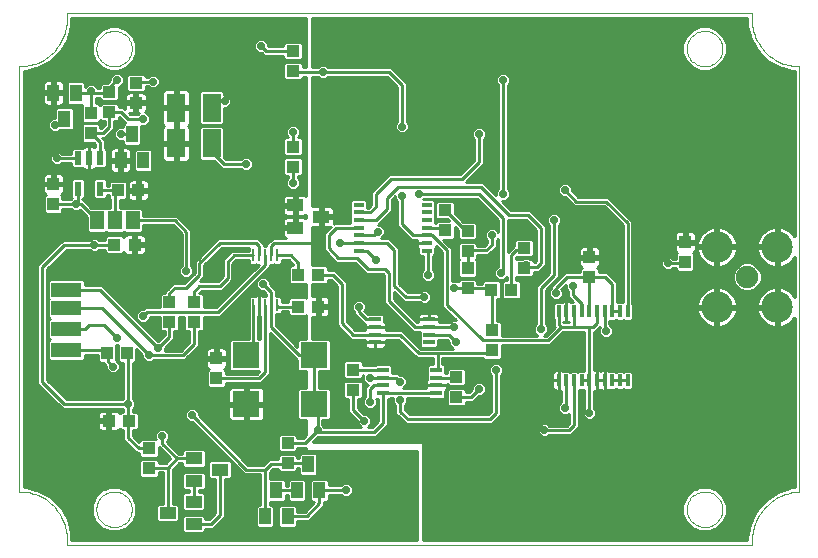
<source format=gbl>
G75*
%MOIN*%
%OFA0B0*%
%FSLAX24Y24*%
%IPPOS*%
%LPD*%
%AMOC8*
5,1,8,0,0,1.08239X$1,22.5*
%
%ADD10R,0.0433X0.0394*%
%ADD11R,0.0394X0.0433*%
%ADD12R,0.0630X0.0945*%
%ADD13R,0.0394X0.0551*%
%ADD14R,0.0551X0.0394*%
%ADD15R,0.0354X0.0138*%
%ADD16R,0.0900X0.0850*%
%ADD17R,0.0460X0.0630*%
%ADD18R,0.0098X0.0394*%
%ADD19R,0.0236X0.0472*%
%ADD20R,0.0120X0.0390*%
%ADD21C,0.0750*%
%ADD22C,0.1050*%
%ADD23C,0.0000*%
%ADD24R,0.1000X0.0500*%
%ADD25R,0.0394X0.0157*%
%ADD26C,0.0100*%
%ADD27OC8,0.0240*%
D10*
X005225Y003453D03*
X005225Y004122D03*
X004560Y005037D03*
X003890Y005037D03*
X005912Y008328D03*
X006725Y008328D03*
X006725Y008997D03*
X005912Y008997D03*
X004747Y010912D03*
X004078Y010912D03*
X010037Y013515D03*
X010037Y014185D03*
X010037Y016703D03*
X010037Y017372D03*
X004787Y016310D03*
X004787Y015640D03*
X003912Y015328D03*
X003912Y015997D03*
X010203Y008850D03*
X010872Y008850D03*
X012037Y006747D03*
X012037Y006078D03*
X009850Y004310D03*
X009850Y003640D03*
X015475Y005828D03*
X015475Y006497D03*
X016662Y007390D03*
X016662Y008060D03*
X015850Y009453D03*
X015850Y010122D03*
X015850Y010703D03*
X015850Y011372D03*
X015100Y011390D03*
X015100Y012060D03*
X017725Y010810D03*
X017725Y010140D03*
D11*
X017310Y009412D03*
X016640Y009412D03*
X019912Y009828D03*
X019912Y010497D03*
X023100Y010328D03*
X023100Y010997D03*
X010872Y009912D03*
X010203Y009912D03*
X007475Y007122D03*
X007475Y006453D03*
X004497Y007287D03*
X003828Y007287D03*
X002037Y012265D03*
X002037Y012935D03*
X003287Y014640D03*
X003287Y015310D03*
X004203Y012725D03*
X004872Y012725D03*
D12*
X006134Y014287D03*
X007315Y014287D03*
X007315Y015475D03*
X006134Y015475D03*
D13*
X004662Y014595D03*
X004288Y013729D03*
X005036Y013729D03*
X002412Y015104D03*
X002038Y015970D03*
X002786Y015970D03*
X010537Y003595D03*
X010163Y002729D03*
X010911Y002729D03*
X009849Y001854D03*
X009101Y001854D03*
X009475Y002720D03*
D14*
X007595Y003412D03*
X006729Y003038D03*
X006720Y002349D03*
X005854Y001975D03*
X006720Y001601D03*
X006729Y003786D03*
X010104Y011476D03*
X010970Y011850D03*
X010104Y012224D03*
D15*
X012218Y012243D03*
X012218Y011987D03*
X012218Y011731D03*
X012218Y011475D03*
X012218Y011219D03*
X012218Y010963D03*
X012218Y010707D03*
X014482Y010707D03*
X014482Y010963D03*
X014482Y011219D03*
X014482Y011475D03*
X014482Y011731D03*
X014482Y011987D03*
X014482Y012243D03*
D16*
X010729Y007223D03*
X008471Y007223D03*
X008471Y005602D03*
X010729Y005602D03*
D17*
X004700Y011725D03*
X004100Y011725D03*
X003500Y011725D03*
D18*
X008706Y010557D03*
X008903Y010557D03*
X009100Y010557D03*
X009297Y010557D03*
X009494Y010557D03*
X009494Y008893D03*
X009297Y008893D03*
X009100Y008893D03*
X008903Y008893D03*
X008706Y008893D03*
D19*
X003599Y012773D03*
X002851Y012773D03*
X002851Y013802D03*
X003225Y013802D03*
X003599Y013802D03*
D20*
X018880Y008686D03*
X019136Y008686D03*
X019392Y008686D03*
X019648Y008686D03*
X019904Y008686D03*
X020159Y008686D03*
X020415Y008686D03*
X020671Y008686D03*
X020927Y008686D03*
X021183Y008686D03*
X021183Y006389D03*
X020927Y006389D03*
X020671Y006389D03*
X020415Y006389D03*
X020159Y006389D03*
X019904Y006389D03*
X019648Y006389D03*
X019392Y006389D03*
X019136Y006389D03*
X018880Y006389D03*
D21*
X025164Y009838D03*
D22*
X024160Y010841D03*
X026168Y010841D03*
X026168Y008834D03*
X024160Y008834D03*
D23*
X002487Y001109D02*
X002485Y001186D01*
X002479Y001263D01*
X002470Y001340D01*
X002457Y001416D01*
X002440Y001492D01*
X002419Y001566D01*
X002395Y001640D01*
X002367Y001712D01*
X002336Y001782D01*
X002301Y001851D01*
X002263Y001919D01*
X002222Y001984D01*
X002177Y002047D01*
X002129Y002108D01*
X002079Y002167D01*
X002026Y002223D01*
X001970Y002276D01*
X001911Y002326D01*
X001850Y002374D01*
X001787Y002419D01*
X001722Y002460D01*
X001654Y002498D01*
X001585Y002533D01*
X001515Y002564D01*
X001443Y002592D01*
X001369Y002616D01*
X001295Y002637D01*
X001219Y002654D01*
X001143Y002667D01*
X001066Y002676D01*
X000989Y002682D01*
X000912Y002684D01*
X000912Y016857D01*
X000989Y016859D01*
X001066Y016865D01*
X001143Y016874D01*
X001219Y016887D01*
X001295Y016904D01*
X001369Y016925D01*
X001443Y016949D01*
X001515Y016977D01*
X001585Y017008D01*
X001654Y017043D01*
X001722Y017081D01*
X001787Y017122D01*
X001850Y017167D01*
X001911Y017215D01*
X001970Y017265D01*
X002026Y017318D01*
X002079Y017374D01*
X002129Y017433D01*
X002177Y017494D01*
X002222Y017557D01*
X002263Y017622D01*
X002301Y017690D01*
X002336Y017759D01*
X002367Y017829D01*
X002395Y017901D01*
X002419Y017975D01*
X002440Y018049D01*
X002457Y018125D01*
X002470Y018201D01*
X002479Y018278D01*
X002485Y018355D01*
X002487Y018432D01*
X002487Y018629D01*
X025322Y018629D01*
X025322Y018432D01*
X023156Y017448D02*
X023158Y017496D01*
X023164Y017544D01*
X023174Y017591D01*
X023187Y017637D01*
X023205Y017682D01*
X023225Y017726D01*
X023250Y017768D01*
X023278Y017807D01*
X023308Y017844D01*
X023342Y017878D01*
X023379Y017910D01*
X023417Y017939D01*
X023458Y017964D01*
X023501Y017986D01*
X023546Y018004D01*
X023592Y018018D01*
X023639Y018029D01*
X023687Y018036D01*
X023735Y018039D01*
X023783Y018038D01*
X023831Y018033D01*
X023879Y018024D01*
X023925Y018012D01*
X023970Y017995D01*
X024014Y017975D01*
X024056Y017952D01*
X024096Y017925D01*
X024134Y017895D01*
X024169Y017862D01*
X024201Y017826D01*
X024231Y017788D01*
X024257Y017747D01*
X024279Y017704D01*
X024299Y017660D01*
X024314Y017615D01*
X024326Y017568D01*
X024334Y017520D01*
X024338Y017472D01*
X024338Y017424D01*
X024334Y017376D01*
X024326Y017328D01*
X024314Y017281D01*
X024299Y017236D01*
X024279Y017192D01*
X024257Y017149D01*
X024231Y017108D01*
X024201Y017070D01*
X024169Y017034D01*
X024134Y017001D01*
X024096Y016971D01*
X024056Y016944D01*
X024014Y016921D01*
X023970Y016901D01*
X023925Y016884D01*
X023879Y016872D01*
X023831Y016863D01*
X023783Y016858D01*
X023735Y016857D01*
X023687Y016860D01*
X023639Y016867D01*
X023592Y016878D01*
X023546Y016892D01*
X023501Y016910D01*
X023458Y016932D01*
X023417Y016957D01*
X023379Y016986D01*
X023342Y017018D01*
X023308Y017052D01*
X023278Y017089D01*
X023250Y017128D01*
X023225Y017170D01*
X023205Y017214D01*
X023187Y017259D01*
X023174Y017305D01*
X023164Y017352D01*
X023158Y017400D01*
X023156Y017448D01*
X026897Y016857D02*
X026897Y002684D01*
X026817Y002678D01*
X026738Y002667D01*
X026659Y002653D01*
X026582Y002635D01*
X026505Y002614D01*
X026429Y002589D01*
X026355Y002560D01*
X026282Y002528D01*
X026210Y002492D01*
X026141Y002453D01*
X026073Y002411D01*
X026008Y002365D01*
X025944Y002317D01*
X025883Y002265D01*
X025825Y002211D01*
X025769Y002154D01*
X025716Y002094D01*
X025666Y002032D01*
X025619Y001968D01*
X025575Y001901D01*
X025534Y001833D01*
X025497Y001762D01*
X025463Y001690D01*
X025432Y001617D01*
X025405Y001541D01*
X025382Y001465D01*
X025362Y001388D01*
X025346Y001310D01*
X025334Y001231D01*
X025325Y001152D01*
X025320Y001072D01*
X025319Y000992D01*
X025322Y000913D01*
X025322Y000912D02*
X002487Y000912D01*
X002487Y001109D01*
X003471Y002094D02*
X003473Y002142D01*
X003479Y002190D01*
X003489Y002237D01*
X003502Y002283D01*
X003520Y002328D01*
X003540Y002372D01*
X003565Y002414D01*
X003593Y002453D01*
X003623Y002490D01*
X003657Y002524D01*
X003694Y002556D01*
X003732Y002585D01*
X003773Y002610D01*
X003816Y002632D01*
X003861Y002650D01*
X003907Y002664D01*
X003954Y002675D01*
X004002Y002682D01*
X004050Y002685D01*
X004098Y002684D01*
X004146Y002679D01*
X004194Y002670D01*
X004240Y002658D01*
X004285Y002641D01*
X004329Y002621D01*
X004371Y002598D01*
X004411Y002571D01*
X004449Y002541D01*
X004484Y002508D01*
X004516Y002472D01*
X004546Y002434D01*
X004572Y002393D01*
X004594Y002350D01*
X004614Y002306D01*
X004629Y002261D01*
X004641Y002214D01*
X004649Y002166D01*
X004653Y002118D01*
X004653Y002070D01*
X004649Y002022D01*
X004641Y001974D01*
X004629Y001927D01*
X004614Y001882D01*
X004594Y001838D01*
X004572Y001795D01*
X004546Y001754D01*
X004516Y001716D01*
X004484Y001680D01*
X004449Y001647D01*
X004411Y001617D01*
X004371Y001590D01*
X004329Y001567D01*
X004285Y001547D01*
X004240Y001530D01*
X004194Y001518D01*
X004146Y001509D01*
X004098Y001504D01*
X004050Y001503D01*
X004002Y001506D01*
X003954Y001513D01*
X003907Y001524D01*
X003861Y001538D01*
X003816Y001556D01*
X003773Y001578D01*
X003732Y001603D01*
X003694Y001632D01*
X003657Y001664D01*
X003623Y001698D01*
X003593Y001735D01*
X003565Y001774D01*
X003540Y001816D01*
X003520Y001860D01*
X003502Y001905D01*
X003489Y001951D01*
X003479Y001998D01*
X003473Y002046D01*
X003471Y002094D01*
X023156Y002094D02*
X023158Y002142D01*
X023164Y002190D01*
X023174Y002237D01*
X023187Y002283D01*
X023205Y002328D01*
X023225Y002372D01*
X023250Y002414D01*
X023278Y002453D01*
X023308Y002490D01*
X023342Y002524D01*
X023379Y002556D01*
X023417Y002585D01*
X023458Y002610D01*
X023501Y002632D01*
X023546Y002650D01*
X023592Y002664D01*
X023639Y002675D01*
X023687Y002682D01*
X023735Y002685D01*
X023783Y002684D01*
X023831Y002679D01*
X023879Y002670D01*
X023925Y002658D01*
X023970Y002641D01*
X024014Y002621D01*
X024056Y002598D01*
X024096Y002571D01*
X024134Y002541D01*
X024169Y002508D01*
X024201Y002472D01*
X024231Y002434D01*
X024257Y002393D01*
X024279Y002350D01*
X024299Y002306D01*
X024314Y002261D01*
X024326Y002214D01*
X024334Y002166D01*
X024338Y002118D01*
X024338Y002070D01*
X024334Y002022D01*
X024326Y001974D01*
X024314Y001927D01*
X024299Y001882D01*
X024279Y001838D01*
X024257Y001795D01*
X024231Y001754D01*
X024201Y001716D01*
X024169Y001680D01*
X024134Y001647D01*
X024096Y001617D01*
X024056Y001590D01*
X024014Y001567D01*
X023970Y001547D01*
X023925Y001530D01*
X023879Y001518D01*
X023831Y001509D01*
X023783Y001504D01*
X023735Y001503D01*
X023687Y001506D01*
X023639Y001513D01*
X023592Y001524D01*
X023546Y001538D01*
X023501Y001556D01*
X023458Y001578D01*
X023417Y001603D01*
X023379Y001632D01*
X023342Y001664D01*
X023308Y001698D01*
X023278Y001735D01*
X023250Y001774D01*
X023225Y001816D01*
X023205Y001860D01*
X023187Y001905D01*
X023174Y001951D01*
X023164Y001998D01*
X023158Y002046D01*
X023156Y002094D01*
X003471Y017448D02*
X003473Y017496D01*
X003479Y017544D01*
X003489Y017591D01*
X003502Y017637D01*
X003520Y017682D01*
X003540Y017726D01*
X003565Y017768D01*
X003593Y017807D01*
X003623Y017844D01*
X003657Y017878D01*
X003694Y017910D01*
X003732Y017939D01*
X003773Y017964D01*
X003816Y017986D01*
X003861Y018004D01*
X003907Y018018D01*
X003954Y018029D01*
X004002Y018036D01*
X004050Y018039D01*
X004098Y018038D01*
X004146Y018033D01*
X004194Y018024D01*
X004240Y018012D01*
X004285Y017995D01*
X004329Y017975D01*
X004371Y017952D01*
X004411Y017925D01*
X004449Y017895D01*
X004484Y017862D01*
X004516Y017826D01*
X004546Y017788D01*
X004572Y017747D01*
X004594Y017704D01*
X004614Y017660D01*
X004629Y017615D01*
X004641Y017568D01*
X004649Y017520D01*
X004653Y017472D01*
X004653Y017424D01*
X004649Y017376D01*
X004641Y017328D01*
X004629Y017281D01*
X004614Y017236D01*
X004594Y017192D01*
X004572Y017149D01*
X004546Y017108D01*
X004516Y017070D01*
X004484Y017034D01*
X004449Y017001D01*
X004411Y016971D01*
X004371Y016944D01*
X004329Y016921D01*
X004285Y016901D01*
X004240Y016884D01*
X004194Y016872D01*
X004146Y016863D01*
X004098Y016858D01*
X004050Y016857D01*
X004002Y016860D01*
X003954Y016867D01*
X003907Y016878D01*
X003861Y016892D01*
X003816Y016910D01*
X003773Y016932D01*
X003732Y016957D01*
X003694Y016986D01*
X003657Y017018D01*
X003623Y017052D01*
X003593Y017089D01*
X003565Y017128D01*
X003540Y017170D01*
X003520Y017214D01*
X003502Y017259D01*
X003489Y017305D01*
X003479Y017352D01*
X003473Y017400D01*
X003471Y017448D01*
X025322Y018432D02*
X025324Y018355D01*
X025330Y018278D01*
X025339Y018201D01*
X025352Y018125D01*
X025369Y018049D01*
X025390Y017975D01*
X025414Y017901D01*
X025442Y017829D01*
X025473Y017759D01*
X025508Y017690D01*
X025546Y017622D01*
X025587Y017557D01*
X025632Y017494D01*
X025680Y017433D01*
X025730Y017374D01*
X025783Y017318D01*
X025839Y017265D01*
X025898Y017215D01*
X025959Y017167D01*
X026022Y017122D01*
X026087Y017081D01*
X026155Y017043D01*
X026224Y017008D01*
X026294Y016977D01*
X026366Y016949D01*
X026440Y016925D01*
X026514Y016904D01*
X026590Y016887D01*
X026666Y016874D01*
X026743Y016865D01*
X026820Y016859D01*
X026897Y016857D01*
D24*
X002475Y009412D03*
X002475Y008787D03*
X002475Y008100D03*
X002475Y007412D03*
D25*
X012771Y007653D03*
X012771Y007909D03*
X012771Y008165D03*
X012771Y008421D03*
X014553Y008421D03*
X014553Y008165D03*
X014553Y007909D03*
X014553Y007653D03*
X014803Y006734D03*
X014803Y006478D03*
X014803Y006222D03*
X014803Y005966D03*
X013022Y005966D03*
X013022Y006222D03*
X013022Y006478D03*
X013022Y006734D03*
D26*
X012050Y006734D01*
X012037Y006747D01*
X011711Y006724D02*
X011260Y006724D01*
X011289Y006752D02*
X011289Y007693D01*
X011224Y007758D01*
X010662Y007758D01*
X010662Y008503D01*
X010824Y008503D01*
X010824Y008801D01*
X010920Y008801D01*
X010920Y008503D01*
X011108Y008503D01*
X011146Y008513D01*
X011181Y008533D01*
X011209Y008561D01*
X011228Y008595D01*
X011239Y008633D01*
X011239Y008801D01*
X010920Y008801D01*
X010920Y008898D01*
X010824Y008898D01*
X010824Y009197D01*
X010662Y009197D01*
X010662Y009586D01*
X011114Y009586D01*
X011179Y009650D01*
X011179Y009752D01*
X011284Y009752D01*
X011502Y009534D01*
X011502Y008221D01*
X011877Y007846D01*
X011971Y007752D01*
X012425Y007752D01*
X012425Y007752D01*
X012425Y007653D01*
X012425Y007555D01*
X012435Y007517D01*
X012455Y007482D01*
X012483Y007454D01*
X012517Y007435D01*
X012555Y007424D01*
X012771Y007424D01*
X012771Y007653D01*
X012425Y007653D01*
X012771Y007653D01*
X012771Y007653D01*
X012771Y007653D01*
X012771Y007424D01*
X012988Y007424D01*
X013026Y007435D01*
X013060Y007454D01*
X013088Y007482D01*
X013108Y007517D01*
X013118Y007555D01*
X013118Y007653D01*
X012771Y007653D01*
X012771Y007653D01*
X013118Y007653D01*
X013118Y007749D01*
X013537Y007749D01*
X014159Y007127D01*
X014690Y007127D01*
X014690Y006923D01*
X014561Y006923D01*
X014496Y006858D01*
X014496Y006610D01*
X014500Y006606D01*
X014496Y006603D01*
X014496Y006403D01*
X014486Y006393D01*
X014467Y006359D01*
X014456Y006321D01*
X014456Y006222D01*
X014456Y006126D01*
X013702Y006126D01*
X013830Y006255D01*
X013830Y006445D01*
X013695Y006580D01*
X013596Y006580D01*
X013538Y006638D01*
X013329Y006638D01*
X013329Y006858D01*
X013264Y006923D01*
X012779Y006923D01*
X012751Y006894D01*
X012364Y006894D01*
X012364Y006989D01*
X012300Y007054D01*
X011775Y007054D01*
X011711Y006989D01*
X011711Y006505D01*
X011775Y006440D01*
X012300Y006440D01*
X012364Y006505D01*
X012364Y006574D01*
X012374Y006574D01*
X012370Y006570D01*
X012370Y006380D01*
X012505Y006245D01*
X012519Y006245D01*
X012440Y006166D01*
X012440Y005828D01*
X012370Y005758D01*
X012370Y005567D01*
X012505Y005432D01*
X012695Y005432D01*
X012830Y005567D01*
X012830Y005758D01*
X012810Y005778D01*
X012862Y005778D01*
X012862Y005026D01*
X012659Y004822D01*
X012523Y004822D01*
X012642Y004942D01*
X012642Y005133D01*
X012508Y005267D01*
X012409Y005267D01*
X012197Y005479D01*
X012197Y005771D01*
X012300Y005771D01*
X012364Y005835D01*
X012364Y006320D01*
X012300Y006385D01*
X011775Y006385D01*
X011711Y006320D01*
X011711Y005835D01*
X011775Y005771D01*
X011877Y005771D01*
X011877Y005346D01*
X011971Y005252D01*
X012182Y005041D01*
X012182Y004942D01*
X012302Y004822D01*
X011078Y004822D01*
X011010Y004890D01*
X011010Y005067D01*
X011224Y005067D01*
X011289Y005131D01*
X011289Y006072D01*
X011224Y006137D01*
X010889Y006137D01*
X010889Y006688D01*
X011224Y006688D01*
X011289Y006752D01*
X011289Y006822D02*
X011711Y006822D01*
X011711Y006921D02*
X011289Y006921D01*
X011289Y007019D02*
X011741Y007019D01*
X011711Y006625D02*
X010889Y006625D01*
X010889Y006527D02*
X011711Y006527D01*
X011721Y006330D02*
X010889Y006330D01*
X010889Y006428D02*
X012370Y006428D01*
X012364Y006527D02*
X012370Y006527D01*
X012354Y006330D02*
X012420Y006330D01*
X012364Y006231D02*
X012505Y006231D01*
X012440Y006133D02*
X012364Y006133D01*
X012364Y006034D02*
X012440Y006034D01*
X012440Y005936D02*
X012364Y005936D01*
X012364Y005837D02*
X012440Y005837D01*
X012370Y005739D02*
X012197Y005739D01*
X012197Y005640D02*
X012370Y005640D01*
X012395Y005542D02*
X012197Y005542D01*
X012233Y005443D02*
X012494Y005443D01*
X012331Y005345D02*
X012862Y005345D01*
X012862Y005443D02*
X012706Y005443D01*
X012805Y005542D02*
X012862Y005542D01*
X012862Y005640D02*
X012830Y005640D01*
X012830Y005739D02*
X012862Y005739D01*
X012600Y005662D02*
X012600Y006100D01*
X012722Y006222D01*
X013022Y006222D01*
X013022Y005966D02*
X013022Y004959D01*
X012725Y004662D01*
X010912Y004662D01*
X010850Y004725D01*
X010435Y004310D01*
X009850Y004310D01*
X009523Y004261D02*
X007852Y004261D01*
X007951Y004163D02*
X009523Y004163D01*
X009523Y004067D02*
X009588Y004003D01*
X010112Y004003D01*
X010176Y004067D01*
X010176Y004150D01*
X010475Y004150D01*
X010475Y004037D01*
X014162Y004037D01*
X014162Y001062D01*
X002637Y001062D01*
X002637Y001336D01*
X002520Y001775D01*
X002293Y002168D01*
X001971Y002489D01*
X001578Y002717D01*
X001139Y002834D01*
X001062Y002834D01*
X001062Y016707D01*
X001139Y016707D01*
X001578Y016825D01*
X001971Y017052D01*
X001971Y017052D01*
X002293Y017373D01*
X002520Y017766D01*
X002520Y017766D01*
X002637Y018205D01*
X002637Y018479D01*
X010475Y018479D01*
X010475Y016822D01*
X010364Y016822D01*
X010364Y016945D01*
X010300Y017010D01*
X009775Y017010D01*
X009711Y016945D01*
X009711Y016460D01*
X009775Y016396D01*
X010300Y016396D01*
X010364Y016460D01*
X010364Y016502D01*
X010475Y016502D01*
X010475Y012538D01*
X010472Y012541D01*
X010438Y012561D01*
X010400Y012571D01*
X010153Y012571D01*
X010153Y012272D01*
X010056Y012272D01*
X010056Y012175D01*
X010153Y012175D01*
X010153Y011877D01*
X010400Y011877D01*
X010438Y011887D01*
X010472Y011907D01*
X010475Y011910D01*
X010475Y011790D01*
X010472Y011793D01*
X010438Y011813D01*
X010400Y011823D01*
X010153Y011823D01*
X010153Y011524D01*
X010056Y011524D01*
X010056Y011427D01*
X009679Y011427D01*
X009679Y011259D01*
X009689Y011221D01*
X009709Y011187D01*
X009737Y011159D01*
X009771Y011139D01*
X009787Y011135D01*
X009346Y011135D01*
X009252Y011041D01*
X009137Y010926D01*
X009137Y010864D01*
X009063Y010864D01*
X009063Y010926D01*
X008947Y011041D01*
X008854Y011135D01*
X007534Y011135D01*
X006846Y010447D01*
X006752Y010354D01*
X006752Y009979D01*
X006409Y009635D01*
X006034Y009635D01*
X005846Y009447D01*
X005752Y009354D01*
X005752Y009304D01*
X005650Y009304D01*
X005586Y009239D01*
X005586Y008822D01*
X005096Y008822D01*
X005041Y008767D01*
X004942Y008767D01*
X004807Y008633D01*
X004807Y008442D01*
X004942Y008307D01*
X005133Y008307D01*
X005267Y008442D01*
X005267Y008502D01*
X005586Y008502D01*
X005586Y008085D01*
X005650Y008021D01*
X005752Y008021D01*
X005752Y007916D01*
X005541Y007705D01*
X005534Y007705D01*
X003760Y009479D01*
X003666Y009572D01*
X003085Y009572D01*
X003085Y009708D01*
X003020Y009772D01*
X001929Y009772D01*
X001865Y009708D01*
X001865Y009117D01*
X001882Y009100D01*
X001865Y009083D01*
X001865Y008492D01*
X001913Y008444D01*
X001865Y008395D01*
X001865Y007804D01*
X001913Y007756D01*
X001865Y007708D01*
X001865Y007117D01*
X001929Y007052D01*
X003020Y007052D01*
X003085Y007117D01*
X003085Y007252D01*
X003521Y007252D01*
X003521Y007025D01*
X003585Y006961D01*
X003700Y006961D01*
X003784Y006877D01*
X003807Y006854D01*
X003807Y006755D01*
X003942Y006620D01*
X004133Y006620D01*
X004267Y006755D01*
X004267Y006945D01*
X004135Y007078D01*
X004135Y007550D01*
X004127Y007557D01*
X004198Y007557D01*
X004190Y007550D01*
X004190Y007025D01*
X004255Y006961D01*
X004377Y006961D01*
X004377Y005765D01*
X004372Y005760D01*
X002479Y005760D01*
X001822Y006416D01*
X001822Y010096D01*
X002479Y010752D01*
X003247Y010752D01*
X003317Y010682D01*
X003508Y010682D01*
X003578Y010752D01*
X003751Y010752D01*
X003751Y010670D01*
X003816Y010606D01*
X004340Y010606D01*
X004391Y010657D01*
X004410Y010623D01*
X004438Y010596D01*
X004473Y010576D01*
X004511Y010566D01*
X004699Y010566D01*
X004699Y010864D01*
X004795Y010864D01*
X004795Y010566D01*
X004983Y010566D01*
X005021Y010576D01*
X005056Y010596D01*
X005084Y010623D01*
X005103Y010658D01*
X005114Y010696D01*
X005114Y010864D01*
X004795Y010864D01*
X004795Y010961D01*
X004699Y010961D01*
X004699Y011259D01*
X004511Y011259D01*
X004473Y011249D01*
X004438Y011229D01*
X004410Y011201D01*
X004391Y011168D01*
X004340Y011219D01*
X003816Y011219D01*
X003751Y011155D01*
X003751Y011072D01*
X003578Y011072D01*
X003508Y011142D01*
X003317Y011142D01*
X003247Y011072D01*
X002346Y011072D01*
X001596Y010322D01*
X001502Y010229D01*
X001502Y006284D01*
X002252Y005534D01*
X002346Y005440D01*
X004372Y005440D01*
X004377Y005435D01*
X004377Y005344D01*
X004297Y005344D01*
X004246Y005293D01*
X004227Y005326D01*
X004199Y005354D01*
X004165Y005374D01*
X004127Y005384D01*
X003939Y005384D01*
X003939Y005086D01*
X003842Y005086D01*
X003842Y005384D01*
X003654Y005384D01*
X003616Y005374D01*
X003582Y005354D01*
X003554Y005326D01*
X003534Y005292D01*
X003524Y005254D01*
X003524Y005086D01*
X003842Y005086D01*
X003842Y004989D01*
X003939Y004989D01*
X003939Y004691D01*
X004127Y004691D01*
X004165Y004701D01*
X004199Y004721D01*
X004227Y004748D01*
X004246Y004782D01*
X004297Y004731D01*
X004377Y004731D01*
X004377Y004409D01*
X004471Y004315D01*
X004824Y003962D01*
X004898Y003962D01*
X004898Y003880D01*
X004963Y003815D01*
X005487Y003815D01*
X005551Y003880D01*
X005551Y004170D01*
X005935Y003786D01*
X005788Y003639D01*
X005551Y003639D01*
X005551Y003695D01*
X005487Y003760D01*
X004963Y003760D01*
X004898Y003695D01*
X004898Y003210D01*
X004963Y003146D01*
X005487Y003146D01*
X005551Y003210D01*
X005551Y003319D01*
X005694Y003319D01*
X005694Y002282D01*
X005533Y002282D01*
X005469Y002217D01*
X005469Y001732D01*
X005533Y001668D01*
X006175Y001668D01*
X006240Y001732D01*
X006240Y002217D01*
X006175Y002282D01*
X006014Y002282D01*
X006014Y003413D01*
X006228Y003626D01*
X006344Y003626D01*
X006344Y003544D01*
X006408Y003480D01*
X007050Y003480D01*
X007115Y003544D01*
X007115Y004029D01*
X007050Y004093D01*
X006408Y004093D01*
X006344Y004029D01*
X006344Y003946D01*
X006228Y003946D01*
X005822Y004352D01*
X005822Y004372D01*
X005892Y004442D01*
X005892Y004633D01*
X005758Y004767D01*
X005567Y004767D01*
X005432Y004633D01*
X005432Y004442D01*
X005446Y004429D01*
X004963Y004429D01*
X004898Y004364D01*
X004898Y004340D01*
X004697Y004541D01*
X004697Y004731D01*
X004822Y004731D01*
X004886Y004795D01*
X004886Y005280D01*
X004822Y005344D01*
X004697Y005344D01*
X004697Y005435D01*
X004767Y005505D01*
X004767Y005695D01*
X004697Y005765D01*
X004697Y006961D01*
X004739Y006961D01*
X004804Y007025D01*
X004804Y007420D01*
X004995Y007229D01*
X004995Y007130D01*
X005130Y006995D01*
X005320Y006995D01*
X005390Y007065D01*
X006416Y007065D01*
X006510Y007159D01*
X006885Y007534D01*
X006885Y008021D01*
X006987Y008021D01*
X007051Y008085D01*
X007051Y008502D01*
X007604Y008502D01*
X007697Y008596D01*
X009260Y010159D01*
X009260Y010250D01*
X009392Y010250D01*
X009395Y010254D01*
X009399Y010250D01*
X009588Y010250D01*
X009653Y010314D01*
X009653Y010397D01*
X009889Y010397D01*
X010043Y010243D01*
X010043Y010239D01*
X009960Y010239D01*
X009896Y010175D01*
X009896Y009650D01*
X009960Y009586D01*
X010445Y009586D01*
X010475Y009616D01*
X010475Y009147D01*
X010465Y009157D01*
X009941Y009157D01*
X009876Y009092D01*
X009876Y009010D01*
X009653Y009010D01*
X009653Y009135D01*
X009588Y009200D01*
X009457Y009200D01*
X009457Y009407D01*
X009267Y009596D01*
X009267Y009695D01*
X009133Y009830D01*
X008942Y009830D01*
X008807Y009695D01*
X008807Y009505D01*
X008942Y009370D01*
X009041Y009370D01*
X009137Y009274D01*
X009137Y009200D01*
X009054Y009200D01*
X009044Y009210D01*
X009010Y009230D01*
X008972Y009240D01*
X008903Y009240D01*
X008834Y009240D01*
X008796Y009230D01*
X008762Y009210D01*
X008752Y009200D01*
X008611Y009200D01*
X008547Y009135D01*
X008547Y008960D01*
X008546Y008959D01*
X008546Y007758D01*
X007975Y007758D01*
X007911Y007693D01*
X007911Y006752D01*
X007975Y006688D01*
X008899Y006688D01*
X008824Y006613D01*
X007782Y006613D01*
X007782Y006715D01*
X007730Y006766D01*
X007764Y006785D01*
X007792Y006813D01*
X007812Y006848D01*
X007822Y006886D01*
X007822Y007074D01*
X007523Y007074D01*
X007523Y007170D01*
X007822Y007170D01*
X007822Y007358D01*
X007812Y007396D01*
X007792Y007431D01*
X007764Y007459D01*
X007730Y007478D01*
X007691Y007489D01*
X007523Y007489D01*
X007523Y007170D01*
X007426Y007170D01*
X007426Y007074D01*
X007128Y007074D01*
X007128Y006886D01*
X007138Y006848D01*
X007158Y006813D01*
X007186Y006785D01*
X007219Y006766D01*
X007168Y006715D01*
X007168Y006191D01*
X007232Y006126D01*
X007717Y006126D01*
X007782Y006191D01*
X007782Y006293D01*
X008957Y006293D01*
X009166Y006502D01*
X009260Y006596D01*
X009260Y007964D01*
X010067Y007157D01*
X010161Y007063D01*
X010169Y007063D01*
X010169Y006752D01*
X010233Y006688D01*
X010475Y006688D01*
X010475Y006137D01*
X010233Y006137D01*
X010169Y006072D01*
X010169Y005131D01*
X010233Y005067D01*
X010475Y005067D01*
X010475Y004576D01*
X010368Y004470D01*
X010176Y004470D01*
X010176Y004552D01*
X010112Y004616D01*
X009588Y004616D01*
X009523Y004552D01*
X009523Y004067D01*
X009526Y004064D02*
X008049Y004064D01*
X008148Y003966D02*
X010280Y003966D01*
X010295Y003981D02*
X010231Y003917D01*
X010231Y003800D01*
X010176Y003800D01*
X010176Y003883D01*
X010112Y003947D01*
X009588Y003947D01*
X009523Y003883D01*
X009523Y003760D01*
X009221Y003760D01*
X009035Y003573D01*
X008540Y003573D01*
X006892Y005221D01*
X006892Y005320D01*
X006758Y005455D01*
X006567Y005455D01*
X006432Y005320D01*
X006432Y005130D01*
X006567Y004995D01*
X006666Y004995D01*
X008314Y003347D01*
X008408Y003253D01*
X008941Y003253D01*
X008941Y002240D01*
X008858Y002240D01*
X008794Y002175D01*
X008794Y001533D01*
X008858Y001469D01*
X009343Y001469D01*
X009408Y001533D01*
X009408Y002175D01*
X009343Y002240D01*
X009261Y002240D01*
X009261Y002335D01*
X009717Y002335D01*
X009782Y002399D01*
X009782Y002560D01*
X009857Y002560D01*
X009857Y002408D01*
X009921Y002344D01*
X010406Y002344D01*
X010470Y002408D01*
X010470Y003050D01*
X010406Y003115D01*
X009921Y003115D01*
X009857Y003050D01*
X009857Y002880D01*
X009782Y002880D01*
X009782Y003042D01*
X009717Y003106D01*
X009261Y003106D01*
X009261Y003347D01*
X009354Y003440D01*
X009523Y003440D01*
X009523Y003398D01*
X009588Y003333D01*
X010112Y003333D01*
X010176Y003398D01*
X010176Y003480D01*
X010231Y003480D01*
X010231Y003274D01*
X010295Y003210D01*
X010780Y003210D01*
X010844Y003274D01*
X010844Y003917D01*
X010780Y003981D01*
X010295Y003981D01*
X010231Y003867D02*
X010176Y003867D01*
X010174Y004064D02*
X010475Y004064D01*
X010795Y003966D02*
X014162Y003966D01*
X014162Y003867D02*
X010844Y003867D01*
X010844Y003769D02*
X014162Y003769D01*
X014162Y003670D02*
X010844Y003670D01*
X010844Y003572D02*
X014162Y003572D01*
X014162Y003473D02*
X010844Y003473D01*
X010844Y003375D02*
X014162Y003375D01*
X014162Y003276D02*
X010844Y003276D01*
X010669Y003115D02*
X010605Y003050D01*
X010605Y002408D01*
X010669Y002344D01*
X010742Y002344D01*
X010413Y002014D01*
X010156Y002014D01*
X010156Y002175D01*
X010091Y002240D01*
X009607Y002240D01*
X009542Y002175D01*
X009542Y001533D01*
X009607Y001469D01*
X010091Y001469D01*
X010156Y001533D01*
X010156Y001694D01*
X010546Y001694D01*
X010979Y002127D01*
X011072Y002221D01*
X011072Y002344D01*
X011154Y002344D01*
X011218Y002408D01*
X011218Y002569D01*
X011618Y002569D01*
X011692Y002495D01*
X011883Y002495D01*
X012017Y002630D01*
X012017Y002820D01*
X011883Y002955D01*
X011692Y002955D01*
X011627Y002889D01*
X011218Y002889D01*
X011218Y003050D01*
X011154Y003115D01*
X010669Y003115D01*
X010633Y003079D02*
X010441Y003079D01*
X010470Y002981D02*
X010605Y002981D01*
X010605Y002882D02*
X010470Y002882D01*
X010470Y002784D02*
X010605Y002784D01*
X010605Y002685D02*
X010470Y002685D01*
X010470Y002587D02*
X010605Y002587D01*
X010605Y002488D02*
X010470Y002488D01*
X010452Y002390D02*
X010623Y002390D01*
X010690Y002291D02*
X009261Y002291D01*
X009390Y002193D02*
X009559Y002193D01*
X009542Y002094D02*
X009408Y002094D01*
X009408Y001996D02*
X009542Y001996D01*
X009542Y001897D02*
X009408Y001897D01*
X009408Y001799D02*
X009542Y001799D01*
X009542Y001700D02*
X009408Y001700D01*
X009408Y001602D02*
X009542Y001602D01*
X009572Y001503D02*
X009378Y001503D01*
X009101Y001854D02*
X009101Y003413D01*
X008474Y003413D01*
X006662Y005225D01*
X006513Y005049D02*
X004886Y005049D01*
X004886Y004951D02*
X006710Y004951D01*
X006809Y004852D02*
X004886Y004852D01*
X004845Y004754D02*
X005554Y004754D01*
X005455Y004655D02*
X004697Y004655D01*
X004697Y004557D02*
X005432Y004557D01*
X005432Y004458D02*
X004780Y004458D01*
X004879Y004360D02*
X004898Y004360D01*
X004890Y004122D02*
X004537Y004475D01*
X004537Y005015D01*
X004560Y005037D01*
X004537Y005060D01*
X004537Y005600D01*
X002412Y005600D01*
X001662Y006350D01*
X001662Y010162D01*
X002412Y010912D01*
X003412Y010912D01*
X004078Y010912D01*
X003757Y010664D02*
X002390Y010664D01*
X002292Y010565D02*
X006315Y010565D01*
X006315Y010467D02*
X002193Y010467D01*
X002095Y010368D02*
X006315Y010368D01*
X006315Y010270D02*
X001996Y010270D01*
X001898Y010171D02*
X006284Y010171D01*
X006315Y010203D02*
X006245Y010133D01*
X006245Y009942D01*
X006380Y009807D01*
X006570Y009807D01*
X006705Y009942D01*
X006705Y010133D01*
X006635Y010203D01*
X006635Y011416D01*
X006541Y011510D01*
X006166Y011885D01*
X005040Y011885D01*
X005040Y012085D01*
X004975Y012150D01*
X004424Y012150D01*
X004400Y012125D01*
X004375Y012150D01*
X004260Y012150D01*
X004260Y012398D01*
X004445Y012398D01*
X004510Y012463D01*
X004510Y012987D01*
X004445Y013051D01*
X003960Y013051D01*
X003896Y012987D01*
X003896Y012885D01*
X003827Y012885D01*
X003827Y013055D01*
X003763Y013119D01*
X003435Y013119D01*
X003371Y013055D01*
X003371Y012491D01*
X003435Y012427D01*
X003763Y012427D01*
X003827Y012491D01*
X003827Y012565D01*
X003896Y012565D01*
X003896Y012463D01*
X003940Y012419D01*
X003940Y012150D01*
X003824Y012150D01*
X003800Y012125D01*
X003775Y012150D01*
X003301Y012150D01*
X003026Y012425D01*
X003011Y012425D01*
X003011Y012427D01*
X003015Y012427D01*
X003079Y012491D01*
X003079Y013055D01*
X003015Y013119D01*
X002687Y013119D01*
X002623Y013055D01*
X002623Y012491D01*
X002656Y012459D01*
X002622Y012425D01*
X002344Y012425D01*
X002344Y012527D01*
X002293Y012579D01*
X002326Y012598D01*
X002354Y012626D01*
X002374Y012660D01*
X002384Y012698D01*
X002384Y012886D01*
X002086Y012886D01*
X002086Y012983D01*
X002384Y012983D01*
X002384Y013171D01*
X002374Y013209D01*
X002354Y013243D01*
X002326Y013271D01*
X002292Y013291D01*
X002254Y013301D01*
X002086Y013301D01*
X002086Y012983D01*
X001989Y012983D01*
X001989Y013301D01*
X001821Y013301D01*
X001783Y013291D01*
X001748Y013271D01*
X001721Y013243D01*
X001701Y013209D01*
X001691Y013171D01*
X001691Y012983D01*
X001989Y012983D01*
X001989Y012886D01*
X001691Y012886D01*
X001691Y012698D01*
X001701Y012660D01*
X001721Y012626D01*
X001748Y012598D01*
X001782Y012579D01*
X001731Y012527D01*
X001731Y012003D01*
X001795Y011939D01*
X002280Y011939D01*
X002344Y012003D01*
X002344Y012105D01*
X002622Y012105D01*
X002692Y012035D01*
X002883Y012035D01*
X002923Y012076D01*
X003160Y011839D01*
X003160Y011364D01*
X003224Y011300D01*
X003775Y011300D01*
X003800Y011324D01*
X003824Y011300D01*
X004375Y011300D01*
X004400Y011324D01*
X004424Y011300D01*
X004975Y011300D01*
X005040Y011364D01*
X005040Y011565D01*
X006034Y011565D01*
X006315Y011284D01*
X006315Y010203D01*
X006245Y010073D02*
X001822Y010073D01*
X001822Y009974D02*
X006245Y009974D01*
X006311Y009876D02*
X001822Y009876D01*
X001822Y009777D02*
X006551Y009777D01*
X006639Y009876D02*
X006650Y009876D01*
X006705Y009974D02*
X006748Y009974D01*
X006752Y010073D02*
X006705Y010073D01*
X006666Y010171D02*
X006752Y010171D01*
X006752Y010270D02*
X006635Y010270D01*
X006635Y010368D02*
X006767Y010368D01*
X006866Y010467D02*
X006635Y010467D01*
X006635Y010565D02*
X006964Y010565D01*
X007063Y010664D02*
X006635Y010664D01*
X006635Y010762D02*
X007161Y010762D01*
X007260Y010861D02*
X006635Y010861D01*
X006635Y010959D02*
X007358Y010959D01*
X007457Y011058D02*
X006635Y011058D01*
X006635Y011156D02*
X009741Y011156D01*
X009680Y011255D02*
X006635Y011255D01*
X006635Y011353D02*
X009679Y011353D01*
X009679Y011524D02*
X010056Y011524D01*
X010056Y011823D01*
X009809Y011823D01*
X009771Y011813D01*
X009737Y011793D01*
X009709Y011765D01*
X009689Y011731D01*
X009679Y011692D01*
X009679Y011524D01*
X009679Y011550D02*
X006501Y011550D01*
X006599Y011452D02*
X010056Y011452D01*
X010056Y011550D02*
X010153Y011550D01*
X010153Y011649D02*
X010056Y011649D01*
X010056Y011747D02*
X010153Y011747D01*
X010056Y011877D02*
X010056Y012175D01*
X009679Y012175D01*
X009679Y012007D01*
X009689Y011969D01*
X009709Y011935D01*
X009737Y011907D01*
X009771Y011887D01*
X009809Y011877D01*
X010056Y011877D01*
X010056Y011944D02*
X010153Y011944D01*
X010153Y012043D02*
X010056Y012043D01*
X010056Y012141D02*
X010153Y012141D01*
X010056Y012240D02*
X004260Y012240D01*
X004260Y012338D02*
X009679Y012338D01*
X009679Y012272D02*
X009679Y012441D01*
X009689Y012479D01*
X009709Y012513D01*
X009737Y012541D01*
X009771Y012561D01*
X009809Y012571D01*
X010056Y012571D01*
X010056Y012272D01*
X009679Y012272D01*
X009679Y012141D02*
X004984Y012141D01*
X005040Y012043D02*
X009679Y012043D01*
X009703Y011944D02*
X005040Y011944D01*
X004700Y011725D02*
X006100Y011725D01*
X006475Y011350D01*
X006475Y010037D01*
X006453Y009679D02*
X003085Y009679D01*
X003085Y009580D02*
X005979Y009580D01*
X005881Y009482D02*
X003757Y009482D01*
X003855Y009383D02*
X005782Y009383D01*
X005912Y009287D02*
X005912Y008997D01*
X005912Y009287D02*
X006100Y009475D01*
X006475Y009475D01*
X006912Y009912D01*
X006912Y010287D01*
X007600Y010975D01*
X008787Y010975D01*
X008903Y010859D01*
X008903Y010557D01*
X008706Y010557D02*
X008057Y010557D01*
X007850Y010350D01*
X007850Y009787D01*
X007600Y009537D01*
X006912Y009537D01*
X006725Y009350D01*
X006725Y008997D01*
X007051Y008989D02*
X007638Y008989D01*
X007540Y008891D02*
X007051Y008891D01*
X007051Y008822D02*
X007051Y009239D01*
X006987Y009304D01*
X006905Y009304D01*
X006979Y009377D01*
X007666Y009377D01*
X008010Y009721D01*
X008010Y010284D01*
X008123Y010397D01*
X008547Y010397D01*
X008547Y010314D01*
X008611Y010250D01*
X008801Y010250D01*
X008805Y010254D01*
X008808Y010250D01*
X008899Y010250D01*
X007471Y008822D01*
X007051Y008822D01*
X007051Y009088D02*
X007737Y009088D01*
X007835Y009186D02*
X007051Y009186D01*
X007006Y009285D02*
X007934Y009285D01*
X008032Y009383D02*
X007672Y009383D01*
X007771Y009482D02*
X008131Y009482D01*
X008229Y009580D02*
X007869Y009580D01*
X007968Y009679D02*
X008328Y009679D01*
X008426Y009777D02*
X008010Y009777D01*
X008010Y009876D02*
X008525Y009876D01*
X008623Y009974D02*
X008010Y009974D01*
X008010Y010073D02*
X008722Y010073D01*
X008820Y010171D02*
X008010Y010171D01*
X008010Y010270D02*
X008591Y010270D01*
X008547Y010368D02*
X008095Y010368D01*
X007897Y010623D02*
X007690Y010416D01*
X007690Y009854D01*
X007534Y009697D01*
X006924Y009697D01*
X007072Y009846D01*
X007072Y009979D01*
X007072Y010221D01*
X007666Y010815D01*
X008563Y010815D01*
X008547Y010799D01*
X008547Y010717D01*
X007991Y010717D01*
X007897Y010623D01*
X007897Y010623D01*
X007938Y010664D02*
X007515Y010664D01*
X007417Y010565D02*
X007839Y010565D01*
X007741Y010467D02*
X007318Y010467D01*
X007220Y010368D02*
X007690Y010368D01*
X007690Y010270D02*
X007121Y010270D01*
X007072Y010171D02*
X007690Y010171D01*
X007690Y010073D02*
X007072Y010073D01*
X007072Y009974D02*
X007690Y009974D01*
X007690Y009876D02*
X007072Y009876D01*
X007004Y009777D02*
X007614Y009777D01*
X008288Y009186D02*
X008598Y009186D01*
X008547Y009088D02*
X008189Y009088D01*
X008091Y008989D02*
X008547Y008989D01*
X008546Y008891D02*
X007992Y008891D01*
X007894Y008792D02*
X008546Y008792D01*
X008546Y008694D02*
X007795Y008694D01*
X007697Y008595D02*
X008546Y008595D01*
X008546Y008497D02*
X007051Y008497D01*
X007051Y008398D02*
X008546Y008398D01*
X008546Y008300D02*
X007051Y008300D01*
X007051Y008201D02*
X008546Y008201D01*
X008546Y008103D02*
X007051Y008103D01*
X006885Y008004D02*
X008546Y008004D01*
X008546Y007906D02*
X006885Y007906D01*
X006885Y007807D02*
X008546Y007807D01*
X008866Y007807D02*
X008940Y007807D01*
X008940Y007758D02*
X008866Y007758D01*
X008866Y008546D01*
X008903Y008546D01*
X008903Y008893D01*
X008903Y009240D01*
X008903Y008893D01*
X008903Y008893D01*
X008903Y008893D01*
X008903Y008546D01*
X008940Y008546D01*
X008940Y007758D01*
X008940Y007906D02*
X008866Y007906D01*
X008866Y008004D02*
X008940Y008004D01*
X008940Y008103D02*
X008866Y008103D01*
X008866Y008201D02*
X008940Y008201D01*
X008940Y008300D02*
X008866Y008300D01*
X008866Y008398D02*
X008940Y008398D01*
X008940Y008497D02*
X008866Y008497D01*
X008903Y008595D02*
X008903Y008595D01*
X008903Y008694D02*
X008903Y008694D01*
X008903Y008792D02*
X008903Y008792D01*
X008903Y008891D02*
X008903Y008891D01*
X008903Y008989D02*
X008903Y008989D01*
X008903Y009088D02*
X008903Y009088D01*
X008903Y009186D02*
X008903Y009186D01*
X008929Y009383D02*
X008485Y009383D01*
X008386Y009285D02*
X009126Y009285D01*
X009297Y009341D02*
X009037Y009600D01*
X008807Y009580D02*
X008682Y009580D01*
X008583Y009482D02*
X008830Y009482D01*
X008807Y009679D02*
X008780Y009679D01*
X008879Y009777D02*
X008890Y009777D01*
X008977Y009876D02*
X009896Y009876D01*
X009896Y009974D02*
X009076Y009974D01*
X009174Y010073D02*
X009896Y010073D01*
X009896Y010171D02*
X009260Y010171D01*
X009100Y010225D02*
X007537Y008662D01*
X005162Y008662D01*
X005037Y008537D01*
X004869Y008694D02*
X004545Y008694D01*
X004643Y008595D02*
X004807Y008595D01*
X004807Y008497D02*
X004742Y008497D01*
X004840Y008398D02*
X004851Y008398D01*
X004939Y008300D02*
X005586Y008300D01*
X005586Y008398D02*
X005224Y008398D01*
X005267Y008497D02*
X005586Y008497D01*
X005912Y008328D02*
X005912Y007850D01*
X005537Y007475D01*
X003600Y009412D01*
X002475Y009412D01*
X001865Y009383D02*
X001822Y009383D01*
X001822Y009285D02*
X001865Y009285D01*
X001865Y009186D02*
X001822Y009186D01*
X001822Y009088D02*
X001870Y009088D01*
X001865Y008989D02*
X001822Y008989D01*
X001822Y008891D02*
X001865Y008891D01*
X001865Y008792D02*
X001822Y008792D01*
X001822Y008694D02*
X001865Y008694D01*
X001865Y008595D02*
X001822Y008595D01*
X001822Y008497D02*
X001865Y008497D01*
X001868Y008398D02*
X001822Y008398D01*
X001822Y008300D02*
X001865Y008300D01*
X001865Y008201D02*
X001822Y008201D01*
X001822Y008103D02*
X001865Y008103D01*
X001865Y008004D02*
X001822Y008004D01*
X001822Y007906D02*
X001865Y007906D01*
X001865Y007807D02*
X001822Y007807D01*
X001822Y007709D02*
X001866Y007709D01*
X001865Y007610D02*
X001822Y007610D01*
X001822Y007512D02*
X001865Y007512D01*
X001865Y007413D02*
X001822Y007413D01*
X001822Y007315D02*
X001865Y007315D01*
X001865Y007216D02*
X001822Y007216D01*
X001822Y007118D02*
X001865Y007118D01*
X001822Y007019D02*
X003527Y007019D01*
X003521Y007118D02*
X003085Y007118D01*
X003085Y007216D02*
X003521Y007216D01*
X003703Y007412D02*
X003828Y007287D01*
X003850Y007265D01*
X003850Y007037D01*
X004037Y006850D01*
X004193Y007019D02*
X004196Y007019D01*
X004190Y007118D02*
X004135Y007118D01*
X004135Y007216D02*
X004190Y007216D01*
X004190Y007315D02*
X004135Y007315D01*
X004135Y007413D02*
X004190Y007413D01*
X004190Y007512D02*
X004135Y007512D01*
X004162Y007787D02*
X003725Y008225D01*
X003225Y008225D01*
X003100Y008100D01*
X002475Y008100D01*
X002475Y008787D02*
X003662Y008787D01*
X005225Y007225D01*
X006350Y007225D01*
X006725Y007600D01*
X006725Y008328D01*
X006398Y008300D02*
X006239Y008300D01*
X006239Y008398D02*
X006398Y008398D01*
X006398Y008497D02*
X006239Y008497D01*
X006239Y008502D02*
X006398Y008502D01*
X006398Y008085D01*
X006463Y008021D01*
X006565Y008021D01*
X006565Y007666D01*
X006284Y007385D01*
X005767Y007385D01*
X005767Y007479D01*
X005979Y007690D01*
X006072Y007784D01*
X006072Y008021D01*
X006175Y008021D01*
X006239Y008085D01*
X006239Y008502D01*
X006239Y008201D02*
X006398Y008201D01*
X006398Y008103D02*
X006239Y008103D01*
X006072Y008004D02*
X006565Y008004D01*
X006565Y007906D02*
X006072Y007906D01*
X006072Y007807D02*
X006565Y007807D01*
X006565Y007709D02*
X005998Y007709D01*
X005979Y007690D02*
X005979Y007690D01*
X005899Y007610D02*
X006509Y007610D01*
X006411Y007512D02*
X005801Y007512D01*
X005767Y007413D02*
X006312Y007413D01*
X006568Y007216D02*
X007128Y007216D01*
X007128Y007170D02*
X007426Y007170D01*
X007426Y007489D01*
X007258Y007489D01*
X007220Y007478D01*
X007186Y007459D01*
X007158Y007431D01*
X007138Y007396D01*
X007128Y007358D01*
X007128Y007170D01*
X007128Y007315D02*
X006666Y007315D01*
X006765Y007413D02*
X007148Y007413D01*
X007426Y007413D02*
X007523Y007413D01*
X007523Y007315D02*
X007426Y007315D01*
X007426Y007216D02*
X007523Y007216D01*
X007523Y007118D02*
X007911Y007118D01*
X007911Y007216D02*
X007822Y007216D01*
X007822Y007315D02*
X007911Y007315D01*
X007911Y007413D02*
X007802Y007413D01*
X007911Y007512D02*
X006863Y007512D01*
X006885Y007610D02*
X007911Y007610D01*
X007926Y007709D02*
X006885Y007709D01*
X006469Y007118D02*
X007426Y007118D01*
X007128Y007019D02*
X005345Y007019D01*
X005105Y007019D02*
X004798Y007019D01*
X004804Y007118D02*
X005007Y007118D01*
X004995Y007216D02*
X004804Y007216D01*
X004804Y007315D02*
X004909Y007315D01*
X004810Y007413D02*
X004804Y007413D01*
X004537Y007247D02*
X004537Y005600D01*
X004706Y005443D02*
X006556Y005443D01*
X006457Y005345D02*
X004697Y005345D01*
X004767Y005542D02*
X007871Y005542D01*
X007871Y005552D02*
X007871Y005157D01*
X007881Y005119D01*
X007901Y005085D01*
X007929Y005057D01*
X007963Y005037D01*
X008001Y005027D01*
X008421Y005027D01*
X008421Y005552D01*
X007871Y005552D01*
X007871Y005652D02*
X007871Y006047D01*
X007881Y006085D01*
X007901Y006119D01*
X007929Y006147D01*
X007963Y006167D01*
X008001Y006177D01*
X008421Y006177D01*
X008421Y005652D01*
X008521Y005652D01*
X008521Y006177D01*
X008941Y006177D01*
X008979Y006167D01*
X009013Y006147D01*
X009041Y006119D01*
X009061Y006085D01*
X009071Y006047D01*
X009071Y005652D01*
X008521Y005652D01*
X008521Y005552D01*
X009071Y005552D01*
X009071Y005157D01*
X009061Y005119D01*
X009041Y005085D01*
X009013Y005057D01*
X008979Y005037D01*
X008941Y005027D01*
X008521Y005027D01*
X008521Y005552D01*
X008421Y005552D01*
X008421Y005652D01*
X007871Y005652D01*
X007871Y005739D02*
X004724Y005739D01*
X004697Y005837D02*
X007871Y005837D01*
X007871Y005936D02*
X004697Y005936D01*
X004697Y006034D02*
X007871Y006034D01*
X007915Y006133D02*
X007724Y006133D01*
X007782Y006231D02*
X010475Y006231D01*
X010475Y006330D02*
X008994Y006330D01*
X009092Y006428D02*
X010475Y006428D01*
X010475Y006527D02*
X009191Y006527D01*
X009260Y006625D02*
X010475Y006625D01*
X010197Y006724D02*
X009260Y006724D01*
X009260Y006822D02*
X010169Y006822D01*
X010169Y006921D02*
X009260Y006921D01*
X009260Y007019D02*
X010169Y007019D01*
X010106Y007118D02*
X009260Y007118D01*
X009260Y007216D02*
X010007Y007216D01*
X009909Y007315D02*
X009260Y007315D01*
X009260Y007413D02*
X009810Y007413D01*
X009712Y007512D02*
X009260Y007512D01*
X009260Y007610D02*
X009613Y007610D01*
X009515Y007709D02*
X009260Y007709D01*
X009260Y007807D02*
X009416Y007807D01*
X009318Y007906D02*
X009260Y007906D01*
X009297Y008153D02*
X010227Y007223D01*
X010729Y007223D01*
X010727Y007098D01*
X010725Y007100D01*
X010729Y007223D02*
X010729Y005602D01*
X010850Y005481D01*
X010850Y004725D01*
X010846Y004495D02*
X010945Y004495D01*
X010953Y004502D01*
X012791Y004502D01*
X012885Y004596D01*
X013182Y004893D01*
X013182Y005778D01*
X013264Y005778D01*
X013293Y005806D01*
X013370Y005806D01*
X013370Y005630D01*
X013440Y005560D01*
X013440Y005284D01*
X013534Y005190D01*
X013784Y004940D01*
X016666Y004940D01*
X016760Y005034D01*
X016947Y005221D01*
X016947Y006560D01*
X017017Y006630D01*
X017017Y006820D01*
X016883Y006955D01*
X016692Y006955D01*
X016557Y006820D01*
X016557Y006630D01*
X016627Y006560D01*
X016627Y005354D01*
X016534Y005260D01*
X013916Y005260D01*
X013760Y005416D01*
X013760Y005560D01*
X013830Y005630D01*
X013830Y005806D01*
X014532Y005806D01*
X014561Y005778D01*
X015046Y005778D01*
X015110Y005842D01*
X015110Y006041D01*
X015120Y006051D01*
X015140Y006086D01*
X015150Y006124D01*
X015150Y006222D01*
X014803Y006222D01*
X014456Y006222D01*
X014803Y006222D01*
X014803Y006222D01*
X014803Y006222D01*
X015150Y006222D01*
X015150Y006253D01*
X015213Y006190D01*
X015737Y006190D01*
X015801Y006255D01*
X015801Y006739D01*
X015737Y006804D01*
X015213Y006804D01*
X015148Y006739D01*
X015148Y006638D01*
X015110Y006638D01*
X015110Y006858D01*
X015046Y006923D01*
X015010Y006923D01*
X015010Y007127D01*
X016356Y007127D01*
X016400Y007083D01*
X016925Y007083D01*
X016989Y007148D01*
X016989Y007565D01*
X018604Y007565D01*
X019041Y008002D01*
X019744Y008002D01*
X019744Y006694D01*
X019542Y006694D01*
X019520Y006671D01*
X019497Y006694D01*
X019286Y006694D01*
X019264Y006671D01*
X019241Y006694D01*
X019042Y006694D01*
X019032Y006704D01*
X018998Y006723D01*
X018960Y006734D01*
X018880Y006734D01*
X018880Y006389D01*
X018880Y006389D01*
X018880Y006734D01*
X018800Y006734D01*
X018762Y006723D01*
X018728Y006704D01*
X018700Y006676D01*
X018680Y006642D01*
X018670Y006603D01*
X018670Y006389D01*
X018880Y006389D01*
X018880Y006389D01*
X018670Y006389D01*
X018670Y006174D01*
X018680Y006136D01*
X018700Y006102D01*
X018728Y006074D01*
X018762Y006054D01*
X018800Y006044D01*
X018880Y006044D01*
X018960Y006044D01*
X018976Y006048D01*
X018976Y005676D01*
X018870Y005570D01*
X018870Y005380D01*
X019005Y005245D01*
X019195Y005245D01*
X019232Y005281D01*
X019232Y004958D01*
X019159Y004885D01*
X018578Y004885D01*
X018508Y004955D01*
X018317Y004955D01*
X018182Y004820D01*
X018182Y004630D01*
X018317Y004495D01*
X018508Y004495D01*
X018578Y004565D01*
X019291Y004565D01*
X019458Y004732D01*
X019552Y004825D01*
X019552Y006084D01*
X019744Y006084D01*
X019744Y005444D01*
X019682Y005383D01*
X019682Y005192D01*
X019817Y005057D01*
X020008Y005057D01*
X020142Y005192D01*
X020142Y005383D01*
X020064Y005462D01*
X020064Y006048D01*
X020080Y006044D01*
X020159Y006044D01*
X020159Y006389D01*
X020159Y006734D01*
X020080Y006734D01*
X020064Y006729D01*
X020064Y008002D01*
X020104Y008002D01*
X020229Y008127D01*
X020255Y008154D01*
X020255Y008143D01*
X020245Y008133D01*
X020245Y007942D01*
X020380Y007807D01*
X020570Y007807D01*
X020705Y007942D01*
X020705Y008133D01*
X020575Y008262D01*
X020575Y008381D01*
X020777Y008381D01*
X020799Y008404D01*
X020822Y008381D01*
X021033Y008381D01*
X021055Y008404D01*
X021078Y008381D01*
X021289Y008381D01*
X021353Y008446D01*
X021353Y008927D01*
X021343Y008937D01*
X021343Y011708D01*
X020635Y012416D01*
X020541Y012510D01*
X019541Y012510D01*
X019330Y012721D01*
X019330Y012820D01*
X019195Y012955D01*
X019005Y012955D01*
X018870Y012820D01*
X018870Y012630D01*
X019005Y012495D01*
X019104Y012495D01*
X019409Y012190D01*
X020409Y012190D01*
X021023Y011575D01*
X021023Y008991D01*
X020831Y008991D01*
X020831Y009657D01*
X020595Y009894D01*
X020501Y009988D01*
X020219Y009988D01*
X020219Y010090D01*
X020168Y010141D01*
X020201Y010160D01*
X020229Y010188D01*
X020249Y010223D01*
X020259Y010261D01*
X020259Y010449D01*
X019961Y010449D01*
X019961Y010545D01*
X020259Y010545D01*
X020259Y010733D01*
X020249Y010771D01*
X020229Y010806D01*
X020201Y010834D01*
X020167Y010853D01*
X020129Y010864D01*
X019961Y010864D01*
X019961Y010545D01*
X019864Y010545D01*
X019864Y010449D01*
X019566Y010449D01*
X019566Y010261D01*
X019576Y010223D01*
X019596Y010188D01*
X019623Y010160D01*
X019657Y010141D01*
X019606Y010090D01*
X019606Y010010D01*
X019096Y010010D01*
X019002Y009916D01*
X018627Y009541D01*
X018627Y009453D01*
X018557Y009383D01*
X018557Y009192D01*
X018692Y009057D01*
X018883Y009057D01*
X019017Y009192D01*
X019017Y009383D01*
X018969Y009431D01*
X019120Y009581D01*
X019120Y009442D01*
X019190Y009372D01*
X019190Y009159D01*
X019284Y009065D01*
X019357Y008991D01*
X019298Y008991D01*
X019288Y009001D01*
X019254Y009021D01*
X019216Y009031D01*
X019136Y009031D01*
X019136Y008686D01*
X019136Y008341D01*
X019216Y008341D01*
X019232Y008345D01*
X019232Y008322D01*
X019041Y008322D01*
X019040Y008324D01*
X019040Y008345D01*
X019056Y008341D01*
X019136Y008341D01*
X019136Y008686D01*
X019136Y008686D01*
X019136Y008686D01*
X019136Y009031D01*
X019056Y009031D01*
X019018Y009021D01*
X018984Y009001D01*
X018974Y008991D01*
X018774Y008991D01*
X018710Y008927D01*
X018710Y008446D01*
X018720Y008436D01*
X018720Y008191D01*
X018749Y008162D01*
X018471Y007885D01*
X018398Y007885D01*
X018517Y008005D01*
X018517Y008195D01*
X018447Y008265D01*
X018447Y009409D01*
X018885Y009846D01*
X018885Y011560D01*
X018955Y011630D01*
X018955Y011820D01*
X018820Y011955D01*
X018630Y011955D01*
X018495Y011820D01*
X018495Y011630D01*
X018565Y011560D01*
X018565Y009979D01*
X018221Y009635D01*
X018127Y009541D01*
X018127Y008265D01*
X018057Y008195D01*
X018057Y008005D01*
X018177Y007885D01*
X016989Y007885D01*
X016989Y008302D01*
X016925Y008366D01*
X016822Y008366D01*
X016822Y009086D01*
X016883Y009086D01*
X016947Y009150D01*
X016947Y009675D01*
X016883Y009739D01*
X016398Y009739D01*
X016333Y009675D01*
X016333Y009613D01*
X016176Y009613D01*
X016176Y009695D01*
X016112Y009760D01*
X015588Y009760D01*
X015523Y009695D01*
X015523Y009689D01*
X015508Y009705D01*
X015322Y009705D01*
X015322Y010791D01*
X015229Y010885D01*
X015030Y011083D01*
X015362Y011083D01*
X015426Y011148D01*
X015426Y011507D01*
X015523Y011410D01*
X015523Y011130D01*
X015588Y011065D01*
X016112Y011065D01*
X016176Y011130D01*
X016176Y011614D01*
X016112Y011679D01*
X015707Y011679D01*
X015426Y011959D01*
X015426Y012302D01*
X015362Y012366D01*
X014838Y012366D01*
X014773Y012302D01*
X014773Y011817D01*
X014838Y011753D01*
X015180Y011753D01*
X015236Y011697D01*
X014838Y011697D01*
X014776Y011635D01*
X014769Y011635D01*
X014769Y011845D01*
X014755Y011859D01*
X014769Y011872D01*
X014769Y012101D01*
X014755Y012115D01*
X014769Y012128D01*
X014769Y012357D01*
X014705Y012422D01*
X014372Y012422D01*
X014390Y012440D01*
X016159Y012440D01*
X016877Y011721D01*
X016877Y011335D01*
X016758Y011455D01*
X016567Y011455D01*
X016432Y011320D01*
X016432Y011130D01*
X016502Y011060D01*
X016502Y010979D01*
X016409Y010885D01*
X016176Y010885D01*
X016176Y010945D01*
X016112Y011010D01*
X015588Y011010D01*
X015523Y010945D01*
X015523Y010460D01*
X015571Y010412D01*
X015523Y010364D01*
X015523Y009880D01*
X015588Y009815D01*
X016112Y009815D01*
X016176Y009880D01*
X016176Y010364D01*
X016128Y010412D01*
X016176Y010460D01*
X016176Y010565D01*
X016541Y010565D01*
X016635Y010659D01*
X016822Y010846D01*
X016822Y011060D01*
X016877Y011115D01*
X016877Y010203D01*
X016745Y010070D01*
X016745Y009880D01*
X016880Y009745D01*
X017070Y009745D01*
X017150Y009824D01*
X017150Y009739D01*
X017067Y009739D01*
X017003Y009675D01*
X017003Y009150D01*
X017067Y009086D01*
X017552Y009086D01*
X017616Y009150D01*
X017616Y009675D01*
X017552Y009739D01*
X017470Y009739D01*
X017470Y009833D01*
X017987Y009833D01*
X018051Y009898D01*
X018051Y010002D01*
X018229Y010002D01*
X018322Y010096D01*
X018447Y010221D01*
X018447Y011541D01*
X018354Y011635D01*
X017916Y012072D01*
X017291Y012072D01*
X016994Y012370D01*
X017133Y012370D01*
X017267Y012505D01*
X017267Y012695D01*
X017197Y012765D01*
X017197Y016247D01*
X017267Y016317D01*
X017267Y016508D01*
X017133Y016642D01*
X016942Y016642D01*
X016807Y016508D01*
X016807Y016317D01*
X016877Y016247D01*
X016877Y012765D01*
X016807Y012695D01*
X016807Y012556D01*
X016354Y013010D01*
X015799Y013010D01*
X015822Y013034D01*
X016385Y013596D01*
X016385Y014435D01*
X016455Y014505D01*
X016455Y014695D01*
X016320Y014830D01*
X016130Y014830D01*
X015995Y014695D01*
X015995Y014505D01*
X016065Y014435D01*
X016065Y013729D01*
X015596Y013260D01*
X013221Y013260D01*
X012721Y012760D01*
X012627Y012666D01*
X012627Y012229D01*
X012545Y012147D01*
X012505Y012147D01*
X012505Y012357D01*
X012441Y012422D01*
X011995Y012422D01*
X011931Y012357D01*
X011931Y012128D01*
X011944Y012115D01*
X011931Y012101D01*
X011931Y011872D01*
X011944Y011859D01*
X011931Y011845D01*
X011931Y011635D01*
X011409Y011635D01*
X011392Y011618D01*
X011396Y011633D01*
X011396Y011801D01*
X011019Y011801D01*
X011019Y011503D01*
X011266Y011503D01*
X011281Y011507D01*
X011065Y011291D01*
X011065Y011159D01*
X011065Y010721D01*
X011159Y010627D01*
X011471Y010315D01*
X012096Y010315D01*
X012471Y009940D01*
X013034Y009940D01*
X013065Y009909D01*
X013065Y008971D01*
X013159Y008877D01*
X014031Y008005D01*
X014246Y008005D01*
X014246Y007785D01*
X014250Y007781D01*
X014246Y007777D01*
X014246Y007529D01*
X014311Y007464D01*
X014795Y007464D01*
X014860Y007529D01*
X014860Y007749D01*
X015162Y007749D01*
X015245Y007666D01*
X015245Y007567D01*
X015365Y007447D01*
X014291Y007447D01*
X013763Y007975D01*
X013670Y008069D01*
X013118Y008069D01*
X013118Y008165D01*
X013118Y008263D01*
X013108Y008302D01*
X013088Y008336D01*
X013078Y008346D01*
X013078Y008545D01*
X013014Y008610D01*
X012529Y008610D01*
X012517Y008597D01*
X012407Y008707D01*
X012455Y008755D01*
X012455Y008945D01*
X012320Y009080D01*
X012130Y009080D01*
X011995Y008945D01*
X011995Y008755D01*
X012065Y008685D01*
X012065Y008596D01*
X012159Y008502D01*
X012400Y008261D01*
X012425Y008261D01*
X012425Y008165D01*
X012425Y008072D01*
X012104Y008072D01*
X011822Y008354D01*
X011822Y009666D01*
X011729Y009760D01*
X011416Y010072D01*
X011179Y010072D01*
X011179Y010175D01*
X011114Y010239D01*
X010662Y010239D01*
X010662Y011506D01*
X010675Y011503D01*
X010922Y011503D01*
X010922Y011801D01*
X011019Y011801D01*
X011019Y011898D01*
X011396Y011898D01*
X011396Y012066D01*
X011386Y012105D01*
X011366Y012139D01*
X011338Y012167D01*
X011304Y012187D01*
X011266Y012197D01*
X011019Y012197D01*
X011019Y011898D01*
X010922Y011898D01*
X010922Y012197D01*
X010675Y012197D01*
X010662Y012193D01*
X010662Y016502D01*
X010872Y016502D01*
X010942Y016432D01*
X011133Y016432D01*
X011203Y016502D01*
X013159Y016502D01*
X013502Y016159D01*
X013502Y015015D01*
X013432Y014945D01*
X013432Y014755D01*
X013567Y014620D01*
X013758Y014620D01*
X013892Y014755D01*
X013892Y014945D01*
X013822Y015015D01*
X013822Y016291D01*
X013385Y016729D01*
X013291Y016822D01*
X011203Y016822D01*
X011133Y016892D01*
X010942Y016892D01*
X010872Y016822D01*
X010662Y016822D01*
X010662Y018479D01*
X025172Y018479D01*
X025172Y018205D01*
X025289Y017766D01*
X025516Y017373D01*
X025838Y017052D01*
X026231Y016825D01*
X026670Y016707D01*
X026747Y016707D01*
X026747Y011190D01*
X026731Y011217D01*
X026677Y011288D01*
X026614Y011350D01*
X026544Y011404D01*
X026467Y011448D01*
X026386Y011482D01*
X026300Y011505D01*
X026218Y011516D01*
X026218Y010892D01*
X026118Y010892D01*
X026118Y011516D01*
X026036Y011505D01*
X025951Y011482D01*
X025869Y011448D01*
X025792Y011404D01*
X025722Y011350D01*
X025660Y011288D01*
X025606Y011217D01*
X025562Y011141D01*
X025528Y011059D01*
X025505Y010973D01*
X025494Y010891D01*
X026118Y010891D01*
X026118Y010791D01*
X026218Y010791D01*
X026218Y010167D01*
X026300Y010178D01*
X026386Y010201D01*
X026467Y010235D01*
X026544Y010279D01*
X026614Y010333D01*
X026677Y010395D01*
X026731Y010466D01*
X026747Y010493D01*
X026747Y009182D01*
X026731Y009210D01*
X026677Y009280D01*
X026614Y009342D01*
X026544Y009396D01*
X026467Y009440D01*
X026386Y009474D01*
X026300Y009497D01*
X026218Y009508D01*
X026218Y008884D01*
X026118Y008884D01*
X026118Y009508D01*
X026036Y009497D01*
X025951Y009474D01*
X025869Y009440D01*
X025792Y009396D01*
X025722Y009342D01*
X025660Y009280D01*
X025606Y009210D01*
X025562Y009133D01*
X025528Y009051D01*
X025505Y008966D01*
X025494Y008884D01*
X026118Y008884D01*
X026118Y008784D01*
X025494Y008784D01*
X025505Y008702D01*
X025528Y008616D01*
X025562Y008535D01*
X025606Y008458D01*
X025660Y008388D01*
X025722Y008325D01*
X025792Y008271D01*
X025869Y008227D01*
X025951Y008193D01*
X026036Y008170D01*
X026118Y008159D01*
X026118Y008784D01*
X026218Y008784D01*
X026218Y008159D01*
X026300Y008170D01*
X026386Y008193D01*
X026467Y008227D01*
X026544Y008271D01*
X026614Y008325D01*
X026677Y008388D01*
X026731Y008458D01*
X026747Y008485D01*
X026747Y002825D01*
X026648Y002820D01*
X026648Y002820D01*
X026192Y002668D01*
X025790Y002404D01*
X025790Y002404D01*
X025470Y002044D01*
X025255Y001615D01*
X025255Y001615D01*
X025158Y001144D01*
X025158Y001144D01*
X025163Y001062D01*
X014350Y001062D01*
X014350Y004350D01*
X010701Y004350D01*
X010846Y004495D01*
X010810Y004458D02*
X026747Y004458D01*
X026747Y004360D02*
X010711Y004360D01*
X010456Y004557D02*
X010171Y004557D01*
X010475Y004655D02*
X007458Y004655D01*
X007557Y004557D02*
X009528Y004557D01*
X009523Y004458D02*
X007655Y004458D01*
X007754Y004360D02*
X009523Y004360D01*
X009523Y003867D02*
X008246Y003867D01*
X008345Y003769D02*
X009523Y003769D01*
X009287Y003600D02*
X009810Y003600D01*
X009850Y003640D01*
X010493Y003640D01*
X010537Y003595D01*
X010231Y003473D02*
X010176Y003473D01*
X010154Y003375D02*
X010231Y003375D01*
X010231Y003276D02*
X009261Y003276D01*
X009261Y003178D02*
X014162Y003178D01*
X014162Y003079D02*
X011189Y003079D01*
X011218Y002981D02*
X014162Y002981D01*
X014162Y002882D02*
X011955Y002882D01*
X012017Y002784D02*
X014162Y002784D01*
X014162Y002685D02*
X012017Y002685D01*
X011975Y002587D02*
X014162Y002587D01*
X014162Y002488D02*
X011218Y002488D01*
X011200Y002390D02*
X014162Y002390D01*
X014162Y002291D02*
X011072Y002291D01*
X011044Y002193D02*
X014162Y002193D01*
X014162Y002094D02*
X010946Y002094D01*
X010847Y001996D02*
X014162Y001996D01*
X014162Y001897D02*
X010749Y001897D01*
X010650Y001799D02*
X014162Y001799D01*
X014162Y001700D02*
X010552Y001700D01*
X010479Y001854D02*
X010912Y002287D01*
X010912Y002728D01*
X010911Y002729D01*
X011787Y002729D01*
X011787Y002725D01*
X010592Y002193D02*
X010138Y002193D01*
X010156Y002094D02*
X010493Y002094D01*
X010479Y001854D02*
X009849Y001854D01*
X010156Y001602D02*
X014162Y001602D01*
X014162Y001503D02*
X010126Y001503D01*
X008824Y001503D02*
X007417Y001503D01*
X007355Y001441D02*
X007666Y001752D01*
X007760Y001846D01*
X007760Y003106D01*
X007917Y003106D01*
X007981Y003170D01*
X007981Y003655D01*
X007917Y003719D01*
X007274Y003719D01*
X007210Y003655D01*
X007210Y003170D01*
X007274Y003106D01*
X007440Y003106D01*
X007440Y001979D01*
X007222Y001761D01*
X007106Y001761D01*
X007106Y001843D01*
X007042Y001908D01*
X006399Y001908D01*
X006335Y001843D01*
X006335Y001358D01*
X006399Y001294D01*
X007042Y001294D01*
X007106Y001358D01*
X007106Y001441D01*
X007355Y001441D01*
X007288Y001601D02*
X007600Y001912D01*
X007600Y003408D01*
X007604Y003412D01*
X007725Y003412D01*
X007600Y003408D02*
X007595Y003412D01*
X007210Y003375D02*
X006014Y003375D01*
X006014Y003276D02*
X006344Y003276D01*
X006344Y003281D02*
X006344Y002796D01*
X006408Y002732D01*
X006560Y002732D01*
X006560Y002656D01*
X006399Y002656D01*
X006335Y002591D01*
X006335Y002107D01*
X006399Y002042D01*
X007042Y002042D01*
X007106Y002107D01*
X007106Y002591D01*
X007042Y002656D01*
X006880Y002656D01*
X006880Y002732D01*
X007050Y002732D01*
X007115Y002796D01*
X007115Y003281D01*
X007050Y003345D01*
X006408Y003345D01*
X006344Y003281D01*
X006344Y003178D02*
X006014Y003178D01*
X006014Y003079D02*
X006344Y003079D01*
X006344Y002981D02*
X006014Y002981D01*
X006014Y002882D02*
X006344Y002882D01*
X006356Y002784D02*
X006014Y002784D01*
X006014Y002685D02*
X006560Y002685D01*
X006335Y002587D02*
X006014Y002587D01*
X006014Y002488D02*
X006335Y002488D01*
X006335Y002390D02*
X006014Y002390D01*
X006014Y002291D02*
X006335Y002291D01*
X006335Y002193D02*
X006240Y002193D01*
X006240Y002094D02*
X006347Y002094D01*
X006240Y001996D02*
X007440Y001996D01*
X007440Y002094D02*
X007094Y002094D01*
X007106Y002193D02*
X007440Y002193D01*
X007440Y002291D02*
X007106Y002291D01*
X007106Y002390D02*
X007440Y002390D01*
X007440Y002488D02*
X007106Y002488D01*
X007106Y002587D02*
X007440Y002587D01*
X007440Y002685D02*
X006880Y002685D01*
X007103Y002784D02*
X007440Y002784D01*
X007440Y002882D02*
X007115Y002882D01*
X007115Y002981D02*
X007440Y002981D01*
X007440Y003079D02*
X007115Y003079D01*
X007115Y003178D02*
X007210Y003178D01*
X007210Y003276D02*
X007115Y003276D01*
X007210Y003473D02*
X006075Y003473D01*
X006173Y003572D02*
X006344Y003572D01*
X006161Y003786D02*
X005662Y004285D01*
X005662Y004537D01*
X005892Y004557D02*
X007104Y004557D01*
X007006Y004655D02*
X005870Y004655D01*
X005771Y004754D02*
X006907Y004754D01*
X007163Y004951D02*
X010475Y004951D01*
X010475Y005049D02*
X009000Y005049D01*
X009068Y005148D02*
X010169Y005148D01*
X010169Y005246D02*
X009071Y005246D01*
X009071Y005345D02*
X010169Y005345D01*
X010169Y005443D02*
X009071Y005443D01*
X009071Y005542D02*
X010169Y005542D01*
X010169Y005640D02*
X008521Y005640D01*
X008521Y005542D02*
X008421Y005542D01*
X008421Y005640D02*
X004767Y005640D01*
X004377Y005837D02*
X002401Y005837D01*
X002303Y005936D02*
X004377Y005936D01*
X004377Y006034D02*
X002204Y006034D01*
X002106Y006133D02*
X004377Y006133D01*
X004377Y006231D02*
X002007Y006231D01*
X001909Y006330D02*
X004377Y006330D01*
X004377Y006428D02*
X001822Y006428D01*
X001822Y006527D02*
X004377Y006527D01*
X004377Y006625D02*
X004138Y006625D01*
X004237Y006724D02*
X004377Y006724D01*
X004377Y006822D02*
X004267Y006822D01*
X004267Y006921D02*
X004377Y006921D01*
X004697Y006921D02*
X007128Y006921D01*
X007153Y006822D02*
X004697Y006822D01*
X004697Y006724D02*
X007177Y006724D01*
X007168Y006625D02*
X004697Y006625D01*
X004697Y006527D02*
X007168Y006527D01*
X007168Y006428D02*
X004697Y006428D01*
X004697Y006330D02*
X007168Y006330D01*
X007168Y006231D02*
X004697Y006231D01*
X004697Y006133D02*
X007226Y006133D01*
X007475Y006453D02*
X008890Y006453D01*
X009100Y006662D01*
X009100Y008893D01*
X009297Y008893D02*
X009297Y009341D01*
X009382Y009482D02*
X010475Y009482D01*
X010475Y009580D02*
X009283Y009580D01*
X009267Y009679D02*
X009896Y009679D01*
X009896Y009777D02*
X009185Y009777D01*
X009100Y010225D02*
X009100Y010557D01*
X009297Y010557D02*
X009297Y010859D01*
X009412Y010975D01*
X010725Y010975D01*
X010975Y011225D01*
X010975Y011845D01*
X010970Y011850D01*
X011019Y011846D02*
X011932Y011846D01*
X011931Y011944D02*
X011396Y011944D01*
X011396Y012043D02*
X011931Y012043D01*
X011931Y012141D02*
X011364Y012141D01*
X011931Y012240D02*
X010662Y012240D01*
X010662Y012338D02*
X011931Y012338D01*
X012218Y011987D02*
X012612Y011987D01*
X012787Y012162D01*
X012787Y012600D01*
X013287Y013100D01*
X015662Y013100D01*
X016225Y013662D01*
X016225Y014600D01*
X016455Y014604D02*
X016877Y014604D01*
X016877Y014702D02*
X016448Y014702D01*
X016349Y014801D02*
X016877Y014801D01*
X016877Y014899D02*
X013892Y014899D01*
X013892Y014801D02*
X016101Y014801D01*
X016002Y014702D02*
X013840Y014702D01*
X013662Y014850D02*
X013662Y016225D01*
X013225Y016662D01*
X011037Y016662D01*
X010078Y016662D01*
X010037Y016703D01*
X009711Y016672D02*
X001062Y016672D01*
X001062Y016574D02*
X003999Y016574D01*
X003932Y016508D02*
X003932Y016409D01*
X003828Y016304D01*
X003650Y016304D01*
X003586Y016239D01*
X003586Y016130D01*
X003517Y016130D01*
X003517Y016133D01*
X003383Y016267D01*
X003192Y016267D01*
X003093Y016169D01*
X003093Y016292D01*
X003029Y016356D01*
X002544Y016356D01*
X002480Y016292D01*
X002480Y015649D01*
X002544Y015585D01*
X002994Y015585D01*
X002981Y015572D01*
X002981Y015047D01*
X003045Y014983D01*
X003530Y014983D01*
X003594Y015047D01*
X003594Y015077D01*
X003650Y015021D01*
X003752Y015021D01*
X003752Y014916D01*
X003636Y014800D01*
X003594Y014800D01*
X003594Y014902D01*
X003530Y014967D01*
X003045Y014967D01*
X002981Y014902D01*
X002981Y014378D01*
X003045Y014314D01*
X003388Y014314D01*
X003439Y014262D01*
X003439Y014154D01*
X003435Y014158D01*
X003401Y014178D01*
X003363Y014188D01*
X003234Y014188D01*
X003234Y013811D01*
X003216Y013811D01*
X003216Y014188D01*
X003087Y014188D01*
X003049Y014178D01*
X003015Y014158D01*
X003005Y014148D01*
X002687Y014148D01*
X002623Y014083D01*
X002623Y013947D01*
X002328Y013947D01*
X002258Y014017D01*
X002067Y014017D01*
X001932Y013883D01*
X001932Y013692D01*
X002067Y013557D01*
X002258Y013557D01*
X002328Y013627D01*
X002623Y013627D01*
X002623Y013520D01*
X002687Y013455D01*
X003005Y013455D01*
X003015Y013445D01*
X003049Y013426D01*
X003087Y013415D01*
X003216Y013415D01*
X003216Y013793D01*
X003234Y013793D01*
X003234Y013415D01*
X003363Y013415D01*
X003401Y013426D01*
X003435Y013445D01*
X003445Y013455D01*
X003763Y013455D01*
X003827Y013520D01*
X003827Y014083D01*
X003763Y014148D01*
X003759Y014148D01*
X003759Y014395D01*
X003674Y014480D01*
X003769Y014480D01*
X003979Y014690D01*
X004072Y014784D01*
X004072Y015021D01*
X004175Y015021D01*
X004239Y015085D01*
X004239Y015168D01*
X004243Y015168D01*
X004377Y015034D01*
X004430Y014981D01*
X004420Y014981D01*
X004356Y014917D01*
X004356Y014830D01*
X004192Y014830D01*
X004057Y014695D01*
X004057Y014505D01*
X004192Y014370D01*
X004356Y014370D01*
X004356Y014274D01*
X004420Y014210D01*
X003759Y014210D01*
X003759Y014308D02*
X004356Y014308D01*
X004420Y014210D02*
X004905Y014210D01*
X005669Y014210D01*
X005669Y014237D02*
X005669Y013795D01*
X005680Y013757D01*
X005699Y013723D01*
X005727Y013695D01*
X005761Y013675D01*
X005800Y013665D01*
X006084Y013665D01*
X006084Y014237D01*
X006184Y014237D01*
X006184Y013665D01*
X006469Y013665D01*
X006507Y013675D01*
X006541Y013695D01*
X006569Y013723D01*
X006589Y013757D01*
X006599Y013795D01*
X006599Y014237D01*
X006184Y014237D01*
X006184Y014337D01*
X006599Y014337D01*
X006599Y014780D01*
X006589Y014818D01*
X006569Y014852D01*
X006541Y014880D01*
X006539Y014881D01*
X006541Y014882D01*
X006569Y014910D01*
X006589Y014945D01*
X006599Y014983D01*
X006599Y015425D01*
X006184Y015425D01*
X006184Y014337D01*
X006084Y014337D01*
X006084Y014237D01*
X005669Y014237D01*
X005669Y014337D02*
X006084Y014337D01*
X006084Y014910D01*
X006084Y015425D01*
X005669Y015425D01*
X005669Y014983D01*
X005680Y014945D01*
X005699Y014910D01*
X005727Y014882D01*
X005730Y014881D01*
X005727Y014880D01*
X005699Y014852D01*
X005680Y014818D01*
X005669Y014780D01*
X005669Y014337D01*
X005669Y014407D02*
X004969Y014407D01*
X004969Y014505D02*
X005669Y014505D01*
X005669Y014604D02*
X004969Y014604D01*
X004969Y014702D02*
X005669Y014702D01*
X005675Y014801D02*
X004969Y014801D01*
X004969Y014870D02*
X005133Y014870D01*
X005267Y015005D01*
X005267Y015195D01*
X005669Y015195D01*
X005669Y015293D02*
X005169Y015293D01*
X005133Y015330D02*
X005103Y015330D01*
X005124Y015351D01*
X005144Y015386D01*
X005154Y015424D01*
X005154Y015592D01*
X004836Y015592D01*
X004836Y015689D01*
X004739Y015689D01*
X004739Y015987D01*
X004551Y015987D01*
X004513Y015977D01*
X004479Y015957D01*
X004451Y015929D01*
X004431Y015895D01*
X004421Y015857D01*
X004421Y015689D01*
X004739Y015689D01*
X004739Y015592D01*
X004421Y015592D01*
X004421Y015443D01*
X004376Y015488D01*
X004239Y015488D01*
X004239Y015570D01*
X004175Y015635D01*
X003650Y015635D01*
X003591Y015575D01*
X003530Y015636D01*
X003447Y015636D01*
X003447Y015810D01*
X003586Y015810D01*
X003586Y015755D01*
X003650Y015690D01*
X004175Y015690D01*
X004239Y015755D01*
X004239Y016182D01*
X004258Y016182D01*
X004392Y016317D01*
X004392Y016508D01*
X004258Y016642D01*
X004067Y016642D01*
X003932Y016508D01*
X003932Y016475D02*
X001062Y016475D01*
X001062Y016377D02*
X001768Y016377D01*
X001784Y016386D02*
X001749Y016366D01*
X001722Y016338D01*
X001702Y016304D01*
X001692Y016266D01*
X001692Y016019D01*
X001990Y016019D01*
X001990Y016396D01*
X001822Y016396D01*
X001784Y016386D01*
X001695Y016278D02*
X001062Y016278D01*
X001062Y016180D02*
X001692Y016180D01*
X001692Y016081D02*
X001062Y016081D01*
X001062Y015983D02*
X001990Y015983D01*
X001990Y016019D02*
X001990Y015922D01*
X002087Y015922D01*
X002087Y016019D01*
X002385Y016019D01*
X002385Y016266D01*
X002375Y016304D01*
X002355Y016338D01*
X002327Y016366D01*
X002293Y016386D01*
X002255Y016396D01*
X002087Y016396D01*
X002087Y016019D01*
X001990Y016019D01*
X001990Y016081D02*
X002087Y016081D01*
X002087Y015983D02*
X002480Y015983D01*
X002480Y016081D02*
X002385Y016081D01*
X002385Y016180D02*
X002480Y016180D01*
X002480Y016278D02*
X002382Y016278D01*
X002309Y016377D02*
X003901Y016377D01*
X003912Y016162D02*
X004162Y016412D01*
X004326Y016574D02*
X004483Y016574D01*
X004461Y016552D02*
X004525Y016616D01*
X005050Y016616D01*
X005114Y016552D01*
X005114Y016510D01*
X005185Y016510D01*
X005255Y016580D01*
X005445Y016580D01*
X005580Y016445D01*
X005580Y016255D01*
X005445Y016120D01*
X005255Y016120D01*
X005185Y016190D01*
X005114Y016190D01*
X005114Y016067D01*
X005050Y016003D01*
X004525Y016003D01*
X004461Y016067D01*
X004461Y016552D01*
X004461Y016475D02*
X004392Y016475D01*
X004392Y016377D02*
X004461Y016377D01*
X004461Y016278D02*
X004354Y016278D01*
X004461Y016180D02*
X004239Y016180D01*
X004239Y016081D02*
X004461Y016081D01*
X004536Y015983D02*
X004239Y015983D01*
X004239Y015884D02*
X004428Y015884D01*
X004421Y015786D02*
X004239Y015786D01*
X004220Y015589D02*
X004421Y015589D01*
X004421Y015490D02*
X004239Y015490D01*
X004310Y015328D02*
X003912Y015328D01*
X003912Y014850D01*
X003703Y014640D01*
X003287Y014640D01*
X003599Y014329D01*
X003599Y013802D01*
X003827Y013816D02*
X003942Y013816D01*
X003942Y013778D02*
X004240Y013778D01*
X004240Y014155D01*
X004072Y014155D01*
X004034Y014145D01*
X003999Y014125D01*
X003972Y014097D01*
X003952Y014063D01*
X003942Y014025D01*
X003942Y013778D01*
X003942Y013681D02*
X003942Y013434D01*
X003952Y013396D01*
X003972Y013362D01*
X003999Y013334D01*
X004034Y013314D01*
X004072Y013304D01*
X004240Y013304D01*
X004240Y013681D01*
X003942Y013681D01*
X003942Y013619D02*
X003827Y013619D01*
X003827Y013717D02*
X004240Y013717D01*
X004240Y013681D02*
X004240Y013778D01*
X004337Y013778D01*
X004337Y014155D01*
X004505Y014155D01*
X004543Y014145D01*
X004577Y014125D01*
X004605Y014097D01*
X004625Y014063D01*
X004635Y014025D01*
X004635Y013778D01*
X004337Y013778D01*
X004337Y013681D01*
X004635Y013681D01*
X004635Y013434D01*
X004625Y013396D01*
X004605Y013362D01*
X004577Y013334D01*
X004543Y013314D01*
X004505Y013304D01*
X004337Y013304D01*
X004337Y013681D01*
X004240Y013681D01*
X004240Y013619D02*
X004337Y013619D01*
X004337Y013717D02*
X004730Y013717D01*
X004730Y013619D02*
X004635Y013619D01*
X004635Y013520D02*
X004730Y013520D01*
X004730Y013422D02*
X004632Y013422D01*
X004730Y013408D02*
X004794Y013344D01*
X005279Y013344D01*
X005343Y013408D01*
X005343Y014050D01*
X005279Y014115D01*
X004794Y014115D01*
X004730Y014050D01*
X004730Y013408D01*
X004560Y013323D02*
X009711Y013323D01*
X009711Y013273D02*
X009775Y013208D01*
X009877Y013208D01*
X009877Y013140D01*
X009807Y013070D01*
X009807Y012880D01*
X009942Y012745D01*
X010133Y012745D01*
X010267Y012880D01*
X010267Y013070D01*
X010197Y013140D01*
X010197Y013208D01*
X010300Y013208D01*
X010364Y013273D01*
X010364Y013758D01*
X010300Y013822D01*
X009775Y013822D01*
X009711Y013758D01*
X009711Y013273D01*
X009759Y013225D02*
X002365Y013225D01*
X002384Y013126D02*
X009864Y013126D01*
X009807Y013028D02*
X005192Y013028D01*
X005189Y013034D02*
X005161Y013061D01*
X005127Y013081D01*
X005089Y013091D01*
X004920Y013091D01*
X004920Y012773D01*
X004824Y012773D01*
X004824Y012676D01*
X004920Y012676D01*
X004920Y012358D01*
X005089Y012358D01*
X005127Y012369D01*
X005161Y012388D01*
X005189Y012416D01*
X005209Y012450D01*
X005219Y012489D01*
X005219Y012676D01*
X004920Y012676D01*
X004920Y012773D01*
X005219Y012773D01*
X005219Y012961D01*
X005209Y012999D01*
X005189Y013034D01*
X005219Y012929D02*
X009807Y012929D01*
X009856Y012831D02*
X005219Y012831D01*
X005219Y012634D02*
X010475Y012634D01*
X010475Y012732D02*
X004920Y012732D01*
X004824Y012732D02*
X004510Y012732D01*
X004525Y012773D02*
X004824Y012773D01*
X004824Y013091D01*
X004655Y013091D01*
X004617Y013081D01*
X004583Y013061D01*
X004555Y013034D01*
X004535Y012999D01*
X004525Y012961D01*
X004525Y012773D01*
X004525Y012831D02*
X004510Y012831D01*
X004510Y012929D02*
X004525Y012929D01*
X004552Y013028D02*
X004469Y013028D01*
X004203Y012725D02*
X003647Y012725D01*
X003599Y012773D01*
X003371Y012732D02*
X003079Y012732D01*
X003079Y012634D02*
X003371Y012634D01*
X003371Y012535D02*
X003079Y012535D01*
X003024Y012437D02*
X003425Y012437D01*
X003211Y012240D02*
X003940Y012240D01*
X003940Y012338D02*
X003113Y012338D01*
X002960Y012265D02*
X003500Y011725D01*
X003160Y011747D02*
X001062Y011747D01*
X001062Y011649D02*
X003160Y011649D01*
X003160Y011550D02*
X001062Y011550D01*
X001062Y011452D02*
X003160Y011452D01*
X003171Y011353D02*
X001062Y011353D01*
X001062Y011255D02*
X004495Y011255D01*
X004699Y011255D02*
X004795Y011255D01*
X004795Y011259D02*
X004795Y010961D01*
X005114Y010961D01*
X005114Y011129D01*
X005103Y011167D01*
X005084Y011201D01*
X005056Y011229D01*
X005021Y011249D01*
X004983Y011259D01*
X004795Y011259D01*
X004795Y011156D02*
X004699Y011156D01*
X004699Y011058D02*
X004795Y011058D01*
X004795Y010959D02*
X006315Y010959D01*
X006315Y010861D02*
X005114Y010861D01*
X005114Y010762D02*
X006315Y010762D01*
X006315Y010664D02*
X005105Y010664D01*
X004795Y010664D02*
X004699Y010664D01*
X004699Y010762D02*
X004795Y010762D01*
X004795Y010861D02*
X004699Y010861D01*
X005114Y011058D02*
X006315Y011058D01*
X006315Y011156D02*
X005106Y011156D01*
X004999Y011255D02*
X006315Y011255D01*
X006245Y011353D02*
X005029Y011353D01*
X005040Y011452D02*
X006147Y011452D01*
X006048Y011550D02*
X005040Y011550D01*
X004416Y012141D02*
X004384Y012141D01*
X004484Y012437D02*
X004543Y012437D01*
X004535Y012450D02*
X004555Y012416D01*
X004583Y012388D01*
X004617Y012369D01*
X004655Y012358D01*
X004824Y012358D01*
X004824Y012676D01*
X004525Y012676D01*
X004525Y012489D01*
X004535Y012450D01*
X004525Y012535D02*
X004510Y012535D01*
X004510Y012634D02*
X004525Y012634D01*
X004824Y012634D02*
X004920Y012634D01*
X004920Y012535D02*
X004824Y012535D01*
X004824Y012437D02*
X004920Y012437D01*
X005201Y012437D02*
X009679Y012437D01*
X009731Y012535D02*
X005219Y012535D01*
X004920Y012831D02*
X004824Y012831D01*
X004824Y012929D02*
X004920Y012929D01*
X004920Y013028D02*
X004824Y013028D01*
X004337Y013323D02*
X004240Y013323D01*
X004240Y013422D02*
X004337Y013422D01*
X004337Y013520D02*
X004240Y013520D01*
X004240Y013816D02*
X004337Y013816D01*
X004337Y013914D02*
X004240Y013914D01*
X004240Y014013D02*
X004337Y014013D01*
X004337Y014111D02*
X004240Y014111D01*
X003986Y014111D02*
X003799Y014111D01*
X003827Y014013D02*
X003942Y014013D01*
X003942Y013914D02*
X003827Y013914D01*
X003439Y014210D02*
X001062Y014210D01*
X001062Y014308D02*
X003393Y014308D01*
X003234Y014111D02*
X003216Y014111D01*
X003216Y014013D02*
X003234Y014013D01*
X003234Y013914D02*
X003216Y013914D01*
X003216Y013816D02*
X003234Y013816D01*
X003234Y013717D02*
X003216Y013717D01*
X003216Y013619D02*
X003234Y013619D01*
X003234Y013520D02*
X003216Y013520D01*
X003216Y013422D02*
X003234Y013422D01*
X003387Y013422D02*
X003945Y013422D01*
X003942Y013520D02*
X003827Y013520D01*
X004017Y013323D02*
X001062Y013323D01*
X001062Y013225D02*
X001710Y013225D01*
X001691Y013126D02*
X001062Y013126D01*
X001062Y013028D02*
X001691Y013028D01*
X001691Y012831D02*
X001062Y012831D01*
X001062Y012929D02*
X001989Y012929D01*
X002086Y012929D02*
X002623Y012929D01*
X002623Y012831D02*
X002384Y012831D01*
X002384Y012732D02*
X002623Y012732D01*
X002623Y012634D02*
X002359Y012634D01*
X002336Y012535D02*
X002623Y012535D01*
X002634Y012437D02*
X002344Y012437D01*
X002037Y012265D02*
X002787Y012265D01*
X002851Y012329D01*
X002851Y012773D01*
X003079Y012831D02*
X003371Y012831D01*
X003371Y012929D02*
X003079Y012929D01*
X003079Y013028D02*
X003371Y013028D01*
X003827Y013028D02*
X003937Y013028D01*
X003896Y012929D02*
X003827Y012929D01*
X003827Y012535D02*
X003896Y012535D01*
X003922Y012437D02*
X003773Y012437D01*
X003784Y012141D02*
X003816Y012141D01*
X004100Y011725D02*
X004100Y012622D01*
X004203Y012725D01*
X005343Y013422D02*
X008328Y013422D01*
X008310Y013440D02*
X008380Y013370D01*
X008570Y013370D01*
X008705Y013505D01*
X008705Y013695D01*
X008570Y013830D01*
X008380Y013830D01*
X008310Y013760D01*
X007791Y013760D01*
X007740Y013811D01*
X007740Y014805D01*
X007676Y014870D01*
X006955Y014870D01*
X006890Y014805D01*
X006890Y013769D01*
X006955Y013705D01*
X007394Y013705D01*
X007565Y013534D01*
X007659Y013440D01*
X008310Y013440D01*
X008475Y013600D02*
X007725Y013600D01*
X007315Y014009D01*
X007315Y014287D01*
X006890Y014308D02*
X006184Y014308D01*
X006184Y014210D02*
X006084Y014210D01*
X006084Y014308D02*
X004969Y014308D01*
X004969Y014274D02*
X004969Y014870D01*
X005162Y014899D02*
X005710Y014899D01*
X005669Y014998D02*
X005261Y014998D01*
X005267Y015096D02*
X005669Y015096D01*
X005669Y015392D02*
X005145Y015392D01*
X005133Y015330D02*
X005267Y015195D01*
X005037Y015100D02*
X004537Y015100D01*
X004310Y015328D01*
X004315Y015096D02*
X004239Y015096D01*
X004072Y014998D02*
X004413Y014998D01*
X004356Y014899D02*
X004072Y014899D01*
X004072Y014801D02*
X004163Y014801D01*
X004065Y014702D02*
X003991Y014702D01*
X004057Y014604D02*
X003893Y014604D01*
X003794Y014505D02*
X004057Y014505D01*
X004155Y014407D02*
X003747Y014407D01*
X003637Y014801D02*
X003594Y014801D01*
X003594Y014899D02*
X003736Y014899D01*
X003752Y014998D02*
X003545Y014998D01*
X003030Y014998D02*
X002719Y014998D01*
X002719Y015096D02*
X002981Y015096D01*
X002981Y015195D02*
X002719Y015195D01*
X002719Y015293D02*
X002981Y015293D01*
X002981Y015392D02*
X002719Y015392D01*
X002719Y015425D02*
X002655Y015490D01*
X002170Y015490D01*
X002106Y015425D01*
X002106Y015142D01*
X002005Y015142D01*
X001870Y015008D01*
X001870Y014817D01*
X002005Y014682D01*
X002195Y014682D01*
X002232Y014719D01*
X002655Y014719D01*
X002719Y014783D01*
X002719Y015425D01*
X002540Y015589D02*
X002341Y015589D01*
X002327Y015575D02*
X002355Y015603D01*
X002375Y015637D01*
X002385Y015675D01*
X002385Y015922D01*
X002087Y015922D01*
X002087Y015545D01*
X002255Y015545D01*
X002293Y015555D01*
X002327Y015575D01*
X002385Y015687D02*
X002480Y015687D01*
X002480Y015786D02*
X002385Y015786D01*
X002385Y015884D02*
X002480Y015884D01*
X002786Y015970D02*
X003287Y015970D01*
X003287Y016037D01*
X003287Y015970D02*
X003287Y015310D01*
X003577Y015589D02*
X003605Y015589D01*
X003447Y015687D02*
X004739Y015687D01*
X004739Y015592D02*
X004836Y015592D01*
X004836Y015293D01*
X004906Y015293D01*
X004872Y015260D01*
X004604Y015260D01*
X004570Y015293D01*
X004739Y015293D01*
X004739Y015592D01*
X004739Y015589D02*
X004836Y015589D01*
X004836Y015687D02*
X005669Y015687D01*
X005669Y015589D02*
X005154Y015589D01*
X005154Y015490D02*
X006084Y015490D01*
X006084Y015525D02*
X006084Y015425D01*
X006184Y015425D01*
X006184Y015525D01*
X006084Y015525D01*
X005669Y015525D01*
X005669Y015967D01*
X005680Y016005D01*
X005699Y016039D01*
X005727Y016067D01*
X005761Y016087D01*
X005800Y016097D01*
X006084Y016097D01*
X006084Y015525D01*
X006084Y015589D02*
X006184Y015589D01*
X006184Y015525D02*
X006184Y016097D01*
X006469Y016097D01*
X006507Y016087D01*
X006541Y016067D01*
X006569Y016039D01*
X006589Y016005D01*
X006599Y015967D01*
X006599Y015525D01*
X006184Y015525D01*
X006184Y015490D02*
X006890Y015490D01*
X006890Y015392D02*
X006599Y015392D01*
X006599Y015293D02*
X006890Y015293D01*
X006890Y015195D02*
X006599Y015195D01*
X006599Y015096D02*
X006890Y015096D01*
X006890Y014998D02*
X006599Y014998D01*
X006558Y014899D02*
X006948Y014899D01*
X006955Y014892D02*
X007676Y014892D01*
X007740Y014957D01*
X007740Y015456D01*
X007842Y015456D01*
X007977Y015590D01*
X007977Y015781D01*
X007842Y015916D01*
X007740Y015916D01*
X007740Y015993D01*
X007676Y016057D01*
X006955Y016057D01*
X006890Y015993D01*
X006890Y014957D01*
X006955Y014892D01*
X006890Y014801D02*
X006594Y014801D01*
X006599Y014702D02*
X006890Y014702D01*
X006890Y014604D02*
X006599Y014604D01*
X006599Y014505D02*
X006890Y014505D01*
X006890Y014407D02*
X006599Y014407D01*
X006599Y014210D02*
X006890Y014210D01*
X006890Y014111D02*
X006599Y014111D01*
X006599Y014013D02*
X006890Y014013D01*
X006890Y013914D02*
X006599Y013914D01*
X006599Y013816D02*
X006890Y013816D01*
X006942Y013717D02*
X006564Y013717D01*
X006184Y013717D02*
X006084Y013717D01*
X006084Y013816D02*
X006184Y013816D01*
X006184Y013914D02*
X006084Y013914D01*
X006084Y014013D02*
X006184Y014013D01*
X006184Y014111D02*
X006084Y014111D01*
X006084Y014407D02*
X006184Y014407D01*
X006184Y014505D02*
X006084Y014505D01*
X006084Y014604D02*
X006184Y014604D01*
X006184Y014702D02*
X006084Y014702D01*
X006084Y014801D02*
X006184Y014801D01*
X006184Y014899D02*
X006084Y014899D01*
X006084Y014998D02*
X006184Y014998D01*
X006184Y015096D02*
X006084Y015096D01*
X006084Y015195D02*
X006184Y015195D01*
X006184Y015293D02*
X006084Y015293D01*
X006084Y015392D02*
X006184Y015392D01*
X006184Y015687D02*
X006084Y015687D01*
X006084Y015786D02*
X006184Y015786D01*
X006184Y015884D02*
X006084Y015884D01*
X006084Y015983D02*
X006184Y015983D01*
X006184Y016081D02*
X006084Y016081D01*
X005752Y016081D02*
X005114Y016081D01*
X005114Y016180D02*
X005195Y016180D01*
X005350Y016350D02*
X004828Y016350D01*
X004787Y016310D01*
X005092Y016574D02*
X005249Y016574D01*
X005451Y016574D02*
X009711Y016574D01*
X009711Y016475D02*
X005550Y016475D01*
X005580Y016377D02*
X010475Y016377D01*
X010475Y016475D02*
X010364Y016475D01*
X010475Y016278D02*
X005580Y016278D01*
X005505Y016180D02*
X010475Y016180D01*
X010475Y016081D02*
X006517Y016081D01*
X006595Y015983D02*
X006890Y015983D01*
X006890Y015884D02*
X006599Y015884D01*
X006599Y015786D02*
X006890Y015786D01*
X006890Y015687D02*
X006599Y015687D01*
X006599Y015589D02*
X006890Y015589D01*
X007315Y015686D02*
X007315Y015475D01*
X007315Y015686D02*
X007747Y015686D01*
X007977Y015687D02*
X010475Y015687D01*
X010475Y015589D02*
X007976Y015589D01*
X007877Y015490D02*
X010475Y015490D01*
X010475Y015392D02*
X007740Y015392D01*
X007740Y015293D02*
X010475Y015293D01*
X010475Y015195D02*
X007740Y015195D01*
X007740Y015096D02*
X010475Y015096D01*
X010475Y014998D02*
X007740Y014998D01*
X007683Y014899D02*
X010475Y014899D01*
X010475Y014801D02*
X010224Y014801D01*
X010267Y014758D02*
X010133Y014892D01*
X009942Y014892D01*
X009807Y014758D01*
X009807Y014567D01*
X009877Y014497D01*
X009877Y014491D01*
X009775Y014491D01*
X009711Y014427D01*
X009711Y013942D01*
X009775Y013878D01*
X010300Y013878D01*
X010364Y013942D01*
X010364Y014427D01*
X010300Y014491D01*
X010197Y014491D01*
X010197Y014497D01*
X010267Y014567D01*
X010267Y014758D01*
X010267Y014702D02*
X010475Y014702D01*
X010475Y014604D02*
X010267Y014604D01*
X010206Y014505D02*
X010475Y014505D01*
X010475Y014407D02*
X010364Y014407D01*
X010364Y014308D02*
X010475Y014308D01*
X010475Y014210D02*
X010364Y014210D01*
X010364Y014111D02*
X010475Y014111D01*
X010475Y014013D02*
X010364Y014013D01*
X010336Y013914D02*
X010475Y013914D01*
X010475Y013816D02*
X010306Y013816D01*
X010364Y013717D02*
X010475Y013717D01*
X010475Y013619D02*
X010364Y013619D01*
X010364Y013520D02*
X010475Y013520D01*
X010475Y013422D02*
X010364Y013422D01*
X010364Y013323D02*
X010475Y013323D01*
X010475Y013225D02*
X010316Y013225D01*
X010211Y013126D02*
X010475Y013126D01*
X010475Y013028D02*
X010267Y013028D01*
X010267Y012929D02*
X010475Y012929D01*
X010475Y012831D02*
X010219Y012831D01*
X010037Y012975D02*
X010037Y013515D01*
X009711Y013520D02*
X008705Y013520D01*
X008705Y013619D02*
X009711Y013619D01*
X009711Y013717D02*
X008683Y013717D01*
X008584Y013816D02*
X009769Y013816D01*
X009739Y013914D02*
X007740Y013914D01*
X007740Y013816D02*
X008366Y013816D01*
X008622Y013422D02*
X009711Y013422D01*
X009711Y014013D02*
X007740Y014013D01*
X007740Y014111D02*
X009711Y014111D01*
X009711Y014210D02*
X007740Y014210D01*
X007740Y014308D02*
X009711Y014308D01*
X009711Y014407D02*
X007740Y014407D01*
X007740Y014505D02*
X009869Y014505D01*
X009807Y014604D02*
X007740Y014604D01*
X007740Y014702D02*
X009807Y014702D01*
X009851Y014801D02*
X007740Y014801D01*
X007972Y015786D02*
X010475Y015786D01*
X010475Y015884D02*
X007873Y015884D01*
X007740Y015983D02*
X010475Y015983D01*
X010662Y015983D02*
X013502Y015983D01*
X013502Y016081D02*
X010662Y016081D01*
X010662Y016180D02*
X013481Y016180D01*
X013383Y016278D02*
X010662Y016278D01*
X010662Y016377D02*
X013284Y016377D01*
X013186Y016475D02*
X011176Y016475D01*
X010899Y016475D02*
X010662Y016475D01*
X010662Y016869D02*
X010919Y016869D01*
X011156Y016869D02*
X023278Y016869D01*
X023328Y016820D02*
X023119Y017028D01*
X023006Y017301D01*
X023006Y017595D01*
X023119Y017867D01*
X023328Y018076D01*
X023600Y018188D01*
X023894Y018188D01*
X024167Y018076D01*
X024375Y017867D01*
X024488Y017595D01*
X024488Y017301D01*
X024375Y017028D01*
X024167Y016820D01*
X023894Y016707D01*
X023600Y016707D01*
X023328Y016820D01*
X023446Y016771D02*
X013343Y016771D01*
X013441Y016672D02*
X026747Y016672D01*
X026747Y016574D02*
X017201Y016574D01*
X017267Y016475D02*
X026747Y016475D01*
X026747Y016377D02*
X017267Y016377D01*
X017229Y016278D02*
X026747Y016278D01*
X026747Y016180D02*
X017197Y016180D01*
X017197Y016081D02*
X026747Y016081D01*
X026747Y015983D02*
X017197Y015983D01*
X017197Y015884D02*
X026747Y015884D01*
X026747Y015786D02*
X017197Y015786D01*
X017197Y015687D02*
X026747Y015687D01*
X026747Y015589D02*
X017197Y015589D01*
X017197Y015490D02*
X026747Y015490D01*
X026747Y015392D02*
X017197Y015392D01*
X017197Y015293D02*
X026747Y015293D01*
X026747Y015195D02*
X017197Y015195D01*
X017197Y015096D02*
X026747Y015096D01*
X026747Y014998D02*
X017197Y014998D01*
X017197Y014899D02*
X026747Y014899D01*
X026747Y014801D02*
X017197Y014801D01*
X017197Y014702D02*
X026747Y014702D01*
X026747Y014604D02*
X017197Y014604D01*
X017197Y014505D02*
X026747Y014505D01*
X026747Y014407D02*
X017197Y014407D01*
X017197Y014308D02*
X026747Y014308D01*
X026747Y014210D02*
X017197Y014210D01*
X017197Y014111D02*
X026747Y014111D01*
X026747Y014013D02*
X017197Y014013D01*
X017197Y013914D02*
X026747Y013914D01*
X026747Y013816D02*
X017197Y013816D01*
X017197Y013717D02*
X026747Y013717D01*
X026747Y013619D02*
X017197Y013619D01*
X017197Y013520D02*
X026747Y013520D01*
X026747Y013422D02*
X017197Y013422D01*
X017197Y013323D02*
X026747Y013323D01*
X026747Y013225D02*
X017197Y013225D01*
X017197Y013126D02*
X026747Y013126D01*
X026747Y013028D02*
X017197Y013028D01*
X017197Y012929D02*
X018979Y012929D01*
X018881Y012831D02*
X017197Y012831D01*
X017230Y012732D02*
X018870Y012732D01*
X018870Y012634D02*
X017267Y012634D01*
X017267Y012535D02*
X018964Y012535D01*
X019162Y012437D02*
X017200Y012437D01*
X017025Y012338D02*
X019260Y012338D01*
X019359Y012240D02*
X017124Y012240D01*
X017222Y012141D02*
X020457Y012141D01*
X020556Y012043D02*
X017946Y012043D01*
X018044Y011944D02*
X018619Y011944D01*
X018521Y011846D02*
X018143Y011846D01*
X018241Y011747D02*
X018495Y011747D01*
X018495Y011649D02*
X018340Y011649D01*
X018438Y011550D02*
X018565Y011550D01*
X018565Y011452D02*
X018447Y011452D01*
X018447Y011353D02*
X018565Y011353D01*
X018565Y011255D02*
X018447Y011255D01*
X018447Y011156D02*
X018565Y011156D01*
X018565Y011058D02*
X018447Y011058D01*
X018447Y010959D02*
X018565Y010959D01*
X018565Y010861D02*
X018447Y010861D01*
X018447Y010762D02*
X018565Y010762D01*
X018565Y010664D02*
X018447Y010664D01*
X018447Y010565D02*
X018565Y010565D01*
X018565Y010467D02*
X018447Y010467D01*
X018447Y010368D02*
X018565Y010368D01*
X018565Y010270D02*
X018447Y010270D01*
X018398Y010171D02*
X018565Y010171D01*
X018565Y010073D02*
X018299Y010073D01*
X018162Y010162D02*
X017747Y010162D01*
X017725Y010140D01*
X017810Y010225D01*
X017787Y010225D01*
X017684Y010447D02*
X017470Y010447D01*
X017470Y010493D01*
X017479Y010503D01*
X017622Y010503D01*
X017630Y010495D01*
X017820Y010495D01*
X017828Y010503D01*
X017987Y010503D01*
X018051Y010567D01*
X018051Y011052D01*
X017987Y011116D01*
X017463Y011116D01*
X017398Y011052D01*
X017398Y010875D01*
X017315Y010791D01*
X017197Y010674D01*
X017197Y011752D01*
X017784Y011752D01*
X018127Y011409D01*
X018127Y010354D01*
X018096Y010322D01*
X018051Y010322D01*
X018051Y010383D01*
X017987Y010447D01*
X017890Y010447D01*
X017883Y010455D01*
X017692Y010455D01*
X017684Y010447D01*
X017470Y010467D02*
X018127Y010467D01*
X018127Y010565D02*
X018050Y010565D01*
X018051Y010664D02*
X018127Y010664D01*
X018127Y010762D02*
X018051Y010762D01*
X018051Y010861D02*
X018127Y010861D01*
X018127Y010959D02*
X018051Y010959D01*
X018045Y011058D02*
X018127Y011058D01*
X018127Y011156D02*
X017197Y011156D01*
X017197Y011058D02*
X017404Y011058D01*
X017398Y010959D02*
X017197Y010959D01*
X017197Y010861D02*
X017385Y010861D01*
X017286Y010762D02*
X017197Y010762D01*
X017310Y010560D02*
X017475Y010725D01*
X017725Y010725D01*
X017725Y010810D01*
X017310Y010560D02*
X017310Y009412D01*
X017616Y009383D02*
X018127Y009383D01*
X018127Y009285D02*
X017616Y009285D01*
X017616Y009186D02*
X018127Y009186D01*
X018127Y009088D02*
X017554Y009088D01*
X017065Y009088D02*
X016885Y009088D01*
X016947Y009186D02*
X017003Y009186D01*
X017003Y009285D02*
X016947Y009285D01*
X016947Y009383D02*
X017003Y009383D01*
X017003Y009482D02*
X016947Y009482D01*
X016947Y009580D02*
X017003Y009580D01*
X017007Y009679D02*
X016943Y009679D01*
X016847Y009777D02*
X015322Y009777D01*
X015322Y009876D02*
X015527Y009876D01*
X015523Y009974D02*
X015322Y009974D01*
X015322Y010073D02*
X015523Y010073D01*
X015523Y010171D02*
X015322Y010171D01*
X015322Y010270D02*
X015523Y010270D01*
X015527Y010368D02*
X015322Y010368D01*
X015322Y010467D02*
X015523Y010467D01*
X015523Y010565D02*
X015322Y010565D01*
X015322Y010664D02*
X015523Y010664D01*
X015523Y010762D02*
X015322Y010762D01*
X015253Y010861D02*
X015523Y010861D01*
X015538Y010959D02*
X015154Y010959D01*
X015056Y011058D02*
X016502Y011058D01*
X016483Y010959D02*
X016162Y010959D01*
X016176Y011156D02*
X016432Y011156D01*
X016432Y011255D02*
X016176Y011255D01*
X016176Y011353D02*
X016466Y011353D01*
X016564Y011452D02*
X016176Y011452D01*
X016176Y011550D02*
X016877Y011550D01*
X016877Y011452D02*
X016761Y011452D01*
X016859Y011353D02*
X016877Y011353D01*
X016662Y011225D02*
X016662Y010912D01*
X016475Y010725D01*
X015810Y010725D01*
X015850Y010703D01*
X015850Y010122D01*
X016176Y010073D02*
X016748Y010073D01*
X016745Y009974D02*
X016176Y009974D01*
X016173Y009876D02*
X016749Y009876D01*
X016975Y009975D02*
X017037Y010037D01*
X017037Y011787D01*
X016225Y012600D01*
X014225Y012600D01*
X014387Y012437D02*
X016162Y012437D01*
X016260Y012338D02*
X015390Y012338D01*
X015426Y012240D02*
X016359Y012240D01*
X016457Y012141D02*
X015426Y012141D01*
X015426Y012043D02*
X016556Y012043D01*
X016654Y011944D02*
X015441Y011944D01*
X015540Y011846D02*
X016753Y011846D01*
X016851Y011747D02*
X015638Y011747D01*
X015481Y011452D02*
X015426Y011452D01*
X015426Y011353D02*
X015523Y011353D01*
X015523Y011255D02*
X015426Y011255D01*
X015426Y011156D02*
X015523Y011156D01*
X015787Y011372D02*
X015850Y011372D01*
X015787Y011372D02*
X015100Y012060D01*
X015186Y011747D02*
X014769Y011747D01*
X014769Y011649D02*
X014790Y011649D01*
X014773Y011846D02*
X014768Y011846D01*
X014769Y011944D02*
X014773Y011944D01*
X014769Y012043D02*
X014773Y012043D01*
X014769Y012141D02*
X014773Y012141D01*
X014769Y012240D02*
X014773Y012240D01*
X014769Y012338D02*
X014810Y012338D01*
X015817Y013028D02*
X016877Y013028D01*
X016877Y013126D02*
X015915Y013126D01*
X016014Y013225D02*
X016877Y013225D01*
X016877Y013323D02*
X016112Y013323D01*
X016211Y013422D02*
X016877Y013422D01*
X016877Y013520D02*
X016309Y013520D01*
X016385Y013619D02*
X016877Y013619D01*
X016877Y013717D02*
X016385Y013717D01*
X016385Y013816D02*
X016877Y013816D01*
X016877Y013914D02*
X016385Y013914D01*
X016385Y014013D02*
X016877Y014013D01*
X016877Y014111D02*
X016385Y014111D01*
X016385Y014210D02*
X016877Y014210D01*
X016877Y014308D02*
X016385Y014308D01*
X016385Y014407D02*
X016877Y014407D01*
X016877Y014505D02*
X016455Y014505D01*
X016065Y014407D02*
X010662Y014407D01*
X010662Y014505D02*
X015995Y014505D01*
X015995Y014604D02*
X010662Y014604D01*
X010662Y014702D02*
X013485Y014702D01*
X013432Y014801D02*
X010662Y014801D01*
X010662Y014899D02*
X013432Y014899D01*
X013485Y014998D02*
X010662Y014998D01*
X010662Y015096D02*
X013502Y015096D01*
X013502Y015195D02*
X010662Y015195D01*
X010662Y015293D02*
X013502Y015293D01*
X013502Y015392D02*
X010662Y015392D01*
X010662Y015490D02*
X013502Y015490D01*
X013502Y015589D02*
X010662Y015589D01*
X010662Y015687D02*
X013502Y015687D01*
X013502Y015786D02*
X010662Y015786D01*
X010662Y015884D02*
X013502Y015884D01*
X013822Y015884D02*
X016877Y015884D01*
X016877Y015786D02*
X013822Y015786D01*
X013822Y015687D02*
X016877Y015687D01*
X016877Y015589D02*
X013822Y015589D01*
X013822Y015490D02*
X016877Y015490D01*
X016877Y015392D02*
X013822Y015392D01*
X013822Y015293D02*
X016877Y015293D01*
X016877Y015195D02*
X013822Y015195D01*
X013822Y015096D02*
X016877Y015096D01*
X016877Y014998D02*
X013840Y014998D01*
X013822Y015983D02*
X016877Y015983D01*
X016877Y016081D02*
X013822Y016081D01*
X013822Y016180D02*
X016877Y016180D01*
X016846Y016278D02*
X013822Y016278D01*
X013737Y016377D02*
X016807Y016377D01*
X016807Y016475D02*
X013638Y016475D01*
X013540Y016574D02*
X016874Y016574D01*
X017037Y016412D02*
X017037Y012600D01*
X016807Y012634D02*
X016730Y012634D01*
X016631Y012732D02*
X016845Y012732D01*
X016877Y012831D02*
X016533Y012831D01*
X016434Y012929D02*
X016877Y012929D01*
X016287Y012850D02*
X017225Y011912D01*
X017850Y011912D01*
X018287Y011475D01*
X018287Y010287D01*
X018162Y010162D01*
X018127Y010368D02*
X018051Y010368D01*
X018051Y009974D02*
X018561Y009974D01*
X018462Y009876D02*
X018030Y009876D01*
X018265Y009679D02*
X017612Y009679D01*
X017616Y009580D02*
X018167Y009580D01*
X018127Y009482D02*
X017616Y009482D01*
X017470Y009777D02*
X018364Y009777D01*
X018287Y009475D02*
X018725Y009912D01*
X018725Y011725D01*
X018955Y011747D02*
X020851Y011747D01*
X020950Y011649D02*
X018955Y011649D01*
X018885Y011550D02*
X021023Y011550D01*
X021023Y011452D02*
X018885Y011452D01*
X018885Y011353D02*
X021023Y011353D01*
X021023Y011255D02*
X018885Y011255D01*
X018885Y011156D02*
X021023Y011156D01*
X021023Y011058D02*
X018885Y011058D01*
X018885Y010959D02*
X021023Y010959D01*
X021023Y010861D02*
X020139Y010861D01*
X020251Y010762D02*
X021023Y010762D01*
X021023Y010664D02*
X020259Y010664D01*
X020259Y010565D02*
X021023Y010565D01*
X021023Y010467D02*
X019961Y010467D01*
X019864Y010467D02*
X018885Y010467D01*
X018885Y010565D02*
X019566Y010565D01*
X019566Y010545D02*
X019566Y010733D01*
X019576Y010771D01*
X019596Y010806D01*
X019623Y010834D01*
X019658Y010853D01*
X019696Y010864D01*
X019864Y010864D01*
X019864Y010545D01*
X019566Y010545D01*
X019566Y010664D02*
X018885Y010664D01*
X018885Y010762D02*
X019573Y010762D01*
X019686Y010861D02*
X018885Y010861D01*
X018885Y010368D02*
X019566Y010368D01*
X019566Y010270D02*
X018885Y010270D01*
X018885Y010171D02*
X019613Y010171D01*
X019606Y010073D02*
X018885Y010073D01*
X018885Y009974D02*
X019061Y009974D01*
X018962Y009876D02*
X018885Y009876D01*
X018864Y009777D02*
X018816Y009777D01*
X018765Y009679D02*
X018718Y009679D01*
X018667Y009580D02*
X018619Y009580D01*
X018627Y009482D02*
X018521Y009482D01*
X018558Y009383D02*
X018447Y009383D01*
X018447Y009285D02*
X018557Y009285D01*
X018563Y009186D02*
X018447Y009186D01*
X018447Y009088D02*
X018662Y009088D01*
X018773Y008989D02*
X018447Y008989D01*
X018447Y008891D02*
X018710Y008891D01*
X018710Y008792D02*
X018447Y008792D01*
X018447Y008694D02*
X018710Y008694D01*
X018710Y008595D02*
X018447Y008595D01*
X018447Y008497D02*
X018710Y008497D01*
X018720Y008398D02*
X018447Y008398D01*
X018447Y008300D02*
X018720Y008300D01*
X018720Y008201D02*
X018511Y008201D01*
X018517Y008103D02*
X018689Y008103D01*
X018591Y008004D02*
X018517Y008004D01*
X018492Y007906D02*
X018419Y007906D01*
X018537Y007725D02*
X018975Y008162D01*
X019392Y008162D01*
X019392Y008686D01*
X019648Y008686D02*
X019648Y008927D01*
X019350Y009225D01*
X019350Y009537D01*
X019179Y009383D02*
X019017Y009383D01*
X019017Y009285D02*
X019190Y009285D01*
X019190Y009186D02*
X019012Y009186D01*
X018913Y009088D02*
X019261Y009088D01*
X019136Y008989D02*
X019136Y008989D01*
X019136Y008891D02*
X019136Y008891D01*
X019136Y008792D02*
X019136Y008792D01*
X019136Y008694D02*
X019136Y008694D01*
X019136Y008595D02*
X019136Y008595D01*
X019136Y008497D02*
X019136Y008497D01*
X019136Y008398D02*
X019136Y008398D01*
X018975Y008162D02*
X018880Y008257D01*
X018880Y008686D01*
X018787Y009287D02*
X018787Y009475D01*
X019162Y009850D01*
X019912Y009850D01*
X019912Y009828D01*
X020435Y009828D01*
X020671Y009591D01*
X020671Y008686D01*
X020927Y008686D01*
X021183Y008686D02*
X021183Y011642D01*
X020475Y012350D01*
X019475Y012350D01*
X019100Y012725D01*
X019330Y012732D02*
X026747Y012732D01*
X026747Y012634D02*
X019417Y012634D01*
X019516Y012535D02*
X026747Y012535D01*
X026747Y012437D02*
X020614Y012437D01*
X020713Y012338D02*
X026747Y012338D01*
X026747Y012240D02*
X020811Y012240D01*
X020910Y012141D02*
X026747Y012141D01*
X026747Y012043D02*
X021008Y012043D01*
X021107Y011944D02*
X026747Y011944D01*
X026747Y011846D02*
X021205Y011846D01*
X021304Y011747D02*
X026747Y011747D01*
X026747Y011649D02*
X021343Y011649D01*
X021343Y011550D02*
X026747Y011550D01*
X026747Y011452D02*
X026458Y011452D01*
X026610Y011353D02*
X026747Y011353D01*
X026747Y011255D02*
X026702Y011255D01*
X026218Y011255D02*
X026118Y011255D01*
X026118Y011353D02*
X026218Y011353D01*
X026218Y011452D02*
X026118Y011452D01*
X025878Y011452D02*
X024451Y011452D01*
X024460Y011448D02*
X024378Y011482D01*
X024292Y011505D01*
X024210Y011516D01*
X024210Y010892D01*
X024110Y010892D01*
X024110Y011516D01*
X024029Y011505D01*
X023943Y011482D01*
X023861Y011448D01*
X023785Y011404D01*
X023714Y011350D01*
X023652Y011288D01*
X023598Y011217D01*
X023554Y011141D01*
X023520Y011059D01*
X023497Y010973D01*
X023486Y010891D01*
X024110Y010891D01*
X024110Y010791D01*
X024210Y010791D01*
X024210Y010167D01*
X024292Y010178D01*
X024378Y010201D01*
X024460Y010235D01*
X024536Y010279D01*
X024606Y010333D01*
X024669Y010395D01*
X024723Y010466D01*
X024767Y010542D01*
X024801Y010624D01*
X024824Y010710D01*
X024835Y010791D01*
X024210Y010791D01*
X024210Y010891D01*
X024835Y010891D01*
X024824Y010973D01*
X024801Y011059D01*
X024767Y011141D01*
X024723Y011217D01*
X024669Y011288D01*
X024606Y011350D01*
X024536Y011404D01*
X024460Y011448D01*
X024602Y011353D02*
X025727Y011353D01*
X025635Y011255D02*
X024694Y011255D01*
X024758Y011156D02*
X025571Y011156D01*
X025527Y011058D02*
X024801Y011058D01*
X024826Y010959D02*
X025503Y010959D01*
X025494Y010791D02*
X025505Y010710D01*
X025528Y010624D01*
X025562Y010542D01*
X025606Y010466D01*
X025660Y010395D01*
X025722Y010333D01*
X025792Y010279D01*
X025869Y010235D01*
X025951Y010201D01*
X026036Y010178D01*
X026118Y010167D01*
X026118Y010791D01*
X025494Y010791D01*
X025498Y010762D02*
X024831Y010762D01*
X024812Y010664D02*
X025517Y010664D01*
X025552Y010565D02*
X024777Y010565D01*
X024724Y010467D02*
X025605Y010467D01*
X025687Y010368D02*
X024642Y010368D01*
X024520Y010270D02*
X024941Y010270D01*
X024890Y010249D02*
X024753Y010112D01*
X024679Y009934D01*
X024679Y009741D01*
X024753Y009563D01*
X024890Y009426D01*
X025068Y009353D01*
X025261Y009353D01*
X025439Y009426D01*
X025576Y009563D01*
X025649Y009741D01*
X025649Y009934D01*
X025576Y010112D01*
X025439Y010249D01*
X025261Y010323D01*
X025068Y010323D01*
X024890Y010249D01*
X024812Y010171D02*
X024242Y010171D01*
X024210Y010171D02*
X024110Y010171D01*
X024110Y010167D02*
X024110Y010791D01*
X023486Y010791D01*
X023497Y010710D01*
X023520Y010624D01*
X023554Y010542D01*
X023598Y010466D01*
X023652Y010395D01*
X023714Y010333D01*
X023785Y010279D01*
X023861Y010235D01*
X023943Y010201D01*
X024029Y010178D01*
X024110Y010167D01*
X024079Y010171D02*
X023407Y010171D01*
X023407Y010073D02*
X024737Y010073D01*
X024696Y009974D02*
X021343Y009974D01*
X021343Y009876D02*
X024679Y009876D01*
X024679Y009777D02*
X021343Y009777D01*
X021343Y009679D02*
X024705Y009679D01*
X024746Y009580D02*
X021343Y009580D01*
X021343Y009482D02*
X023972Y009482D01*
X023943Y009474D02*
X023861Y009440D01*
X023785Y009396D01*
X023714Y009342D01*
X023652Y009280D01*
X023598Y009210D01*
X023554Y009133D01*
X023520Y009051D01*
X023497Y008966D01*
X023486Y008884D01*
X024110Y008884D01*
X024110Y008784D01*
X023486Y008784D01*
X023497Y008702D01*
X023520Y008616D01*
X023554Y008535D01*
X023598Y008458D01*
X023652Y008388D01*
X023714Y008325D01*
X023785Y008271D01*
X023861Y008227D01*
X023943Y008193D01*
X024029Y008170D01*
X024110Y008159D01*
X024110Y008784D01*
X024210Y008784D01*
X024210Y008159D01*
X024292Y008170D01*
X024378Y008193D01*
X024460Y008227D01*
X024536Y008271D01*
X024606Y008325D01*
X024669Y008388D01*
X024723Y008458D01*
X024767Y008535D01*
X024801Y008616D01*
X024824Y008702D01*
X024835Y008784D01*
X024210Y008784D01*
X024210Y008884D01*
X024110Y008884D01*
X024110Y009508D01*
X024029Y009497D01*
X023943Y009474D01*
X024110Y009482D02*
X024210Y009482D01*
X024210Y009508D02*
X024292Y009497D01*
X024378Y009474D01*
X024460Y009440D01*
X024536Y009396D01*
X024606Y009342D01*
X024669Y009280D01*
X024723Y009210D01*
X024767Y009133D01*
X024801Y009051D01*
X024824Y008966D01*
X024835Y008884D01*
X024210Y008884D01*
X024210Y009508D01*
X024210Y009383D02*
X024110Y009383D01*
X024110Y009285D02*
X024210Y009285D01*
X024210Y009186D02*
X024110Y009186D01*
X024110Y009088D02*
X024210Y009088D01*
X024210Y008989D02*
X024110Y008989D01*
X024110Y008891D02*
X024210Y008891D01*
X024210Y008792D02*
X026118Y008792D01*
X026118Y008694D02*
X026218Y008694D01*
X026218Y008595D02*
X026118Y008595D01*
X026118Y008497D02*
X026218Y008497D01*
X026218Y008398D02*
X026118Y008398D01*
X026118Y008300D02*
X026218Y008300D01*
X026218Y008201D02*
X026118Y008201D01*
X025931Y008201D02*
X024398Y008201D01*
X024210Y008201D02*
X024110Y008201D01*
X024110Y008300D02*
X024210Y008300D01*
X024210Y008398D02*
X024110Y008398D01*
X024110Y008497D02*
X024210Y008497D01*
X024210Y008595D02*
X024110Y008595D01*
X024110Y008694D02*
X024210Y008694D01*
X024110Y008792D02*
X021353Y008792D01*
X021353Y008694D02*
X023499Y008694D01*
X023529Y008595D02*
X021353Y008595D01*
X021353Y008497D02*
X023575Y008497D01*
X023644Y008398D02*
X021306Y008398D01*
X021060Y008398D02*
X021050Y008398D01*
X020804Y008398D02*
X020794Y008398D01*
X020575Y008300D02*
X023747Y008300D01*
X023923Y008201D02*
X020636Y008201D01*
X020705Y008103D02*
X026747Y008103D01*
X026747Y008201D02*
X026406Y008201D01*
X026581Y008300D02*
X026747Y008300D01*
X026747Y008398D02*
X026685Y008398D01*
X026747Y008004D02*
X020705Y008004D01*
X020669Y007906D02*
X026747Y007906D01*
X026747Y007807D02*
X020570Y007807D01*
X020380Y007807D02*
X020064Y007807D01*
X020064Y007709D02*
X026747Y007709D01*
X026747Y007610D02*
X020064Y007610D01*
X020064Y007512D02*
X026747Y007512D01*
X026747Y007413D02*
X020064Y007413D01*
X020064Y007315D02*
X026747Y007315D01*
X026747Y007216D02*
X020064Y007216D01*
X020064Y007118D02*
X026747Y007118D01*
X026747Y007019D02*
X020064Y007019D01*
X020064Y006921D02*
X026747Y006921D01*
X026747Y006822D02*
X020064Y006822D01*
X020159Y006734D02*
X020159Y006389D01*
X020159Y006389D01*
X020159Y006389D01*
X020369Y006389D01*
X020415Y006389D01*
X020415Y006734D01*
X020336Y006734D01*
X020297Y006723D01*
X020287Y006718D01*
X020277Y006723D01*
X020239Y006734D01*
X020159Y006734D01*
X020159Y006724D02*
X020159Y006724D01*
X020159Y006625D02*
X020159Y006625D01*
X020159Y006527D02*
X020159Y006527D01*
X020159Y006428D02*
X020159Y006428D01*
X020159Y006389D02*
X020159Y006389D01*
X020159Y006044D01*
X020239Y006044D01*
X020277Y006054D01*
X020287Y006060D01*
X020297Y006054D01*
X020336Y006044D01*
X020415Y006044D01*
X020415Y006389D01*
X020415Y006389D01*
X020415Y006389D01*
X020159Y006389D01*
X020159Y006330D02*
X020159Y006330D01*
X020159Y006231D02*
X020159Y006231D01*
X020159Y006133D02*
X020159Y006133D01*
X020064Y006034D02*
X026747Y006034D01*
X026747Y005936D02*
X020064Y005936D01*
X020064Y005837D02*
X026747Y005837D01*
X026747Y005739D02*
X020064Y005739D01*
X020064Y005640D02*
X026747Y005640D01*
X026747Y005542D02*
X020064Y005542D01*
X020082Y005443D02*
X026747Y005443D01*
X026747Y005345D02*
X020142Y005345D01*
X020142Y005246D02*
X026747Y005246D01*
X026747Y005148D02*
X020098Y005148D01*
X019912Y005287D02*
X019904Y005296D01*
X019904Y006389D01*
X019904Y008154D01*
X019912Y008162D01*
X020037Y008162D01*
X020162Y008287D01*
X020162Y008683D01*
X020159Y008686D01*
X019904Y008686D02*
X019904Y009819D01*
X019912Y009828D01*
X020219Y010073D02*
X021023Y010073D01*
X021023Y010171D02*
X020212Y010171D01*
X020259Y010270D02*
X021023Y010270D01*
X021023Y010368D02*
X020259Y010368D01*
X019961Y010565D02*
X019864Y010565D01*
X019864Y010664D02*
X019961Y010664D01*
X019961Y010762D02*
X019864Y010762D01*
X019864Y010861D02*
X019961Y010861D01*
X020514Y009974D02*
X021023Y009974D01*
X021023Y009876D02*
X020613Y009876D01*
X020711Y009777D02*
X021023Y009777D01*
X021023Y009679D02*
X020810Y009679D01*
X020831Y009580D02*
X021023Y009580D01*
X021023Y009482D02*
X020831Y009482D01*
X020831Y009383D02*
X021023Y009383D01*
X021023Y009285D02*
X020831Y009285D01*
X020831Y009186D02*
X021023Y009186D01*
X021023Y009088D02*
X020831Y009088D01*
X021343Y009088D02*
X023535Y009088D01*
X023503Y008989D02*
X021343Y008989D01*
X021353Y008891D02*
X023487Y008891D01*
X023585Y009186D02*
X021343Y009186D01*
X021343Y009285D02*
X023657Y009285D01*
X023768Y009383D02*
X021343Y009383D01*
X021343Y010073D02*
X022427Y010073D01*
X022442Y010057D02*
X022633Y010057D01*
X022703Y010127D01*
X022793Y010127D01*
X022793Y010066D01*
X022857Y010001D01*
X023342Y010001D01*
X023407Y010066D01*
X023407Y010590D01*
X023355Y010641D01*
X023389Y010660D01*
X023417Y010688D01*
X023437Y010723D01*
X023447Y010761D01*
X023447Y010949D01*
X023148Y010949D01*
X023148Y011045D01*
X023447Y011045D01*
X023447Y011233D01*
X023437Y011271D01*
X023417Y011306D01*
X023389Y011334D01*
X023355Y011353D01*
X023316Y011364D01*
X023148Y011364D01*
X023148Y011045D01*
X023051Y011045D01*
X023051Y010949D01*
X022753Y010949D01*
X022753Y010761D01*
X022763Y010723D01*
X022783Y010688D01*
X022811Y010660D01*
X022844Y010641D01*
X022793Y010590D01*
X022793Y010447D01*
X022703Y010447D01*
X022633Y010517D01*
X022442Y010517D01*
X022307Y010383D01*
X022307Y010192D01*
X022442Y010057D01*
X022328Y010171D02*
X021343Y010171D01*
X021343Y010270D02*
X022307Y010270D01*
X022307Y010368D02*
X021343Y010368D01*
X021343Y010467D02*
X022392Y010467D01*
X022537Y010287D02*
X023060Y010287D01*
X023100Y010328D01*
X023407Y010368D02*
X023679Y010368D01*
X023597Y010467D02*
X023407Y010467D01*
X023407Y010565D02*
X023544Y010565D01*
X023509Y010664D02*
X023392Y010664D01*
X023447Y010762D02*
X023490Y010762D01*
X023447Y010861D02*
X024110Y010861D01*
X024110Y010959D02*
X024210Y010959D01*
X024210Y010861D02*
X026118Y010861D01*
X026118Y010959D02*
X026218Y010959D01*
X026218Y011058D02*
X026118Y011058D01*
X026118Y011156D02*
X026218Y011156D01*
X026218Y010762D02*
X026118Y010762D01*
X026118Y010664D02*
X026218Y010664D01*
X026218Y010565D02*
X026118Y010565D01*
X026118Y010467D02*
X026218Y010467D01*
X026218Y010368D02*
X026118Y010368D01*
X026118Y010270D02*
X026218Y010270D01*
X026218Y010171D02*
X026118Y010171D01*
X026087Y010171D02*
X025516Y010171D01*
X025592Y010073D02*
X026747Y010073D01*
X026747Y010171D02*
X026250Y010171D01*
X026528Y010270D02*
X026747Y010270D01*
X026747Y010368D02*
X026650Y010368D01*
X026731Y010467D02*
X026747Y010467D01*
X026747Y009974D02*
X025633Y009974D01*
X025649Y009876D02*
X026747Y009876D01*
X026747Y009777D02*
X025649Y009777D01*
X025624Y009679D02*
X026747Y009679D01*
X026747Y009580D02*
X025583Y009580D01*
X025495Y009482D02*
X025979Y009482D01*
X026118Y009482D02*
X026218Y009482D01*
X026218Y009383D02*
X026118Y009383D01*
X026118Y009285D02*
X026218Y009285D01*
X026218Y009186D02*
X026118Y009186D01*
X026118Y009088D02*
X026218Y009088D01*
X026218Y008989D02*
X026118Y008989D01*
X026118Y008891D02*
X026218Y008891D01*
X026672Y009285D02*
X026747Y009285D01*
X026747Y009383D02*
X026561Y009383D01*
X026747Y009482D02*
X026357Y009482D01*
X026744Y009186D02*
X026747Y009186D01*
X025776Y009383D02*
X025335Y009383D01*
X025592Y009186D02*
X024736Y009186D01*
X024786Y009088D02*
X025543Y009088D01*
X025511Y008989D02*
X024818Y008989D01*
X024834Y008891D02*
X025495Y008891D01*
X025507Y008694D02*
X024822Y008694D01*
X024792Y008595D02*
X025536Y008595D01*
X025583Y008497D02*
X024745Y008497D01*
X024677Y008398D02*
X025651Y008398D01*
X025755Y008300D02*
X024574Y008300D01*
X024664Y009285D02*
X025665Y009285D01*
X024993Y009383D02*
X024553Y009383D01*
X024349Y009482D02*
X024834Y009482D01*
X025388Y010270D02*
X025808Y010270D01*
X024210Y010270D02*
X024110Y010270D01*
X024110Y010368D02*
X024210Y010368D01*
X024210Y010467D02*
X024110Y010467D01*
X024110Y010565D02*
X024210Y010565D01*
X024210Y010664D02*
X024110Y010664D01*
X024110Y010762D02*
X024210Y010762D01*
X024210Y011058D02*
X024110Y011058D01*
X024110Y011156D02*
X024210Y011156D01*
X024210Y011255D02*
X024110Y011255D01*
X024110Y011353D02*
X024210Y011353D01*
X024210Y011452D02*
X024110Y011452D01*
X023870Y011452D02*
X021343Y011452D01*
X021343Y011353D02*
X022845Y011353D01*
X022811Y011334D01*
X022783Y011306D01*
X022763Y011271D01*
X022753Y011233D01*
X022753Y011045D01*
X023051Y011045D01*
X023051Y011364D01*
X022883Y011364D01*
X022845Y011353D01*
X022759Y011255D02*
X021343Y011255D01*
X021343Y011156D02*
X022753Y011156D01*
X022753Y011058D02*
X021343Y011058D01*
X021343Y010959D02*
X023051Y010959D01*
X023148Y010959D02*
X023495Y010959D01*
X023520Y011058D02*
X023447Y011058D01*
X023447Y011156D02*
X023563Y011156D01*
X023627Y011255D02*
X023441Y011255D01*
X023354Y011353D02*
X023719Y011353D01*
X023148Y011353D02*
X023051Y011353D01*
X023051Y011255D02*
X023148Y011255D01*
X023148Y011156D02*
X023051Y011156D01*
X023051Y011058D02*
X023148Y011058D01*
X022753Y010861D02*
X021343Y010861D01*
X021343Y010762D02*
X022753Y010762D01*
X022808Y010664D02*
X021343Y010664D01*
X021343Y010565D02*
X022793Y010565D01*
X022793Y010467D02*
X022683Y010467D01*
X022648Y010073D02*
X022793Y010073D01*
X023407Y010270D02*
X023800Y010270D01*
X020753Y011846D02*
X018929Y011846D01*
X018831Y011944D02*
X020654Y011944D01*
X019319Y012831D02*
X026747Y012831D01*
X026747Y012929D02*
X019221Y012929D01*
X017789Y011747D02*
X017197Y011747D01*
X017197Y011649D02*
X017887Y011649D01*
X017986Y011550D02*
X017197Y011550D01*
X017197Y011452D02*
X018084Y011452D01*
X018127Y011353D02*
X017197Y011353D01*
X017197Y011255D02*
X018127Y011255D01*
X016877Y011058D02*
X016822Y011058D01*
X016822Y010959D02*
X016877Y010959D01*
X016877Y010861D02*
X016822Y010861D01*
X016877Y010762D02*
X016739Y010762D01*
X016640Y010664D02*
X016877Y010664D01*
X016877Y010565D02*
X016542Y010565D01*
X016877Y010467D02*
X016176Y010467D01*
X016172Y010368D02*
X016877Y010368D01*
X016877Y010270D02*
X016176Y010270D01*
X016176Y010171D02*
X016846Y010171D01*
X017103Y009777D02*
X017150Y009777D01*
X016662Y009390D02*
X016662Y008060D01*
X016989Y008103D02*
X018057Y008103D01*
X018058Y008004D02*
X016989Y008004D01*
X016989Y007906D02*
X018156Y007906D01*
X018287Y008100D02*
X018287Y009475D01*
X018127Y008989D02*
X016822Y008989D01*
X016822Y008891D02*
X018127Y008891D01*
X018127Y008792D02*
X016822Y008792D01*
X016822Y008694D02*
X018127Y008694D01*
X018127Y008595D02*
X016822Y008595D01*
X016822Y008497D02*
X018127Y008497D01*
X018127Y008398D02*
X016822Y008398D01*
X016989Y008300D02*
X018127Y008300D01*
X018064Y008201D02*
X016989Y008201D01*
X016350Y007725D02*
X018537Y007725D01*
X018649Y007610D02*
X019744Y007610D01*
X019744Y007512D02*
X016989Y007512D01*
X016989Y007413D02*
X019744Y007413D01*
X019744Y007315D02*
X016989Y007315D01*
X016989Y007216D02*
X019744Y007216D01*
X019744Y007118D02*
X016959Y007118D01*
X016917Y006921D02*
X019744Y006921D01*
X019744Y007019D02*
X015010Y007019D01*
X015010Y007118D02*
X016366Y007118D01*
X016560Y007287D02*
X014850Y007287D01*
X014850Y006781D01*
X014803Y006734D01*
X014803Y006478D02*
X015456Y006478D01*
X015475Y006497D01*
X015801Y006527D02*
X016627Y006527D01*
X016627Y006428D02*
X015801Y006428D01*
X015801Y006330D02*
X016627Y006330D01*
X016627Y006231D02*
X016419Y006231D01*
X016455Y006195D02*
X016320Y006330D01*
X016130Y006330D01*
X015995Y006195D01*
X015995Y006096D01*
X015886Y005988D01*
X015801Y005988D01*
X015801Y006070D01*
X015737Y006135D01*
X015213Y006135D01*
X015148Y006070D01*
X015148Y005585D01*
X015213Y005521D01*
X015737Y005521D01*
X015801Y005585D01*
X015801Y005668D01*
X016019Y005668D01*
X016221Y005870D01*
X016320Y005870D01*
X016455Y006005D01*
X016455Y006195D01*
X016455Y006133D02*
X016627Y006133D01*
X016627Y006034D02*
X016455Y006034D01*
X016386Y005936D02*
X016627Y005936D01*
X016627Y005837D02*
X016189Y005837D01*
X016090Y005739D02*
X016627Y005739D01*
X016627Y005640D02*
X015801Y005640D01*
X015758Y005542D02*
X016627Y005542D01*
X016627Y005443D02*
X013760Y005443D01*
X013760Y005542D02*
X015192Y005542D01*
X015148Y005640D02*
X013830Y005640D01*
X013830Y005739D02*
X015148Y005739D01*
X015148Y005837D02*
X015105Y005837D01*
X015110Y005936D02*
X015148Y005936D01*
X015148Y006034D02*
X015110Y006034D01*
X015150Y006133D02*
X015211Y006133D01*
X015172Y006231D02*
X015150Y006231D01*
X014803Y005966D02*
X013022Y005966D01*
X013182Y005739D02*
X013370Y005739D01*
X013370Y005640D02*
X013182Y005640D01*
X013182Y005542D02*
X013440Y005542D01*
X013440Y005443D02*
X013182Y005443D01*
X013182Y005345D02*
X013440Y005345D01*
X013477Y005246D02*
X013182Y005246D01*
X013182Y005148D02*
X013576Y005148D01*
X013674Y005049D02*
X013182Y005049D01*
X013182Y004951D02*
X013773Y004951D01*
X013850Y005100D02*
X013600Y005350D01*
X013600Y005725D01*
X013708Y006133D02*
X014456Y006133D01*
X014456Y006231D02*
X013807Y006231D01*
X013830Y006330D02*
X014459Y006330D01*
X014496Y006428D02*
X013830Y006428D01*
X013748Y006527D02*
X014496Y006527D01*
X014496Y006625D02*
X013551Y006625D01*
X013472Y006478D02*
X013022Y006478D01*
X012603Y006478D01*
X012600Y006475D01*
X012777Y006921D02*
X012364Y006921D01*
X012334Y007019D02*
X014690Y007019D01*
X014690Y007118D02*
X011289Y007118D01*
X011289Y007216D02*
X014070Y007216D01*
X013971Y007315D02*
X011289Y007315D01*
X011289Y007413D02*
X013873Y007413D01*
X013774Y007512D02*
X013105Y007512D01*
X013118Y007610D02*
X013676Y007610D01*
X013577Y007709D02*
X013118Y007709D01*
X012771Y007610D02*
X012771Y007610D01*
X012771Y007512D02*
X012771Y007512D01*
X012437Y007512D02*
X011289Y007512D01*
X011289Y007610D02*
X012425Y007610D01*
X012425Y007709D02*
X011273Y007709D01*
X011621Y008103D02*
X010662Y008103D01*
X010662Y008201D02*
X011522Y008201D01*
X011502Y008300D02*
X010662Y008300D01*
X010662Y008398D02*
X011502Y008398D01*
X011502Y008497D02*
X010662Y008497D01*
X010475Y008497D02*
X009457Y008497D01*
X009457Y008586D02*
X009588Y008586D01*
X009653Y008651D01*
X009653Y008690D01*
X009876Y008690D01*
X009876Y008607D01*
X009941Y008543D01*
X010465Y008543D01*
X010475Y008553D01*
X010475Y007758D01*
X010233Y007758D01*
X010169Y007693D01*
X010169Y007507D01*
X009457Y008219D01*
X009457Y008586D01*
X009598Y008595D02*
X009888Y008595D01*
X010203Y008850D02*
X009494Y008850D01*
X009494Y008893D01*
X009297Y008893D02*
X009297Y008153D01*
X009475Y008201D02*
X010475Y008201D01*
X010475Y008103D02*
X009573Y008103D01*
X009672Y008004D02*
X010475Y008004D01*
X010475Y007906D02*
X009770Y007906D01*
X009869Y007807D02*
X010475Y007807D01*
X010662Y007807D02*
X011916Y007807D01*
X011818Y007906D02*
X010662Y007906D01*
X010662Y008004D02*
X011719Y008004D01*
X011662Y008287D02*
X012037Y007912D01*
X012768Y007912D01*
X012771Y007909D01*
X013603Y007909D01*
X014225Y007287D01*
X014850Y007287D01*
X014843Y007512D02*
X015300Y007512D01*
X015245Y007610D02*
X014860Y007610D01*
X014860Y007709D02*
X015202Y007709D01*
X015228Y007909D02*
X015475Y007662D01*
X015228Y007909D02*
X014553Y007909D01*
X014553Y008165D02*
X014097Y008165D01*
X013225Y009037D01*
X013225Y009975D01*
X013100Y010100D01*
X012537Y010100D01*
X012162Y010475D01*
X011537Y010475D01*
X011225Y010787D01*
X011225Y011225D01*
X011475Y011475D01*
X012218Y011475D01*
X012218Y011219D02*
X012719Y011219D01*
X012850Y011350D01*
X013080Y011353D02*
X013683Y011353D01*
X013596Y011440D02*
X013977Y011059D01*
X014157Y011059D01*
X014155Y011052D01*
X014155Y010963D01*
X014155Y010874D01*
X014165Y010836D01*
X014185Y010802D01*
X014195Y010792D01*
X014195Y010593D01*
X014259Y010528D01*
X014377Y010528D01*
X014377Y010078D01*
X014307Y010008D01*
X014307Y009817D01*
X014442Y009682D01*
X014633Y009682D01*
X014767Y009817D01*
X014767Y010008D01*
X014697Y010078D01*
X014697Y010528D01*
X014705Y010528D01*
X014769Y010593D01*
X014769Y010792D01*
X014779Y010802D01*
X014799Y010836D01*
X014804Y010857D01*
X015002Y010659D01*
X015002Y008846D01*
X015456Y008392D01*
X015317Y008392D01*
X015250Y008325D01*
X014900Y008325D01*
X014900Y008421D01*
X014900Y008519D01*
X014890Y008558D01*
X014870Y008592D01*
X014842Y008620D01*
X014808Y008639D01*
X014770Y008650D01*
X014553Y008650D01*
X014553Y008421D01*
X014553Y008421D01*
X014553Y008650D01*
X014336Y008650D01*
X014298Y008639D01*
X014264Y008620D01*
X014236Y008592D01*
X014216Y008558D01*
X014206Y008519D01*
X014206Y008421D01*
X014553Y008421D01*
X014900Y008421D01*
X014553Y008421D01*
X014553Y008421D01*
X014553Y008421D01*
X014206Y008421D01*
X014206Y008325D01*
X014164Y008325D01*
X013385Y009104D01*
X013385Y009339D01*
X013721Y009002D01*
X014247Y009002D01*
X014317Y008932D01*
X014508Y008932D01*
X014642Y009067D01*
X014642Y009258D01*
X014508Y009392D01*
X014317Y009392D01*
X014247Y009322D01*
X013854Y009322D01*
X013572Y009604D01*
X013572Y010791D01*
X013334Y011029D01*
X013240Y011123D01*
X012948Y011123D01*
X013080Y011255D01*
X013781Y011255D01*
X013880Y011156D02*
X012982Y011156D01*
X013080Y011255D02*
X013080Y011445D01*
X012945Y011580D01*
X012869Y011580D01*
X013229Y011940D01*
X013322Y012034D01*
X013322Y012409D01*
X013432Y012519D01*
X013432Y012442D01*
X013502Y012372D01*
X013502Y011534D01*
X013596Y011440D01*
X013584Y011452D02*
X013073Y011452D01*
X012975Y011550D02*
X013502Y011550D01*
X013502Y011649D02*
X012938Y011649D01*
X013036Y011747D02*
X013502Y011747D01*
X013502Y011846D02*
X013135Y011846D01*
X013233Y011944D02*
X013502Y011944D01*
X013502Y012043D02*
X013322Y012043D01*
X013322Y012141D02*
X013502Y012141D01*
X013502Y012240D02*
X013322Y012240D01*
X013322Y012338D02*
X013502Y012338D01*
X013438Y012437D02*
X013351Y012437D01*
X013162Y012475D02*
X013537Y012850D01*
X016287Y012850D01*
X015758Y013422D02*
X010662Y013422D01*
X010662Y013520D02*
X015857Y013520D01*
X015955Y013619D02*
X010662Y013619D01*
X010662Y013717D02*
X016054Y013717D01*
X016065Y013816D02*
X010662Y013816D01*
X010662Y013914D02*
X016065Y013914D01*
X016065Y014013D02*
X010662Y014013D01*
X010662Y014111D02*
X016065Y014111D01*
X016065Y014210D02*
X010662Y014210D01*
X010662Y014308D02*
X016065Y014308D01*
X015660Y013323D02*
X010662Y013323D01*
X010662Y013225D02*
X013186Y013225D01*
X013088Y013126D02*
X010662Y013126D01*
X010662Y013028D02*
X012989Y013028D01*
X012891Y012929D02*
X010662Y012929D01*
X010662Y012831D02*
X012792Y012831D01*
X012694Y012732D02*
X010662Y012732D01*
X010662Y012634D02*
X012627Y012634D01*
X012627Y012535D02*
X010662Y012535D01*
X010662Y012437D02*
X012627Y012437D01*
X012627Y012338D02*
X012505Y012338D01*
X012505Y012240D02*
X012627Y012240D01*
X012793Y011731D02*
X012218Y011731D01*
X011931Y011747D02*
X011396Y011747D01*
X011396Y011649D02*
X011931Y011649D01*
X011226Y011452D02*
X010662Y011452D01*
X010662Y011353D02*
X011127Y011353D01*
X011065Y011255D02*
X010662Y011255D01*
X010662Y011156D02*
X011065Y011156D01*
X011065Y011058D02*
X010662Y011058D01*
X010662Y010959D02*
X011065Y010959D01*
X011065Y010861D02*
X010662Y010861D01*
X010662Y010762D02*
X011065Y010762D01*
X011122Y010664D02*
X010662Y010664D01*
X010662Y010565D02*
X011221Y010565D01*
X011319Y010467D02*
X010662Y010467D01*
X010662Y010368D02*
X011418Y010368D01*
X011179Y010171D02*
X012240Y010171D01*
X012338Y010073D02*
X011179Y010073D01*
X011350Y009912D02*
X010872Y009912D01*
X011179Y009679D02*
X011357Y009679D01*
X011456Y009580D02*
X010662Y009580D01*
X010662Y009482D02*
X011502Y009482D01*
X011502Y009383D02*
X010662Y009383D01*
X010662Y009285D02*
X011502Y009285D01*
X011502Y009186D02*
X011147Y009186D01*
X011146Y009187D02*
X011108Y009197D01*
X010920Y009197D01*
X010920Y008898D01*
X011239Y008898D01*
X011239Y009066D01*
X011228Y009105D01*
X011209Y009139D01*
X011181Y009167D01*
X011146Y009187D01*
X011233Y009088D02*
X011502Y009088D01*
X011502Y008989D02*
X011239Y008989D01*
X011239Y008792D02*
X011502Y008792D01*
X011502Y008694D02*
X011239Y008694D01*
X011228Y008595D02*
X011502Y008595D01*
X011822Y008595D02*
X012066Y008595D01*
X012056Y008694D02*
X011822Y008694D01*
X011822Y008792D02*
X011995Y008792D01*
X011995Y008891D02*
X011822Y008891D01*
X011822Y008989D02*
X012039Y008989D01*
X012225Y008850D02*
X012225Y008662D01*
X012466Y008421D01*
X012771Y008421D01*
X013078Y008398D02*
X013638Y008398D01*
X013736Y008300D02*
X013109Y008300D01*
X013118Y008201D02*
X013835Y008201D01*
X013933Y008103D02*
X013118Y008103D01*
X013118Y008165D02*
X012771Y008165D01*
X012771Y008165D01*
X012425Y008165D01*
X012771Y008165D01*
X013118Y008165D01*
X012771Y008165D02*
X012771Y008165D01*
X012425Y008201D02*
X011975Y008201D01*
X012073Y008103D02*
X012425Y008103D01*
X012361Y008300D02*
X011876Y008300D01*
X011822Y008398D02*
X012263Y008398D01*
X012164Y008497D02*
X011822Y008497D01*
X011662Y008287D02*
X011662Y009600D01*
X011350Y009912D01*
X011514Y009974D02*
X012437Y009974D01*
X012141Y010270D02*
X010662Y010270D01*
X010203Y010310D02*
X010203Y009912D01*
X010203Y010310D02*
X009955Y010557D01*
X009494Y010557D01*
X009653Y010368D02*
X009918Y010368D01*
X010016Y010270D02*
X009608Y010270D01*
X009171Y010959D02*
X009029Y010959D01*
X008931Y011058D02*
X009269Y011058D01*
X009679Y011649D02*
X006402Y011649D01*
X006304Y011747D02*
X009699Y011747D01*
X010056Y012338D02*
X010153Y012338D01*
X010153Y012437D02*
X010056Y012437D01*
X010056Y012535D02*
X010153Y012535D01*
X010922Y012141D02*
X011019Y012141D01*
X011019Y012043D02*
X010922Y012043D01*
X010922Y011944D02*
X011019Y011944D01*
X011019Y011747D02*
X010922Y011747D01*
X010922Y011649D02*
X011019Y011649D01*
X011019Y011550D02*
X010922Y011550D01*
X010475Y011846D02*
X006205Y011846D01*
X007614Y010762D02*
X008547Y010762D01*
X009457Y009383D02*
X010475Y009383D01*
X010475Y009285D02*
X009457Y009285D01*
X009602Y009186D02*
X010475Y009186D01*
X010824Y009186D02*
X010920Y009186D01*
X010920Y009088D02*
X010824Y009088D01*
X010824Y008989D02*
X010920Y008989D01*
X010920Y008891D02*
X011502Y008891D01*
X011822Y009088D02*
X013065Y009088D01*
X013065Y009186D02*
X011822Y009186D01*
X011822Y009285D02*
X013065Y009285D01*
X013065Y009383D02*
X011822Y009383D01*
X011822Y009482D02*
X013065Y009482D01*
X013065Y009580D02*
X011822Y009580D01*
X011810Y009679D02*
X013065Y009679D01*
X013065Y009777D02*
X011711Y009777D01*
X011613Y009876D02*
X013065Y009876D01*
X013412Y009537D02*
X013412Y010725D01*
X013174Y010963D01*
X012218Y010963D01*
X011725Y010963D01*
X011600Y010975D01*
X012218Y010707D02*
X012493Y010707D01*
X012787Y010412D01*
X013572Y010368D02*
X014377Y010368D01*
X014377Y010270D02*
X013572Y010270D01*
X013572Y010171D02*
X014377Y010171D01*
X014373Y010073D02*
X013572Y010073D01*
X013572Y009974D02*
X014307Y009974D01*
X014307Y009876D02*
X013572Y009876D01*
X013572Y009777D02*
X014347Y009777D01*
X014537Y009912D02*
X014537Y010652D01*
X014482Y010707D01*
X014377Y010467D02*
X013572Y010467D01*
X013572Y010565D02*
X014222Y010565D01*
X014195Y010664D02*
X013572Y010664D01*
X013572Y010762D02*
X014195Y010762D01*
X014158Y010861D02*
X013503Y010861D01*
X013404Y010959D02*
X014155Y010959D01*
X014155Y010963D02*
X014482Y010963D01*
X014482Y010963D01*
X014155Y010963D01*
X014156Y011058D02*
X013306Y011058D01*
X013662Y011600D02*
X013662Y012537D01*
X013162Y012475D02*
X013162Y012100D01*
X012793Y011731D01*
X013662Y011600D02*
X014043Y011219D01*
X014482Y011219D01*
X014668Y011219D01*
X015162Y010725D01*
X015162Y008912D01*
X016350Y007725D01*
X016662Y007390D02*
X016560Y007287D01*
X016658Y006921D02*
X015048Y006921D01*
X015110Y006822D02*
X016560Y006822D01*
X016557Y006724D02*
X015801Y006724D01*
X015801Y006625D02*
X016562Y006625D01*
X016787Y006725D02*
X016787Y005287D01*
X016600Y005100D01*
X013850Y005100D01*
X013831Y005345D02*
X016619Y005345D01*
X016874Y005148D02*
X019232Y005148D01*
X019232Y005246D02*
X019197Y005246D01*
X019003Y005246D02*
X016947Y005246D01*
X016947Y005345D02*
X018905Y005345D01*
X018870Y005443D02*
X016947Y005443D01*
X016947Y005542D02*
X018870Y005542D01*
X018940Y005640D02*
X016947Y005640D01*
X016947Y005739D02*
X018976Y005739D01*
X018976Y005837D02*
X016947Y005837D01*
X016947Y005936D02*
X018976Y005936D01*
X018976Y006034D02*
X016947Y006034D01*
X016947Y006133D02*
X018682Y006133D01*
X018670Y006231D02*
X016947Y006231D01*
X016947Y006330D02*
X018670Y006330D01*
X018670Y006428D02*
X016947Y006428D01*
X016947Y006527D02*
X018670Y006527D01*
X018676Y006625D02*
X017013Y006625D01*
X017017Y006724D02*
X018764Y006724D01*
X018880Y006724D02*
X018880Y006724D01*
X018880Y006625D02*
X018880Y006625D01*
X018880Y006527D02*
X018880Y006527D01*
X018880Y006428D02*
X018880Y006428D01*
X018880Y006389D02*
X018880Y006044D01*
X018880Y006389D01*
X018880Y006389D01*
X018880Y006330D02*
X018880Y006330D01*
X018880Y006231D02*
X018880Y006231D01*
X018880Y006133D02*
X018880Y006133D01*
X019136Y006389D02*
X019136Y005511D01*
X019100Y005475D01*
X019552Y005443D02*
X019743Y005443D01*
X019744Y005542D02*
X019552Y005542D01*
X019552Y005640D02*
X019744Y005640D01*
X019744Y005739D02*
X019552Y005739D01*
X019552Y005837D02*
X019744Y005837D01*
X019744Y005936D02*
X019552Y005936D01*
X019552Y006034D02*
X019744Y006034D01*
X019648Y006389D02*
X019904Y006389D01*
X019744Y006724D02*
X018996Y006724D01*
X019392Y006389D02*
X019392Y004892D01*
X019225Y004725D01*
X018412Y004725D01*
X018255Y004557D02*
X012846Y004557D01*
X012944Y004655D02*
X018182Y004655D01*
X018182Y004754D02*
X013043Y004754D01*
X013141Y004852D02*
X018215Y004852D01*
X018313Y004951D02*
X016677Y004951D01*
X016776Y005049D02*
X019232Y005049D01*
X019225Y004951D02*
X018512Y004951D01*
X018570Y004557D02*
X026747Y004557D01*
X026747Y004655D02*
X019382Y004655D01*
X019480Y004754D02*
X026747Y004754D01*
X026747Y004852D02*
X019552Y004852D01*
X019552Y004951D02*
X026747Y004951D01*
X026747Y005049D02*
X019552Y005049D01*
X019552Y005148D02*
X019727Y005148D01*
X019682Y005246D02*
X019552Y005246D01*
X019552Y005345D02*
X019682Y005345D01*
X020415Y006044D02*
X020495Y006044D01*
X020533Y006054D01*
X020567Y006074D01*
X020577Y006084D01*
X020777Y006084D01*
X020799Y006106D01*
X020822Y006084D01*
X021033Y006084D01*
X021055Y006106D01*
X021078Y006084D01*
X021289Y006084D01*
X021353Y006148D01*
X021353Y006629D01*
X021289Y006694D01*
X021078Y006694D01*
X021055Y006671D01*
X021033Y006694D01*
X020822Y006694D01*
X020799Y006671D01*
X020777Y006694D01*
X020577Y006694D01*
X020567Y006704D01*
X020533Y006723D01*
X020495Y006734D01*
X020415Y006734D01*
X020415Y006389D01*
X020415Y006389D01*
X020415Y006044D01*
X020415Y006133D02*
X020415Y006133D01*
X020415Y006231D02*
X020415Y006231D01*
X020415Y006330D02*
X020415Y006330D01*
X020415Y006428D02*
X020415Y006428D01*
X020415Y006527D02*
X020415Y006527D01*
X020415Y006625D02*
X020415Y006625D01*
X020415Y006724D02*
X020415Y006724D01*
X020299Y006724D02*
X020276Y006724D01*
X020531Y006724D02*
X026747Y006724D01*
X026747Y006625D02*
X021353Y006625D01*
X021353Y006527D02*
X026747Y006527D01*
X026747Y006428D02*
X021353Y006428D01*
X021353Y006330D02*
X026747Y006330D01*
X026747Y006231D02*
X021353Y006231D01*
X021338Y006133D02*
X026747Y006133D01*
X026747Y004261D02*
X014350Y004261D01*
X014350Y004163D02*
X026747Y004163D01*
X026747Y004064D02*
X014350Y004064D01*
X014350Y003966D02*
X026747Y003966D01*
X026747Y003867D02*
X014350Y003867D01*
X014350Y003769D02*
X026747Y003769D01*
X026747Y003670D02*
X014350Y003670D01*
X014350Y003572D02*
X026747Y003572D01*
X026747Y003473D02*
X014350Y003473D01*
X014350Y003375D02*
X026747Y003375D01*
X026747Y003276D02*
X014350Y003276D01*
X014350Y003178D02*
X026747Y003178D01*
X026747Y003079D02*
X014350Y003079D01*
X014350Y002981D02*
X026747Y002981D01*
X026747Y002882D02*
X014350Y002882D01*
X014350Y002784D02*
X023479Y002784D01*
X023600Y002834D02*
X023328Y002721D01*
X023119Y002513D01*
X023006Y002241D01*
X023006Y001946D01*
X023119Y001674D01*
X023328Y001466D01*
X023600Y001353D01*
X023894Y001353D01*
X024167Y001466D01*
X024375Y001674D01*
X024488Y001946D01*
X024488Y002241D01*
X024375Y002513D01*
X024167Y002721D01*
X023894Y002834D01*
X023600Y002834D01*
X024015Y002784D02*
X026540Y002784D01*
X026243Y002685D02*
X024202Y002685D01*
X024301Y002587D02*
X026068Y002587D01*
X026192Y002668D02*
X026192Y002668D01*
X025919Y002488D02*
X024385Y002488D01*
X024426Y002390D02*
X025778Y002390D01*
X025690Y002291D02*
X024467Y002291D01*
X024488Y002193D02*
X025603Y002193D01*
X025515Y002094D02*
X024488Y002094D01*
X024488Y001996D02*
X025446Y001996D01*
X025470Y002044D02*
X025470Y002044D01*
X025397Y001897D02*
X024467Y001897D01*
X024427Y001799D02*
X025347Y001799D01*
X025298Y001700D02*
X024386Y001700D01*
X024303Y001602D02*
X025252Y001602D01*
X025232Y001503D02*
X024204Y001503D01*
X024020Y001405D02*
X025212Y001405D01*
X025192Y001306D02*
X014350Y001306D01*
X014350Y001208D02*
X025171Y001208D01*
X025160Y001109D02*
X014350Y001109D01*
X014162Y001109D02*
X002637Y001109D01*
X002637Y001208D02*
X014162Y001208D01*
X014162Y001306D02*
X007054Y001306D01*
X007106Y001405D02*
X014162Y001405D01*
X014350Y001405D02*
X023474Y001405D01*
X023290Y001503D02*
X014350Y001503D01*
X014350Y001602D02*
X023191Y001602D01*
X023108Y001700D02*
X014350Y001700D01*
X014350Y001799D02*
X023068Y001799D01*
X023027Y001897D02*
X014350Y001897D01*
X014350Y001996D02*
X023006Y001996D01*
X023006Y002094D02*
X014350Y002094D01*
X014350Y002193D02*
X023006Y002193D01*
X023027Y002291D02*
X014350Y002291D01*
X014350Y002390D02*
X023068Y002390D01*
X023109Y002488D02*
X014350Y002488D01*
X014350Y002587D02*
X023193Y002587D01*
X023292Y002685D02*
X014350Y002685D01*
X012689Y004852D02*
X012553Y004852D01*
X012642Y004951D02*
X012787Y004951D01*
X012862Y005049D02*
X012642Y005049D01*
X012627Y005148D02*
X012862Y005148D01*
X012862Y005246D02*
X012529Y005246D01*
X012412Y005037D02*
X012037Y005412D01*
X012037Y006078D01*
X011711Y006034D02*
X011289Y006034D01*
X011289Y005936D02*
X011711Y005936D01*
X011711Y005837D02*
X011289Y005837D01*
X011289Y005739D02*
X011877Y005739D01*
X011877Y005640D02*
X011289Y005640D01*
X011289Y005542D02*
X011877Y005542D01*
X011877Y005443D02*
X011289Y005443D01*
X011289Y005345D02*
X011879Y005345D01*
X011977Y005246D02*
X011289Y005246D01*
X011289Y005148D02*
X012076Y005148D01*
X012174Y005049D02*
X011010Y005049D01*
X011010Y004951D02*
X012182Y004951D01*
X012272Y004852D02*
X011048Y004852D01*
X010475Y004852D02*
X007261Y004852D01*
X007360Y004754D02*
X010475Y004754D01*
X010169Y005739D02*
X009071Y005739D01*
X009071Y005837D02*
X010169Y005837D01*
X010169Y005936D02*
X009071Y005936D01*
X009071Y006034D02*
X010169Y006034D01*
X010229Y006133D02*
X009027Y006133D01*
X008521Y006133D02*
X008421Y006133D01*
X008421Y006034D02*
X008521Y006034D01*
X008521Y005936D02*
X008421Y005936D01*
X008421Y005837D02*
X008521Y005837D01*
X008521Y005739D02*
X008421Y005739D01*
X008421Y005443D02*
X008521Y005443D01*
X008521Y005345D02*
X008421Y005345D01*
X008421Y005246D02*
X008521Y005246D01*
X008521Y005148D02*
X008421Y005148D01*
X008421Y005049D02*
X008521Y005049D01*
X007942Y005049D02*
X007064Y005049D01*
X006966Y005148D02*
X007873Y005148D01*
X007871Y005246D02*
X006892Y005246D01*
X006868Y005345D02*
X007871Y005345D01*
X007871Y005443D02*
X006769Y005443D01*
X006432Y005246D02*
X004886Y005246D01*
X004886Y005148D02*
X006432Y005148D01*
X005892Y004458D02*
X007203Y004458D01*
X007301Y004360D02*
X005822Y004360D01*
X005913Y004261D02*
X007400Y004261D01*
X007498Y004163D02*
X006011Y004163D01*
X006110Y004064D02*
X006379Y004064D01*
X006344Y003966D02*
X006208Y003966D01*
X006161Y003786D02*
X005854Y003479D01*
X005251Y003479D01*
X005225Y003453D01*
X004898Y003473D02*
X001062Y003473D01*
X001062Y003375D02*
X004898Y003375D01*
X004898Y003276D02*
X001062Y003276D01*
X001062Y003178D02*
X004931Y003178D01*
X004898Y003572D02*
X001062Y003572D01*
X001062Y003670D02*
X004898Y003670D01*
X004911Y003867D02*
X001062Y003867D01*
X001062Y003769D02*
X005918Y003769D01*
X005854Y003867D02*
X005539Y003867D01*
X005551Y003966D02*
X005756Y003966D01*
X005657Y004064D02*
X005551Y004064D01*
X005551Y004163D02*
X005559Y004163D01*
X005225Y004122D02*
X004890Y004122D01*
X004820Y003966D02*
X001062Y003966D01*
X001062Y004064D02*
X004722Y004064D01*
X004623Y004163D02*
X001062Y004163D01*
X001062Y004261D02*
X004525Y004261D01*
X004426Y004360D02*
X001062Y004360D01*
X001062Y004458D02*
X004377Y004458D01*
X004377Y004557D02*
X001062Y004557D01*
X001062Y004655D02*
X004377Y004655D01*
X004274Y004754D02*
X004230Y004754D01*
X003939Y004754D02*
X003842Y004754D01*
X003842Y004691D02*
X003842Y004989D01*
X003524Y004989D01*
X003524Y004821D01*
X003534Y004783D01*
X003554Y004748D01*
X003582Y004721D01*
X003616Y004701D01*
X003654Y004691D01*
X003842Y004691D01*
X003842Y004852D02*
X003939Y004852D01*
X003939Y004951D02*
X003842Y004951D01*
X003842Y005049D02*
X001062Y005049D01*
X001062Y004951D02*
X003524Y004951D01*
X003524Y004852D02*
X001062Y004852D01*
X001062Y004754D02*
X003551Y004754D01*
X003524Y005148D02*
X001062Y005148D01*
X001062Y005246D02*
X003524Y005246D01*
X003572Y005345D02*
X001062Y005345D01*
X001062Y005443D02*
X002343Y005443D01*
X002244Y005542D02*
X001062Y005542D01*
X001062Y005640D02*
X002146Y005640D01*
X002047Y005739D02*
X001062Y005739D01*
X001062Y005837D02*
X001949Y005837D01*
X001850Y005936D02*
X001062Y005936D01*
X001062Y006034D02*
X001752Y006034D01*
X001653Y006133D02*
X001062Y006133D01*
X001062Y006231D02*
X001555Y006231D01*
X001502Y006330D02*
X001062Y006330D01*
X001062Y006428D02*
X001502Y006428D01*
X001502Y006527D02*
X001062Y006527D01*
X001062Y006625D02*
X001502Y006625D01*
X001502Y006724D02*
X001062Y006724D01*
X001062Y006822D02*
X001502Y006822D01*
X001502Y006921D02*
X001062Y006921D01*
X001062Y007019D02*
X001502Y007019D01*
X001502Y007118D02*
X001062Y007118D01*
X001062Y007216D02*
X001502Y007216D01*
X001502Y007315D02*
X001062Y007315D01*
X001062Y007413D02*
X001502Y007413D01*
X001502Y007512D02*
X001062Y007512D01*
X001062Y007610D02*
X001502Y007610D01*
X001502Y007709D02*
X001062Y007709D01*
X001062Y007807D02*
X001502Y007807D01*
X001502Y007906D02*
X001062Y007906D01*
X001062Y008004D02*
X001502Y008004D01*
X001502Y008103D02*
X001062Y008103D01*
X001062Y008201D02*
X001502Y008201D01*
X001502Y008300D02*
X001062Y008300D01*
X001062Y008398D02*
X001502Y008398D01*
X001502Y008497D02*
X001062Y008497D01*
X001062Y008595D02*
X001502Y008595D01*
X001502Y008694D02*
X001062Y008694D01*
X001062Y008792D02*
X001502Y008792D01*
X001502Y008891D02*
X001062Y008891D01*
X001062Y008989D02*
X001502Y008989D01*
X001502Y009088D02*
X001062Y009088D01*
X001062Y009186D02*
X001502Y009186D01*
X001502Y009285D02*
X001062Y009285D01*
X001062Y009383D02*
X001502Y009383D01*
X001502Y009482D02*
X001062Y009482D01*
X001062Y009580D02*
X001502Y009580D01*
X001502Y009679D02*
X001062Y009679D01*
X001062Y009777D02*
X001502Y009777D01*
X001502Y009876D02*
X001062Y009876D01*
X001062Y009974D02*
X001502Y009974D01*
X001502Y010073D02*
X001062Y010073D01*
X001062Y010171D02*
X001502Y010171D01*
X001544Y010270D02*
X001062Y010270D01*
X001062Y010368D02*
X001642Y010368D01*
X001741Y010467D02*
X001062Y010467D01*
X001062Y010565D02*
X001839Y010565D01*
X001938Y010664D02*
X001062Y010664D01*
X001062Y010762D02*
X002036Y010762D01*
X002135Y010861D02*
X001062Y010861D01*
X001062Y010959D02*
X002233Y010959D01*
X002332Y011058D02*
X001062Y011058D01*
X001062Y011156D02*
X003753Y011156D01*
X003153Y011846D02*
X001062Y011846D01*
X001062Y011944D02*
X001789Y011944D01*
X001731Y012043D02*
X001062Y012043D01*
X001062Y012141D02*
X001731Y012141D01*
X001731Y012240D02*
X001062Y012240D01*
X001062Y012338D02*
X001731Y012338D01*
X001731Y012437D02*
X001062Y012437D01*
X001062Y012535D02*
X001739Y012535D01*
X001716Y012634D02*
X001062Y012634D01*
X001062Y012732D02*
X001691Y012732D01*
X001989Y013028D02*
X002086Y013028D01*
X002086Y013126D02*
X001989Y013126D01*
X001989Y013225D02*
X002086Y013225D01*
X002384Y013028D02*
X002623Y013028D01*
X003062Y013422D02*
X001062Y013422D01*
X001062Y013520D02*
X002623Y013520D01*
X002623Y013619D02*
X002319Y013619D01*
X002162Y013787D02*
X002837Y013787D01*
X002851Y013802D01*
X002623Y014013D02*
X002262Y014013D01*
X002063Y014013D02*
X001062Y014013D01*
X001062Y014111D02*
X002651Y014111D01*
X002981Y014407D02*
X001062Y014407D01*
X001062Y014505D02*
X002981Y014505D01*
X002981Y014604D02*
X001062Y014604D01*
X001062Y014702D02*
X001985Y014702D01*
X001886Y014801D02*
X001062Y014801D01*
X001062Y014899D02*
X001870Y014899D01*
X001870Y014998D02*
X001062Y014998D01*
X001062Y015096D02*
X001959Y015096D01*
X002106Y015195D02*
X001062Y015195D01*
X001062Y015293D02*
X002106Y015293D01*
X002106Y015392D02*
X001062Y015392D01*
X001062Y015490D02*
X002981Y015490D01*
X003447Y015786D02*
X003586Y015786D01*
X003287Y015970D02*
X003886Y015970D01*
X003894Y015971D01*
X003902Y015975D01*
X003908Y015981D01*
X003912Y015989D01*
X003913Y015997D01*
X003912Y015997D02*
X003912Y016162D01*
X003625Y016278D02*
X003093Y016278D01*
X003093Y016180D02*
X003105Y016180D01*
X003470Y016180D02*
X003586Y016180D01*
X003761Y016771D02*
X001377Y016771D01*
X001578Y016825D02*
X001578Y016825D01*
X001655Y016869D02*
X003593Y016869D01*
X003643Y016820D02*
X003915Y016707D01*
X004209Y016707D01*
X004481Y016820D01*
X004690Y017028D01*
X004803Y017301D01*
X004803Y017595D01*
X004690Y017867D01*
X004481Y018076D01*
X004209Y018188D01*
X003915Y018188D01*
X003643Y018076D01*
X003434Y017867D01*
X003321Y017595D01*
X003321Y017301D01*
X003434Y017028D01*
X003643Y016820D01*
X003495Y016968D02*
X001826Y016968D01*
X001986Y017066D02*
X003418Y017066D01*
X003378Y017165D02*
X002084Y017165D01*
X002183Y017263D02*
X003337Y017263D01*
X003321Y017362D02*
X002281Y017362D01*
X002293Y017373D02*
X002293Y017373D01*
X002343Y017460D02*
X003321Y017460D01*
X003321Y017559D02*
X002400Y017559D01*
X002457Y017657D02*
X003347Y017657D01*
X003388Y017756D02*
X002514Y017756D01*
X002543Y017854D02*
X003429Y017854D01*
X003520Y017953D02*
X002570Y017953D01*
X002596Y018051D02*
X003618Y018051D01*
X003822Y018150D02*
X002622Y018150D01*
X002637Y018248D02*
X010475Y018248D01*
X010475Y018150D02*
X004302Y018150D01*
X004506Y018051D02*
X010475Y018051D01*
X010475Y017953D02*
X004604Y017953D01*
X004695Y017854D02*
X010475Y017854D01*
X010475Y017756D02*
X009082Y017756D01*
X009070Y017767D02*
X008880Y017767D01*
X008745Y017633D01*
X008745Y017442D01*
X008880Y017307D01*
X008979Y017307D01*
X008980Y017306D01*
X009074Y017212D01*
X009711Y017212D01*
X009711Y017130D01*
X009775Y017065D01*
X010300Y017065D01*
X010364Y017130D01*
X010364Y017614D01*
X010300Y017679D01*
X009775Y017679D01*
X009711Y017614D01*
X009711Y017532D01*
X009207Y017532D01*
X009205Y017534D01*
X009205Y017633D01*
X009070Y017767D01*
X009180Y017657D02*
X009754Y017657D01*
X009711Y017559D02*
X009205Y017559D01*
X009140Y017372D02*
X008975Y017537D01*
X008825Y017362D02*
X004803Y017362D01*
X004803Y017460D02*
X008745Y017460D01*
X008745Y017559D02*
X004803Y017559D01*
X004777Y017657D02*
X008770Y017657D01*
X008868Y017756D02*
X004736Y017756D01*
X004787Y017263D02*
X009023Y017263D01*
X009140Y017372D02*
X010037Y017372D01*
X010364Y017362D02*
X010475Y017362D01*
X010475Y017460D02*
X010364Y017460D01*
X010364Y017559D02*
X010475Y017559D01*
X010475Y017657D02*
X010321Y017657D01*
X010662Y017657D02*
X023032Y017657D01*
X023006Y017559D02*
X010662Y017559D01*
X010662Y017460D02*
X023006Y017460D01*
X023006Y017362D02*
X010662Y017362D01*
X010662Y017263D02*
X023022Y017263D01*
X023063Y017165D02*
X010662Y017165D01*
X010662Y017066D02*
X023103Y017066D01*
X023180Y016968D02*
X010662Y016968D01*
X010475Y016968D02*
X010341Y016968D01*
X010364Y016869D02*
X010475Y016869D01*
X010475Y017066D02*
X010301Y017066D01*
X010364Y017165D02*
X010475Y017165D01*
X010475Y017263D02*
X010364Y017263D01*
X010662Y017756D02*
X023073Y017756D01*
X023114Y017854D02*
X010662Y017854D01*
X010662Y017953D02*
X023205Y017953D01*
X023303Y018051D02*
X010662Y018051D01*
X010662Y018150D02*
X023507Y018150D01*
X023987Y018150D02*
X025187Y018150D01*
X025172Y018248D02*
X010662Y018248D01*
X010662Y018347D02*
X025172Y018347D01*
X025172Y018445D02*
X010662Y018445D01*
X010475Y018445D02*
X002637Y018445D01*
X002637Y018347D02*
X010475Y018347D01*
X009711Y017165D02*
X004746Y017165D01*
X004706Y017066D02*
X009774Y017066D01*
X009734Y016968D02*
X004629Y016968D01*
X004531Y016869D02*
X009711Y016869D01*
X009711Y016771D02*
X004363Y016771D01*
X004739Y015983D02*
X004836Y015983D01*
X004836Y015987D02*
X004836Y015689D01*
X005154Y015689D01*
X005154Y015857D01*
X005144Y015895D01*
X005124Y015929D01*
X005096Y015957D01*
X005062Y015977D01*
X005024Y015987D01*
X004836Y015987D01*
X004836Y015884D02*
X004739Y015884D01*
X004739Y015786D02*
X004836Y015786D01*
X005039Y015983D02*
X005674Y015983D01*
X005669Y015884D02*
X005147Y015884D01*
X005154Y015786D02*
X005669Y015786D01*
X004836Y015490D02*
X004739Y015490D01*
X004739Y015392D02*
X004836Y015392D01*
X004836Y015293D02*
X004739Y015293D01*
X004658Y014600D02*
X004287Y014600D01*
X004658Y014600D02*
X004662Y014595D01*
X004969Y014274D02*
X004905Y014210D01*
X004791Y014111D02*
X004591Y014111D01*
X004635Y014013D02*
X004730Y014013D01*
X004730Y013914D02*
X004635Y013914D01*
X004635Y013816D02*
X004730Y013816D01*
X005036Y013729D02*
X005036Y013725D01*
X005037Y013662D01*
X005343Y013619D02*
X007480Y013619D01*
X007578Y013520D02*
X005343Y013520D01*
X005343Y013717D02*
X005705Y013717D01*
X005669Y013816D02*
X005343Y013816D01*
X005343Y013914D02*
X005669Y013914D01*
X005669Y014013D02*
X005343Y014013D01*
X005282Y014111D02*
X005669Y014111D01*
X002981Y014702D02*
X002215Y014702D01*
X002283Y014912D02*
X002100Y014912D01*
X002283Y014913D02*
X002280Y014936D01*
X002281Y014959D01*
X002285Y014982D01*
X002292Y015005D01*
X002302Y015026D01*
X002315Y015045D01*
X002331Y015063D01*
X002349Y015077D01*
X002369Y015090D01*
X002390Y015099D01*
X002413Y015105D01*
X002719Y014899D02*
X002981Y014899D01*
X002981Y014801D02*
X002719Y014801D01*
X002087Y015589D02*
X001990Y015589D01*
X001990Y015545D02*
X001990Y015922D01*
X001692Y015922D01*
X001692Y015675D01*
X001702Y015637D01*
X001722Y015603D01*
X001749Y015575D01*
X001784Y015555D01*
X001822Y015545D01*
X001990Y015545D01*
X001990Y015687D02*
X002087Y015687D01*
X002087Y015786D02*
X001990Y015786D01*
X001990Y015884D02*
X002087Y015884D01*
X002087Y016180D02*
X001990Y016180D01*
X001990Y016278D02*
X002087Y016278D01*
X002087Y016377D02*
X001990Y016377D01*
X001692Y015884D02*
X001062Y015884D01*
X001062Y015786D02*
X001692Y015786D01*
X001692Y015687D02*
X001062Y015687D01*
X001062Y015589D02*
X001735Y015589D01*
X001964Y013914D02*
X001062Y013914D01*
X001062Y013816D02*
X001932Y013816D01*
X001932Y013717D02*
X001062Y013717D01*
X001062Y013619D02*
X002006Y013619D01*
X002787Y012265D02*
X002960Y012265D01*
X002956Y012043D02*
X002890Y012043D01*
X003054Y011944D02*
X002286Y011944D01*
X002344Y012043D02*
X002684Y012043D01*
X001865Y009679D02*
X001822Y009679D01*
X001822Y009580D02*
X001865Y009580D01*
X001865Y009482D02*
X001822Y009482D01*
X003954Y009285D02*
X005631Y009285D01*
X005586Y009186D02*
X004052Y009186D01*
X004151Y009088D02*
X005586Y009088D01*
X005586Y008989D02*
X004249Y008989D01*
X004348Y008891D02*
X005586Y008891D01*
X005066Y008792D02*
X004446Y008792D01*
X005037Y008201D02*
X005586Y008201D01*
X005586Y008103D02*
X005136Y008103D01*
X005234Y008004D02*
X005752Y008004D01*
X005742Y007906D02*
X005333Y007906D01*
X005431Y007807D02*
X005644Y007807D01*
X005545Y007709D02*
X005530Y007709D01*
X004537Y007247D02*
X004497Y007287D01*
X003703Y007412D02*
X002475Y007412D01*
X001822Y006921D02*
X003740Y006921D01*
X003807Y006822D02*
X001822Y006822D01*
X001822Y006724D02*
X003838Y006724D01*
X003937Y006625D02*
X001822Y006625D01*
X003842Y005345D02*
X003939Y005345D01*
X003939Y005246D02*
X003842Y005246D01*
X003842Y005148D02*
X003939Y005148D01*
X004208Y005345D02*
X004377Y005345D01*
X006161Y003786D02*
X006729Y003786D01*
X007115Y003769D02*
X007892Y003769D01*
X007965Y003670D02*
X007991Y003670D01*
X007981Y003572D02*
X008089Y003572D01*
X008188Y003473D02*
X007981Y003473D01*
X007981Y003375D02*
X008286Y003375D01*
X008385Y003276D02*
X007981Y003276D01*
X007981Y003178D02*
X008941Y003178D01*
X008941Y003079D02*
X007760Y003079D01*
X007760Y002981D02*
X008941Y002981D01*
X008941Y002882D02*
X007760Y002882D01*
X007760Y002784D02*
X008941Y002784D01*
X008941Y002685D02*
X007760Y002685D01*
X007760Y002587D02*
X008941Y002587D01*
X008941Y002488D02*
X007760Y002488D01*
X007760Y002390D02*
X008941Y002390D01*
X008941Y002291D02*
X007760Y002291D01*
X007760Y002193D02*
X008811Y002193D01*
X008794Y002094D02*
X007760Y002094D01*
X007760Y001996D02*
X008794Y001996D01*
X008794Y001897D02*
X007760Y001897D01*
X007713Y001799D02*
X008794Y001799D01*
X008794Y001700D02*
X007614Y001700D01*
X007516Y001602D02*
X008794Y001602D01*
X009772Y002390D02*
X009875Y002390D01*
X009857Y002488D02*
X009782Y002488D01*
X009475Y002720D02*
X010155Y002720D01*
X010163Y002729D01*
X010167Y002729D01*
X010225Y002787D01*
X009885Y003079D02*
X009744Y003079D01*
X009782Y002981D02*
X009857Y002981D01*
X009857Y002882D02*
X009782Y002882D01*
X009546Y003375D02*
X009289Y003375D01*
X009101Y003413D02*
X009287Y003600D01*
X009132Y003670D02*
X008443Y003670D01*
X007794Y003867D02*
X007115Y003867D01*
X007115Y003966D02*
X007695Y003966D01*
X007597Y004064D02*
X007079Y004064D01*
X007115Y003670D02*
X007225Y003670D01*
X007210Y003572D02*
X007115Y003572D01*
X006729Y003038D02*
X006725Y003038D01*
X006725Y003037D01*
X006729Y003038D02*
X006720Y003030D01*
X006720Y002349D01*
X006389Y001897D02*
X006240Y001897D01*
X006240Y001799D02*
X006335Y001799D01*
X006335Y001700D02*
X006208Y001700D01*
X006335Y001602D02*
X004618Y001602D01*
X004690Y001674D02*
X004803Y001946D01*
X004803Y002241D01*
X004690Y002513D01*
X004481Y002721D01*
X004209Y002834D01*
X003915Y002834D01*
X003643Y002721D01*
X003434Y002513D01*
X003321Y002241D01*
X003321Y001946D01*
X003434Y001674D01*
X003643Y001466D01*
X003915Y001353D01*
X004209Y001353D01*
X004481Y001466D01*
X004690Y001674D01*
X004701Y001700D02*
X005501Y001700D01*
X005469Y001799D02*
X004742Y001799D01*
X004782Y001897D02*
X005469Y001897D01*
X005469Y001996D02*
X004803Y001996D01*
X004803Y002094D02*
X005469Y002094D01*
X005469Y002193D02*
X004803Y002193D01*
X004782Y002291D02*
X005694Y002291D01*
X005694Y002390D02*
X004741Y002390D01*
X004700Y002488D02*
X005694Y002488D01*
X005694Y002587D02*
X004616Y002587D01*
X004517Y002685D02*
X005694Y002685D01*
X005694Y002784D02*
X004330Y002784D01*
X003794Y002784D02*
X001327Y002784D01*
X001578Y002717D02*
X001578Y002717D01*
X001632Y002685D02*
X003607Y002685D01*
X003508Y002587D02*
X001803Y002587D01*
X001971Y002489D02*
X001971Y002489D01*
X001971Y002489D01*
X001972Y002488D02*
X003424Y002488D01*
X003383Y002390D02*
X002071Y002390D01*
X002169Y002291D02*
X003342Y002291D01*
X003321Y002193D02*
X002268Y002193D01*
X002335Y002094D02*
X003321Y002094D01*
X003321Y001996D02*
X002392Y001996D01*
X002449Y001897D02*
X003342Y001897D01*
X003382Y001799D02*
X002506Y001799D01*
X002540Y001700D02*
X003423Y001700D01*
X003506Y001602D02*
X002566Y001602D01*
X002592Y001503D02*
X003605Y001503D01*
X003789Y001405D02*
X002619Y001405D01*
X002637Y001306D02*
X006387Y001306D01*
X006335Y001405D02*
X004335Y001405D01*
X004519Y001503D02*
X006335Y001503D01*
X006720Y001601D02*
X007288Y001601D01*
X007260Y001799D02*
X007106Y001799D01*
X007052Y001897D02*
X007359Y001897D01*
X005854Y001975D02*
X005854Y003479D01*
X005819Y003670D02*
X005551Y003670D01*
X005551Y003276D02*
X005694Y003276D01*
X005694Y003178D02*
X005519Y003178D01*
X005694Y003079D02*
X001062Y003079D01*
X001062Y002981D02*
X005694Y002981D01*
X005694Y002882D02*
X001062Y002882D01*
X007782Y006625D02*
X008837Y006625D01*
X008471Y007223D02*
X008706Y007458D01*
X008706Y008893D01*
X009457Y008398D02*
X010475Y008398D01*
X010475Y008300D02*
X009457Y008300D01*
X009967Y007709D02*
X010184Y007709D01*
X010169Y007610D02*
X010066Y007610D01*
X010164Y007512D02*
X010169Y007512D01*
X010824Y008595D02*
X010920Y008595D01*
X010920Y008694D02*
X010824Y008694D01*
X010824Y008792D02*
X010920Y008792D01*
X009876Y009088D02*
X009653Y009088D01*
X012411Y008989D02*
X013065Y008989D01*
X013145Y008891D02*
X012455Y008891D01*
X012455Y008792D02*
X013244Y008792D01*
X013342Y008694D02*
X012420Y008694D01*
X013028Y008595D02*
X013441Y008595D01*
X013539Y008497D02*
X013078Y008497D01*
X013598Y008891D02*
X015002Y008891D01*
X015002Y008989D02*
X014565Y008989D01*
X014642Y009088D02*
X015002Y009088D01*
X015002Y009186D02*
X014642Y009186D01*
X014615Y009285D02*
X015002Y009285D01*
X015002Y009383D02*
X014517Y009383D01*
X014308Y009383D02*
X013793Y009383D01*
X013694Y009482D02*
X015002Y009482D01*
X015002Y009580D02*
X013596Y009580D01*
X013572Y009679D02*
X015002Y009679D01*
X015002Y009777D02*
X014728Y009777D01*
X014767Y009876D02*
X015002Y009876D01*
X015002Y009974D02*
X014767Y009974D01*
X014702Y010073D02*
X015002Y010073D01*
X015002Y010171D02*
X014697Y010171D01*
X014697Y010270D02*
X015002Y010270D01*
X015002Y010368D02*
X014697Y010368D01*
X014697Y010467D02*
X015002Y010467D01*
X015002Y010565D02*
X014742Y010565D01*
X014769Y010664D02*
X014997Y010664D01*
X014899Y010762D02*
X014769Y010762D01*
X015100Y011350D02*
X015100Y011390D01*
X014997Y011475D01*
X014482Y011475D01*
X016142Y011649D02*
X016877Y011649D01*
X016338Y009679D02*
X016176Y009679D01*
X015850Y009453D02*
X015765Y009475D01*
X015412Y009475D01*
X015850Y009453D02*
X016600Y009453D01*
X016640Y009412D01*
X016662Y009390D01*
X015352Y008497D02*
X014900Y008497D01*
X014900Y008398D02*
X015450Y008398D01*
X015410Y008165D02*
X014553Y008165D01*
X014246Y008004D02*
X013734Y008004D01*
X013833Y007906D02*
X014246Y007906D01*
X014246Y007807D02*
X013931Y007807D01*
X014030Y007709D02*
X014246Y007709D01*
X014246Y007610D02*
X014128Y007610D01*
X014227Y007512D02*
X014263Y007512D01*
X014559Y006921D02*
X013266Y006921D01*
X013329Y006822D02*
X014496Y006822D01*
X014496Y006724D02*
X013329Y006724D01*
X013472Y006478D02*
X013600Y006350D01*
X015110Y006724D02*
X015148Y006724D01*
X015778Y006231D02*
X016031Y006231D01*
X015995Y006133D02*
X015739Y006133D01*
X015801Y006034D02*
X015933Y006034D01*
X015953Y005828D02*
X016225Y006100D01*
X015953Y005828D02*
X015475Y005828D01*
X017015Y006822D02*
X019744Y006822D01*
X020671Y006389D02*
X020927Y006389D01*
X021183Y006389D01*
X019744Y007709D02*
X018748Y007709D01*
X018846Y007807D02*
X019744Y007807D01*
X019744Y007906D02*
X018945Y007906D01*
X019392Y008162D02*
X019912Y008162D01*
X020106Y008004D02*
X020245Y008004D01*
X020245Y008103D02*
X020204Y008103D01*
X020415Y008097D02*
X020475Y008037D01*
X020415Y008097D02*
X020415Y008686D01*
X020281Y007906D02*
X020064Y007906D01*
X019120Y009482D02*
X019021Y009482D01*
X019119Y009580D02*
X019120Y009580D01*
X015412Y008162D02*
X015410Y008165D01*
X015253Y008595D02*
X014866Y008595D01*
X015056Y008792D02*
X013696Y008792D01*
X013795Y008694D02*
X015155Y008694D01*
X014553Y008595D02*
X014553Y008595D01*
X014553Y008497D02*
X014553Y008497D01*
X014240Y008595D02*
X013893Y008595D01*
X013992Y008497D02*
X014206Y008497D01*
X014206Y008398D02*
X014090Y008398D01*
X014260Y008989D02*
X013499Y008989D01*
X013401Y009088D02*
X013636Y009088D01*
X013537Y009186D02*
X013385Y009186D01*
X013385Y009285D02*
X013439Y009285D01*
X013412Y009537D02*
X013787Y009162D01*
X014412Y009162D01*
X011711Y006231D02*
X010889Y006231D01*
X011228Y006133D02*
X011711Y006133D01*
X007939Y006724D02*
X007773Y006724D01*
X007797Y006822D02*
X007911Y006822D01*
X007911Y006921D02*
X007822Y006921D01*
X007822Y007019D02*
X007911Y007019D01*
X010037Y014185D02*
X010037Y014662D01*
X024048Y016771D02*
X026432Y016771D01*
X026231Y016825D02*
X026231Y016825D01*
X026154Y016869D02*
X024216Y016869D01*
X024314Y016968D02*
X025983Y016968D01*
X025838Y017052D02*
X025838Y017052D01*
X025823Y017066D02*
X024391Y017066D01*
X024431Y017165D02*
X025725Y017165D01*
X025626Y017263D02*
X024472Y017263D01*
X024488Y017362D02*
X025528Y017362D01*
X025516Y017373D02*
X025516Y017373D01*
X025466Y017460D02*
X024488Y017460D01*
X024488Y017559D02*
X025409Y017559D01*
X025352Y017657D02*
X024462Y017657D01*
X024421Y017756D02*
X025295Y017756D01*
X025289Y017766D02*
X025289Y017766D01*
X025266Y017854D02*
X024380Y017854D01*
X024289Y017953D02*
X025239Y017953D01*
X025213Y018051D02*
X024191Y018051D01*
D27*
X021412Y017537D03*
X019287Y017537D03*
X017287Y017537D03*
X017037Y016412D03*
X016037Y015725D03*
X016225Y014600D03*
X015287Y014162D03*
X014225Y014162D03*
X013662Y014850D03*
X013100Y014850D03*
X013225Y013412D03*
X012287Y012912D03*
X013662Y012537D03*
X014225Y012600D03*
X015100Y011350D03*
X016662Y011225D03*
X017475Y011225D03*
X017725Y010725D03*
X017787Y010225D03*
X016975Y009975D03*
X015412Y009475D03*
X014537Y009912D03*
X014412Y009162D03*
X013912Y008787D03*
X012912Y009162D03*
X012225Y008850D03*
X012912Y009850D03*
X012787Y010412D03*
X011600Y010975D03*
X012850Y011350D03*
X010037Y012975D03*
X008912Y012100D03*
X009287Y011350D03*
X007662Y010600D03*
X008287Y010100D03*
X009037Y009600D03*
X010162Y008287D03*
X010725Y007100D03*
X012600Y006475D03*
X013600Y006350D03*
X013600Y005725D03*
X012600Y005662D03*
X012412Y005037D03*
X010850Y004725D03*
X010225Y002787D03*
X011787Y002725D03*
X012100Y002287D03*
X011537Y001412D03*
X013225Y002287D03*
X013475Y001412D03*
X017225Y003787D03*
X018412Y004725D03*
X019100Y005475D03*
X019912Y005287D03*
X022037Y006225D03*
X023662Y006162D03*
X025475Y006162D03*
X025600Y004100D03*
X023600Y004100D03*
X022037Y004100D03*
X022037Y001975D03*
X016225Y006100D03*
X016787Y006725D03*
X015475Y007662D03*
X015412Y008162D03*
X013662Y007162D03*
X018287Y008100D03*
X018787Y009287D03*
X019350Y009537D03*
X020475Y008037D03*
X022537Y010287D03*
X023100Y012537D03*
X020787Y013100D03*
X019100Y012725D03*
X018725Y011725D03*
X017037Y012600D03*
X019350Y015662D03*
X023100Y016100D03*
X025600Y016100D03*
X025600Y014287D03*
X023100Y014350D03*
X025600Y012537D03*
X015350Y017537D03*
X011037Y016662D03*
X008975Y017537D03*
X007747Y015686D03*
X005350Y016350D03*
X004162Y016412D03*
X003287Y016037D03*
X005037Y015100D03*
X004287Y014600D03*
X005037Y013662D03*
X002787Y012265D03*
X003412Y010912D03*
X005537Y011225D03*
X006475Y010037D03*
X005037Y008537D03*
X004162Y007787D03*
X004037Y006850D03*
X005225Y006787D03*
X005225Y007225D03*
X005537Y007475D03*
X006350Y007600D03*
X006725Y006850D03*
X006350Y006475D03*
X006725Y006100D03*
X006350Y005725D03*
X005975Y006100D03*
X007225Y005662D03*
X006662Y005225D03*
X005662Y004537D03*
X004537Y005600D03*
X002850Y005162D03*
X002850Y004100D03*
X004037Y003287D03*
X005100Y002662D03*
X005100Y001600D03*
X006725Y003037D03*
X007725Y003412D03*
X008100Y001475D03*
X001975Y006600D03*
X001350Y006600D03*
X007287Y007850D03*
X007662Y008162D03*
X008225Y008162D03*
X008475Y013600D03*
X010037Y014662D03*
X002162Y013787D03*
X001350Y013600D03*
X001412Y014850D03*
X002100Y014912D03*
X001412Y016037D03*
M02*

</source>
